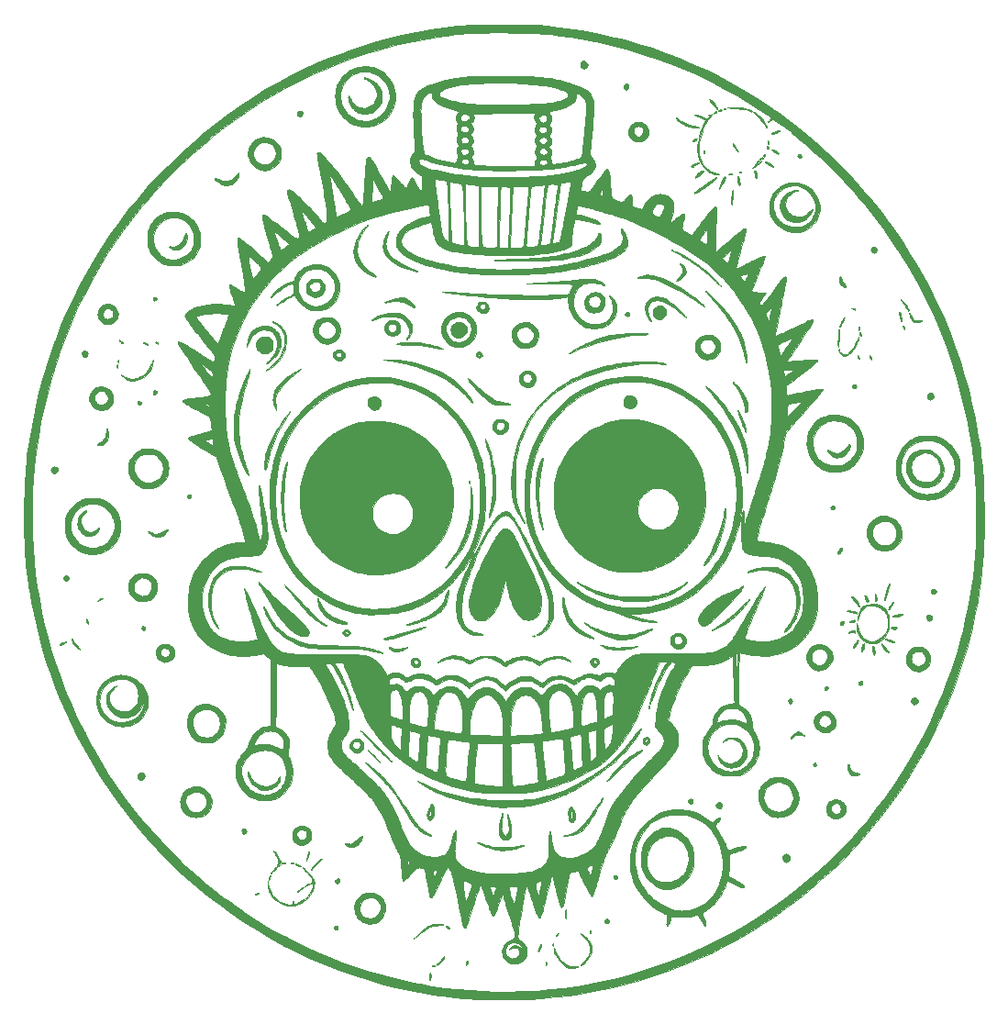
<source format=gbr>
%TF.GenerationSoftware,KiCad,Pcbnew,7.0.1*%
%TF.CreationDate,2023-09-06T22:16:55-07:00*%
%TF.ProjectId,skull_07,736b756c-6c5f-4303-972e-6b696361645f,rev?*%
%TF.SameCoordinates,Original*%
%TF.FileFunction,Copper,L2,Bot*%
%TF.FilePolarity,Positive*%
%FSLAX46Y46*%
G04 Gerber Fmt 4.6, Leading zero omitted, Abs format (unit mm)*
G04 Created by KiCad (PCBNEW 7.0.1) date 2023-09-06 22:16:55*
%MOMM*%
%LPD*%
G01*
G04 APERTURE LIST*
%TA.AperFunction,EtchedComponent*%
%ADD10C,0.010000*%
%TD*%
G04 APERTURE END LIST*
%TO.C,G\u002A\u002A\u002A*%
D10*
X25701297Y-70680415D02*
X26416042Y-70680415D01*
X26418243Y-71093461D01*
X26423577Y-71484343D01*
X26432123Y-71845432D01*
X26439151Y-72053167D01*
X26503240Y-73299823D01*
X26598972Y-74521571D01*
X26726913Y-75722248D01*
X26887626Y-76905690D01*
X27081678Y-78075733D01*
X27309631Y-79236214D01*
X27572052Y-80390970D01*
X27795990Y-81271250D01*
X28173134Y-82608874D01*
X28587562Y-83926738D01*
X29039719Y-85225937D01*
X29530048Y-86507563D01*
X30058994Y-87772711D01*
X30627000Y-89022474D01*
X31234511Y-90257947D01*
X31881969Y-91480222D01*
X32095660Y-91865167D01*
X32776547Y-93035136D01*
X33493834Y-94184065D01*
X34246595Y-95310885D01*
X35033905Y-96414528D01*
X35854838Y-97493929D01*
X36708468Y-98548018D01*
X37593871Y-99575730D01*
X38510120Y-100575995D01*
X39456291Y-101547747D01*
X40431457Y-102489919D01*
X41434694Y-103401442D01*
X42465075Y-104281250D01*
X43521675Y-105128274D01*
X43742750Y-105298778D01*
X44162249Y-105615101D01*
X44605460Y-105939826D01*
X45067103Y-106269454D01*
X45541897Y-106600482D01*
X46024559Y-106929412D01*
X46509810Y-107252742D01*
X46992367Y-107566972D01*
X47466950Y-107868602D01*
X47928278Y-108154130D01*
X48371069Y-108420058D01*
X48790043Y-108662883D01*
X48974894Y-108766737D01*
X49192599Y-108885541D01*
X49443540Y-109018712D01*
X49722216Y-109163536D01*
X50023129Y-109317298D01*
X50340778Y-109477286D01*
X50669665Y-109640784D01*
X51004291Y-109805078D01*
X51339155Y-109967454D01*
X51668759Y-110125198D01*
X51987604Y-110275596D01*
X52290189Y-110415933D01*
X52571017Y-110543496D01*
X52612014Y-110561847D01*
X53843187Y-111088697D01*
X55089837Y-111576306D01*
X56352199Y-112024746D01*
X57630508Y-112434091D01*
X58925000Y-112804415D01*
X60235911Y-113135790D01*
X61563477Y-113428289D01*
X62284750Y-113569609D01*
X63395626Y-113760322D01*
X64532568Y-113921069D01*
X65691453Y-114051557D01*
X66868158Y-114151498D01*
X68058561Y-114220600D01*
X69258536Y-114258573D01*
X70463962Y-114265127D01*
X71670716Y-114239971D01*
X71756834Y-114236954D01*
X72986544Y-114173044D01*
X74226719Y-114069784D01*
X75473913Y-113927807D01*
X76724683Y-113747746D01*
X77975586Y-113530234D01*
X79223176Y-113275906D01*
X80464011Y-112985394D01*
X81694646Y-112659331D01*
X82911637Y-112298351D01*
X83716000Y-112037835D01*
X85003603Y-111584288D01*
X86273159Y-111092650D01*
X87524026Y-110563302D01*
X88755565Y-109996624D01*
X89967136Y-109392995D01*
X91158099Y-108752795D01*
X92327813Y-108076404D01*
X93475639Y-107364202D01*
X94600936Y-106616568D01*
X95703064Y-105833883D01*
X96781382Y-105016526D01*
X97835252Y-104164877D01*
X98864032Y-103279316D01*
X99591000Y-102618937D01*
X100010072Y-102222813D01*
X100444594Y-101799280D01*
X100886809Y-101356335D01*
X101328959Y-100901976D01*
X101763287Y-100444199D01*
X102182036Y-99991001D01*
X102577447Y-99550379D01*
X102672000Y-99442834D01*
X103535012Y-98425056D01*
X104368322Y-97377931D01*
X105171100Y-96303047D01*
X105942515Y-95201994D01*
X106681737Y-94076360D01*
X107387933Y-92927735D01*
X108060274Y-91757707D01*
X108697929Y-90567866D01*
X109300065Y-89359801D01*
X109865853Y-88135100D01*
X110394461Y-86895353D01*
X110885059Y-85642149D01*
X111336815Y-84377076D01*
X111748899Y-83101725D01*
X112120479Y-81817683D01*
X112351541Y-80932584D01*
X112589951Y-79930005D01*
X112801675Y-78938209D01*
X112987251Y-77952415D01*
X113147212Y-76967845D01*
X113282094Y-75979719D01*
X113392433Y-74983260D01*
X113478762Y-73973687D01*
X113541619Y-72946223D01*
X113581537Y-71896088D01*
X113599053Y-70818503D01*
X113596091Y-69820084D01*
X113585062Y-69143723D01*
X113567763Y-68502797D01*
X113543727Y-67890805D01*
X113512488Y-67301246D01*
X113473579Y-66727622D01*
X113426532Y-66163431D01*
X113370882Y-65602175D01*
X113306160Y-65037353D01*
X113231902Y-64462465D01*
X113189450Y-64158000D01*
X112970785Y-62773510D01*
X112711992Y-61401948D01*
X112413330Y-60043879D01*
X112075057Y-58699868D01*
X111697434Y-57370482D01*
X111280719Y-56056285D01*
X110825171Y-54757844D01*
X110331048Y-53475724D01*
X109798611Y-52210490D01*
X109228118Y-50962709D01*
X108619828Y-49732944D01*
X107974000Y-48521763D01*
X107290893Y-47329731D01*
X106570766Y-46157413D01*
X105813879Y-45005375D01*
X105020489Y-43874182D01*
X104190856Y-42764400D01*
X103325240Y-41676594D01*
X102423898Y-40611331D01*
X102385840Y-40567750D01*
X101821384Y-39937795D01*
X101220840Y-39297321D01*
X100588007Y-38650000D01*
X99926682Y-37999506D01*
X99240660Y-37349510D01*
X98533739Y-36703686D01*
X97809716Y-36065707D01*
X97159103Y-35511730D01*
X96911985Y-35306385D01*
X96666317Y-35105440D01*
X96424889Y-34911010D01*
X96190492Y-34725208D01*
X95965916Y-34550150D01*
X95753952Y-34387949D01*
X95557391Y-34240719D01*
X95379022Y-34110575D01*
X95221637Y-33999630D01*
X95088026Y-33909999D01*
X94980979Y-33843796D01*
X94904574Y-33803700D01*
X94843637Y-33779180D01*
X94803209Y-33772813D01*
X94766179Y-33783347D01*
X94748049Y-33792237D01*
X94694796Y-33826426D01*
X94657625Y-33860136D01*
X94615714Y-33899092D01*
X94554903Y-33942480D01*
X94488843Y-33981973D01*
X94431188Y-34009241D01*
X94401023Y-34016667D01*
X94369010Y-34003497D01*
X94362834Y-33987813D01*
X94378324Y-33958527D01*
X94420140Y-33910040D01*
X94481297Y-33849282D01*
X94554811Y-33783179D01*
X94633699Y-33718658D01*
X94635890Y-33716963D01*
X94707863Y-33661363D01*
X94487723Y-33498090D01*
X94412441Y-33443700D01*
X94308607Y-33370771D01*
X94183060Y-33283996D01*
X94042638Y-33188068D01*
X93894181Y-33087679D01*
X93744525Y-32987521D01*
X93717250Y-32969390D01*
X92565697Y-32229572D01*
X91398577Y-31529083D01*
X90215815Y-30867894D01*
X89017338Y-30245978D01*
X87803071Y-29663307D01*
X86572941Y-29119855D01*
X85326873Y-28615592D01*
X84064793Y-28150493D01*
X82786628Y-27724528D01*
X81492302Y-27337671D01*
X80181744Y-26989894D01*
X78854877Y-26681170D01*
X77511629Y-26411470D01*
X76151925Y-26180768D01*
X75080000Y-26027890D01*
X74830380Y-25995881D01*
X74593608Y-25967104D01*
X74365707Y-25941319D01*
X74142700Y-25918289D01*
X73920612Y-25897777D01*
X73695466Y-25879545D01*
X73463284Y-25863355D01*
X73220091Y-25848970D01*
X72961910Y-25836151D01*
X72684764Y-25824661D01*
X72384677Y-25814263D01*
X72057673Y-25804719D01*
X71699774Y-25795790D01*
X71307005Y-25787239D01*
X70930869Y-25779867D01*
X70569016Y-25773546D01*
X70240315Y-25768929D01*
X69935620Y-25766016D01*
X69645785Y-25764806D01*
X69361663Y-25765299D01*
X69074107Y-25767495D01*
X68773971Y-25771391D01*
X68452110Y-25776988D01*
X68316786Y-25779671D01*
X67967967Y-25787029D01*
X67656864Y-25794208D01*
X67378864Y-25801481D01*
X67129353Y-25809123D01*
X66903717Y-25817408D01*
X66697341Y-25826608D01*
X66505611Y-25836999D01*
X66323913Y-25848854D01*
X66147634Y-25862447D01*
X65972158Y-25878051D01*
X65792873Y-25895942D01*
X65605163Y-25916391D01*
X65404415Y-25939674D01*
X65195167Y-25964943D01*
X63842206Y-26151621D01*
X62501437Y-26378755D01*
X61173379Y-26646105D01*
X59858554Y-26953434D01*
X58557483Y-27300503D01*
X57270686Y-27687075D01*
X55998685Y-28112910D01*
X54742000Y-28577772D01*
X53501153Y-29081421D01*
X52276664Y-29623620D01*
X51069055Y-30204131D01*
X49878846Y-30822715D01*
X48706558Y-31479134D01*
X47552712Y-32173150D01*
X46417830Y-32904524D01*
X45302432Y-33673020D01*
X44207039Y-34478398D01*
X43132171Y-35320420D01*
X42078351Y-36198849D01*
X41287417Y-36894642D01*
X40746312Y-37390837D01*
X40194450Y-37914250D01*
X39639427Y-38457198D01*
X39088837Y-39011998D01*
X38550275Y-39570968D01*
X38031337Y-40126424D01*
X37539618Y-40670683D01*
X37415622Y-40811167D01*
X36528806Y-41852828D01*
X35676844Y-42918125D01*
X34860088Y-44006463D01*
X34078887Y-45117245D01*
X33333594Y-46249876D01*
X32624561Y-47403760D01*
X31952137Y-48578300D01*
X31316675Y-49772901D01*
X30718525Y-50986967D01*
X30158040Y-52219901D01*
X29635569Y-53471108D01*
X29151465Y-54739992D01*
X29065278Y-54979038D01*
X28619840Y-56288639D01*
X28214873Y-57610452D01*
X27850495Y-58943899D01*
X27526820Y-60288405D01*
X27243965Y-61643393D01*
X27002046Y-63008286D01*
X26801180Y-64382508D01*
X26641482Y-65765482D01*
X26523068Y-67156631D01*
X26481925Y-67809250D01*
X26464342Y-68163861D01*
X26449354Y-68549703D01*
X26437039Y-68959150D01*
X26427473Y-69384572D01*
X26420734Y-69818343D01*
X26416898Y-70252833D01*
X26416042Y-70680415D01*
X25701297Y-70680415D01*
X25700902Y-70573587D01*
X25702838Y-70036633D01*
X25708777Y-69499151D01*
X25718817Y-68964934D01*
X25719353Y-68941667D01*
X25733229Y-68401453D01*
X25749019Y-67899723D01*
X25766959Y-67432659D01*
X25787283Y-66996445D01*
X25810227Y-66587264D01*
X25836024Y-66201298D01*
X25864912Y-65834732D01*
X25897123Y-65483748D01*
X25932894Y-65144530D01*
X25972459Y-64813261D01*
X25974528Y-64796940D01*
X26168985Y-63421877D01*
X26401473Y-62055588D01*
X26671422Y-60700391D01*
X26978263Y-59358607D01*
X27321430Y-58032556D01*
X27700353Y-56724557D01*
X28114464Y-55436932D01*
X28563194Y-54171998D01*
X28605280Y-54059289D01*
X29109706Y-52773483D01*
X29650699Y-51508982D01*
X30228162Y-50265932D01*
X30841996Y-49044477D01*
X31492103Y-47844764D01*
X32178385Y-46666937D01*
X32900744Y-45511141D01*
X33659081Y-44377523D01*
X34453299Y-43266227D01*
X35283299Y-42177398D01*
X36148982Y-41111182D01*
X37050252Y-40067725D01*
X37987010Y-39047171D01*
X38959157Y-38049666D01*
X39966595Y-37075355D01*
X40269886Y-36792966D01*
X41317864Y-35852872D01*
X42383211Y-34951363D01*
X43466048Y-34088367D01*
X44566496Y-33263809D01*
X45684676Y-32477615D01*
X46820708Y-31729711D01*
X47974712Y-31020024D01*
X49146810Y-30348479D01*
X50337122Y-29715003D01*
X51545769Y-29119521D01*
X52772872Y-28561961D01*
X54018550Y-28042247D01*
X55282926Y-27560305D01*
X55426750Y-27508301D01*
X56682768Y-27078723D01*
X57958083Y-26686263D01*
X59250861Y-26331357D01*
X60559267Y-26014440D01*
X61881466Y-25735949D01*
X63215625Y-25496319D01*
X64559909Y-25295986D01*
X64951750Y-25245256D01*
X65237937Y-25210377D01*
X65512509Y-25178974D01*
X65779119Y-25150881D01*
X66041420Y-25125929D01*
X66303063Y-25103951D01*
X66567701Y-25084779D01*
X66838986Y-25068245D01*
X67120571Y-25054182D01*
X67416107Y-25042422D01*
X67729247Y-25032796D01*
X68063643Y-25025138D01*
X68422948Y-25019280D01*
X68810814Y-25015053D01*
X69230893Y-25012290D01*
X69686837Y-25010823D01*
X70063500Y-25010472D01*
X70484602Y-25010704D01*
X70867211Y-25011606D01*
X71215165Y-25013338D01*
X71532303Y-25016061D01*
X71822462Y-25019934D01*
X72089480Y-25025119D01*
X72337194Y-25031775D01*
X72569443Y-25040062D01*
X72790064Y-25050141D01*
X73002895Y-25062171D01*
X73211774Y-25076314D01*
X73420540Y-25092728D01*
X73633028Y-25111575D01*
X73853078Y-25133015D01*
X74084528Y-25157207D01*
X74331214Y-25184313D01*
X74392084Y-25191153D01*
X75770761Y-25366281D01*
X77129629Y-25578607D01*
X78469689Y-25828476D01*
X79791945Y-26116231D01*
X81097399Y-26442219D01*
X82387054Y-26806783D01*
X83661913Y-27210269D01*
X84922979Y-27653021D01*
X86171255Y-28135383D01*
X87407743Y-28657701D01*
X88633447Y-29220318D01*
X89849368Y-29823581D01*
X91056511Y-30467833D01*
X92255877Y-31153418D01*
X92944667Y-31567881D01*
X93115257Y-31674013D01*
X93314037Y-31800395D01*
X93534657Y-31942801D01*
X93770764Y-32097007D01*
X94016008Y-32258787D01*
X94264038Y-32423915D01*
X94508503Y-32588168D01*
X94743051Y-32747320D01*
X94961331Y-32897145D01*
X95156993Y-33033419D01*
X95298171Y-33133572D01*
X96392526Y-33944177D01*
X97465512Y-34790548D01*
X98515411Y-35671004D01*
X99540508Y-36583868D01*
X100539085Y-37527459D01*
X101509426Y-38500100D01*
X102449815Y-39500109D01*
X103358534Y-40525809D01*
X104233867Y-41575521D01*
X105074098Y-42647564D01*
X105213827Y-42832584D01*
X106010948Y-43928856D01*
X106775600Y-45051450D01*
X107507128Y-46198850D01*
X108204880Y-47369538D01*
X108868201Y-48561999D01*
X109496439Y-49774714D01*
X110088940Y-51006168D01*
X110645050Y-52254843D01*
X111164117Y-53519224D01*
X111645486Y-54797793D01*
X112088504Y-56089033D01*
X112492518Y-57391427D01*
X112856874Y-58703460D01*
X113180919Y-60023613D01*
X113464000Y-61350372D01*
X113667135Y-62454084D01*
X113774709Y-63100068D01*
X113870381Y-63708876D01*
X113954578Y-64283831D01*
X114027724Y-64828257D01*
X114090246Y-65345475D01*
X114142570Y-65838808D01*
X114185122Y-66311580D01*
X114216600Y-66740334D01*
X114231695Y-67004245D01*
X114245282Y-67306029D01*
X114257347Y-67641250D01*
X114267876Y-68005472D01*
X114276856Y-68394262D01*
X114284274Y-68803183D01*
X114290116Y-69227802D01*
X114294368Y-69663682D01*
X114297017Y-70106390D01*
X114298050Y-70551490D01*
X114297452Y-70994547D01*
X114295210Y-71431125D01*
X114291312Y-71856791D01*
X114285742Y-72267109D01*
X114278489Y-72657644D01*
X114269537Y-73023962D01*
X114258875Y-73361626D01*
X114246487Y-73666203D01*
X114238224Y-73831167D01*
X114180330Y-74672381D01*
X114096825Y-75541976D01*
X113988467Y-76435216D01*
X113856012Y-77347361D01*
X113700217Y-78273675D01*
X113521837Y-79209418D01*
X113321630Y-80149854D01*
X113100352Y-81090244D01*
X113041761Y-81325047D01*
X112697647Y-82602732D01*
X112311554Y-83875599D01*
X111883595Y-85143345D01*
X111413882Y-86405669D01*
X110902530Y-87662270D01*
X110349651Y-88912846D01*
X109755357Y-90157094D01*
X109684827Y-90298834D01*
X109059666Y-91508034D01*
X108408258Y-92685345D01*
X107729013Y-93833286D01*
X107020343Y-94954377D01*
X106280659Y-96051138D01*
X105508370Y-97126091D01*
X104765550Y-98100701D01*
X103912475Y-99155219D01*
X103027842Y-100182057D01*
X102112585Y-101180513D01*
X101167639Y-102149888D01*
X100193938Y-103089479D01*
X99192416Y-103998588D01*
X98164009Y-104876512D01*
X97109649Y-105722552D01*
X96030272Y-106536006D01*
X94926811Y-107316175D01*
X93800202Y-108062356D01*
X92651379Y-108773851D01*
X91481276Y-109449958D01*
X90290827Y-110089976D01*
X89080968Y-110693205D01*
X87852631Y-111258944D01*
X86606752Y-111786493D01*
X86407016Y-111866843D01*
X85152310Y-112345624D01*
X83882936Y-112785791D01*
X82600608Y-113186971D01*
X81307039Y-113548788D01*
X80003941Y-113870869D01*
X78693029Y-114152842D01*
X77376015Y-114394330D01*
X76054612Y-114594962D01*
X74730535Y-114754363D01*
X73405495Y-114872159D01*
X72338917Y-114936523D01*
X72024642Y-114950025D01*
X71684895Y-114962001D01*
X71325270Y-114972400D01*
X70951361Y-114981171D01*
X70568763Y-114988262D01*
X70183068Y-114993624D01*
X69799873Y-114997206D01*
X69424769Y-114998956D01*
X69063352Y-114998823D01*
X68721215Y-114996757D01*
X68403953Y-114992707D01*
X68117159Y-114986623D01*
X67866428Y-114978452D01*
X67841000Y-114977412D01*
X67298660Y-114949412D01*
X66724763Y-114909818D01*
X66128216Y-114859482D01*
X65517928Y-114799254D01*
X64902803Y-114729982D01*
X64291751Y-114652519D01*
X63967500Y-114607708D01*
X62611587Y-114393478D01*
X61266790Y-114138547D01*
X59933702Y-113843117D01*
X58612912Y-113507388D01*
X57305010Y-113131564D01*
X56010588Y-112715846D01*
X54730236Y-112260435D01*
X53464543Y-111765532D01*
X52214102Y-111231341D01*
X50979501Y-110658062D01*
X49761332Y-110045896D01*
X48560185Y-109395047D01*
X48336994Y-109268769D01*
X47156557Y-108572155D01*
X46000149Y-107840988D01*
X44868453Y-107075993D01*
X43762154Y-106277895D01*
X42681936Y-105447416D01*
X41628484Y-104585281D01*
X40602481Y-103692215D01*
X39604613Y-102768942D01*
X38635564Y-101816185D01*
X37696017Y-100834670D01*
X36786658Y-99825119D01*
X35908171Y-98788258D01*
X35061240Y-97724810D01*
X34246549Y-96635499D01*
X33464783Y-95521051D01*
X32716627Y-94382188D01*
X32002764Y-93219636D01*
X31323879Y-92034117D01*
X30680656Y-90826358D01*
X30419700Y-90309417D01*
X29883806Y-89200794D01*
X29384909Y-88106482D01*
X28921772Y-87022626D01*
X28493155Y-85945374D01*
X28097818Y-84870870D01*
X27734522Y-83795261D01*
X27402027Y-82714693D01*
X27099095Y-81625311D01*
X26824485Y-80523263D01*
X26576958Y-79404693D01*
X26355274Y-78265748D01*
X26158195Y-77102575D01*
X26144760Y-77016750D01*
X26107962Y-76775215D01*
X26069544Y-76513696D01*
X26030759Y-76241338D01*
X25992857Y-75967286D01*
X25957088Y-75700687D01*
X25924704Y-75450685D01*
X25896956Y-75226425D01*
X25879868Y-75080000D01*
X25847232Y-74756849D01*
X25817607Y-74395257D01*
X25791092Y-73999014D01*
X25767786Y-73571913D01*
X25747789Y-73117744D01*
X25731200Y-72640299D01*
X25718117Y-72143369D01*
X25708641Y-71630746D01*
X25702869Y-71106222D01*
X25701297Y-70680415D01*
%TA.AperFunction,EtchedComponent*%
G36*
X25701297Y-70680415D02*
G01*
X26416042Y-70680415D01*
X26418243Y-71093461D01*
X26423577Y-71484343D01*
X26432123Y-71845432D01*
X26439151Y-72053167D01*
X26503240Y-73299823D01*
X26598972Y-74521571D01*
X26726913Y-75722248D01*
X26887626Y-76905690D01*
X27081678Y-78075733D01*
X27309631Y-79236214D01*
X27572052Y-80390970D01*
X27795990Y-81271250D01*
X28173134Y-82608874D01*
X28587562Y-83926738D01*
X29039719Y-85225937D01*
X29530048Y-86507563D01*
X30058994Y-87772711D01*
X30627000Y-89022474D01*
X31234511Y-90257947D01*
X31881969Y-91480222D01*
X32095660Y-91865167D01*
X32776547Y-93035136D01*
X33493834Y-94184065D01*
X34246595Y-95310885D01*
X35033905Y-96414528D01*
X35854838Y-97493929D01*
X36708468Y-98548018D01*
X37593871Y-99575730D01*
X38510120Y-100575995D01*
X39456291Y-101547747D01*
X40431457Y-102489919D01*
X41434694Y-103401442D01*
X42465075Y-104281250D01*
X43521675Y-105128274D01*
X43742750Y-105298778D01*
X44162249Y-105615101D01*
X44605460Y-105939826D01*
X45067103Y-106269454D01*
X45541897Y-106600482D01*
X46024559Y-106929412D01*
X46509810Y-107252742D01*
X46992367Y-107566972D01*
X47466950Y-107868602D01*
X47928278Y-108154130D01*
X48371069Y-108420058D01*
X48790043Y-108662883D01*
X48974894Y-108766737D01*
X49192599Y-108885541D01*
X49443540Y-109018712D01*
X49722216Y-109163536D01*
X50023129Y-109317298D01*
X50340778Y-109477286D01*
X50669665Y-109640784D01*
X51004291Y-109805078D01*
X51339155Y-109967454D01*
X51668759Y-110125198D01*
X51987604Y-110275596D01*
X52290189Y-110415933D01*
X52571017Y-110543496D01*
X52612014Y-110561847D01*
X53843187Y-111088697D01*
X55089837Y-111576306D01*
X56352199Y-112024746D01*
X57630508Y-112434091D01*
X58925000Y-112804415D01*
X60235911Y-113135790D01*
X61563477Y-113428289D01*
X62284750Y-113569609D01*
X63395626Y-113760322D01*
X64532568Y-113921069D01*
X65691453Y-114051557D01*
X66868158Y-114151498D01*
X68058561Y-114220600D01*
X69258536Y-114258573D01*
X70463962Y-114265127D01*
X71670716Y-114239971D01*
X71756834Y-114236954D01*
X72986544Y-114173044D01*
X74226719Y-114069784D01*
X75473913Y-113927807D01*
X76724683Y-113747746D01*
X77975586Y-113530234D01*
X79223176Y-113275906D01*
X80464011Y-112985394D01*
X81694646Y-112659331D01*
X82911637Y-112298351D01*
X83716000Y-112037835D01*
X85003603Y-111584288D01*
X86273159Y-111092650D01*
X87524026Y-110563302D01*
X88755565Y-109996624D01*
X89967136Y-109392995D01*
X91158099Y-108752795D01*
X92327813Y-108076404D01*
X93475639Y-107364202D01*
X94600936Y-106616568D01*
X95703064Y-105833883D01*
X96781382Y-105016526D01*
X97835252Y-104164877D01*
X98864032Y-103279316D01*
X99591000Y-102618937D01*
X100010072Y-102222813D01*
X100444594Y-101799280D01*
X100886809Y-101356335D01*
X101328959Y-100901976D01*
X101763287Y-100444199D01*
X102182036Y-99991001D01*
X102577447Y-99550379D01*
X102672000Y-99442834D01*
X103535012Y-98425056D01*
X104368322Y-97377931D01*
X105171100Y-96303047D01*
X105942515Y-95201994D01*
X106681737Y-94076360D01*
X107387933Y-92927735D01*
X108060274Y-91757707D01*
X108697929Y-90567866D01*
X109300065Y-89359801D01*
X109865853Y-88135100D01*
X110394461Y-86895353D01*
X110885059Y-85642149D01*
X111336815Y-84377076D01*
X111748899Y-83101725D01*
X112120479Y-81817683D01*
X112351541Y-80932584D01*
X112589951Y-79930005D01*
X112801675Y-78938209D01*
X112987251Y-77952415D01*
X113147212Y-76967845D01*
X113282094Y-75979719D01*
X113392433Y-74983260D01*
X113478762Y-73973687D01*
X113541619Y-72946223D01*
X113581537Y-71896088D01*
X113599053Y-70818503D01*
X113596091Y-69820084D01*
X113585062Y-69143723D01*
X113567763Y-68502797D01*
X113543727Y-67890805D01*
X113512488Y-67301246D01*
X113473579Y-66727622D01*
X113426532Y-66163431D01*
X113370882Y-65602175D01*
X113306160Y-65037353D01*
X113231902Y-64462465D01*
X113189450Y-64158000D01*
X112970785Y-62773510D01*
X112711992Y-61401948D01*
X112413330Y-60043879D01*
X112075057Y-58699868D01*
X111697434Y-57370482D01*
X111280719Y-56056285D01*
X110825171Y-54757844D01*
X110331048Y-53475724D01*
X109798611Y-52210490D01*
X109228118Y-50962709D01*
X108619828Y-49732944D01*
X107974000Y-48521763D01*
X107290893Y-47329731D01*
X106570766Y-46157413D01*
X105813879Y-45005375D01*
X105020489Y-43874182D01*
X104190856Y-42764400D01*
X103325240Y-41676594D01*
X102423898Y-40611331D01*
X102385840Y-40567750D01*
X101821384Y-39937795D01*
X101220840Y-39297321D01*
X100588007Y-38650000D01*
X99926682Y-37999506D01*
X99240660Y-37349510D01*
X98533739Y-36703686D01*
X97809716Y-36065707D01*
X97159103Y-35511730D01*
X96911985Y-35306385D01*
X96666317Y-35105440D01*
X96424889Y-34911010D01*
X96190492Y-34725208D01*
X95965916Y-34550150D01*
X95753952Y-34387949D01*
X95557391Y-34240719D01*
X95379022Y-34110575D01*
X95221637Y-33999630D01*
X95088026Y-33909999D01*
X94980979Y-33843796D01*
X94904574Y-33803700D01*
X94843637Y-33779180D01*
X94803209Y-33772813D01*
X94766179Y-33783347D01*
X94748049Y-33792237D01*
X94694796Y-33826426D01*
X94657625Y-33860136D01*
X94615714Y-33899092D01*
X94554903Y-33942480D01*
X94488843Y-33981973D01*
X94431188Y-34009241D01*
X94401023Y-34016667D01*
X94369010Y-34003497D01*
X94362834Y-33987813D01*
X94378324Y-33958527D01*
X94420140Y-33910040D01*
X94481297Y-33849282D01*
X94554811Y-33783179D01*
X94633699Y-33718658D01*
X94635890Y-33716963D01*
X94707863Y-33661363D01*
X94487723Y-33498090D01*
X94412441Y-33443700D01*
X94308607Y-33370771D01*
X94183060Y-33283996D01*
X94042638Y-33188068D01*
X93894181Y-33087679D01*
X93744525Y-32987521D01*
X93717250Y-32969390D01*
X92565697Y-32229572D01*
X91398577Y-31529083D01*
X90215815Y-30867894D01*
X89017338Y-30245978D01*
X87803071Y-29663307D01*
X86572941Y-29119855D01*
X85326873Y-28615592D01*
X84064793Y-28150493D01*
X82786628Y-27724528D01*
X81492302Y-27337671D01*
X80181744Y-26989894D01*
X78854877Y-26681170D01*
X77511629Y-26411470D01*
X76151925Y-26180768D01*
X75080000Y-26027890D01*
X74830380Y-25995881D01*
X74593608Y-25967104D01*
X74365707Y-25941319D01*
X74142700Y-25918289D01*
X73920612Y-25897777D01*
X73695466Y-25879545D01*
X73463284Y-25863355D01*
X73220091Y-25848970D01*
X72961910Y-25836151D01*
X72684764Y-25824661D01*
X72384677Y-25814263D01*
X72057673Y-25804719D01*
X71699774Y-25795790D01*
X71307005Y-25787239D01*
X70930869Y-25779867D01*
X70569016Y-25773546D01*
X70240315Y-25768929D01*
X69935620Y-25766016D01*
X69645785Y-25764806D01*
X69361663Y-25765299D01*
X69074107Y-25767495D01*
X68773971Y-25771391D01*
X68452110Y-25776988D01*
X68316786Y-25779671D01*
X67967967Y-25787029D01*
X67656864Y-25794208D01*
X67378864Y-25801481D01*
X67129353Y-25809123D01*
X66903717Y-25817408D01*
X66697341Y-25826608D01*
X66505611Y-25836999D01*
X66323913Y-25848854D01*
X66147634Y-25862447D01*
X65972158Y-25878051D01*
X65792873Y-25895942D01*
X65605163Y-25916391D01*
X65404415Y-25939674D01*
X65195167Y-25964943D01*
X63842206Y-26151621D01*
X62501437Y-26378755D01*
X61173379Y-26646105D01*
X59858554Y-26953434D01*
X58557483Y-27300503D01*
X57270686Y-27687075D01*
X55998685Y-28112910D01*
X54742000Y-28577772D01*
X53501153Y-29081421D01*
X52276664Y-29623620D01*
X51069055Y-30204131D01*
X49878846Y-30822715D01*
X48706558Y-31479134D01*
X47552712Y-32173150D01*
X46417830Y-32904524D01*
X45302432Y-33673020D01*
X44207039Y-34478398D01*
X43132171Y-35320420D01*
X42078351Y-36198849D01*
X41287417Y-36894642D01*
X40746312Y-37390837D01*
X40194450Y-37914250D01*
X39639427Y-38457198D01*
X39088837Y-39011998D01*
X38550275Y-39570968D01*
X38031337Y-40126424D01*
X37539618Y-40670683D01*
X37415622Y-40811167D01*
X36528806Y-41852828D01*
X35676844Y-42918125D01*
X34860088Y-44006463D01*
X34078887Y-45117245D01*
X33333594Y-46249876D01*
X32624561Y-47403760D01*
X31952137Y-48578300D01*
X31316675Y-49772901D01*
X30718525Y-50986967D01*
X30158040Y-52219901D01*
X29635569Y-53471108D01*
X29151465Y-54739992D01*
X29065278Y-54979038D01*
X28619840Y-56288639D01*
X28214873Y-57610452D01*
X27850495Y-58943899D01*
X27526820Y-60288405D01*
X27243965Y-61643393D01*
X27002046Y-63008286D01*
X26801180Y-64382508D01*
X26641482Y-65765482D01*
X26523068Y-67156631D01*
X26481925Y-67809250D01*
X26464342Y-68163861D01*
X26449354Y-68549703D01*
X26437039Y-68959150D01*
X26427473Y-69384572D01*
X26420734Y-69818343D01*
X26416898Y-70252833D01*
X26416042Y-70680415D01*
X25701297Y-70680415D01*
X25700902Y-70573587D01*
X25702838Y-70036633D01*
X25708777Y-69499151D01*
X25718817Y-68964934D01*
X25719353Y-68941667D01*
X25733229Y-68401453D01*
X25749019Y-67899723D01*
X25766959Y-67432659D01*
X25787283Y-66996445D01*
X25810227Y-66587264D01*
X25836024Y-66201298D01*
X25864912Y-65834732D01*
X25897123Y-65483748D01*
X25932894Y-65144530D01*
X25972459Y-64813261D01*
X25974528Y-64796940D01*
X26168985Y-63421877D01*
X26401473Y-62055588D01*
X26671422Y-60700391D01*
X26978263Y-59358607D01*
X27321430Y-58032556D01*
X27700353Y-56724557D01*
X28114464Y-55436932D01*
X28563194Y-54171998D01*
X28605280Y-54059289D01*
X29109706Y-52773483D01*
X29650699Y-51508982D01*
X30228162Y-50265932D01*
X30841996Y-49044477D01*
X31492103Y-47844764D01*
X32178385Y-46666937D01*
X32900744Y-45511141D01*
X33659081Y-44377523D01*
X34453299Y-43266227D01*
X35283299Y-42177398D01*
X36148982Y-41111182D01*
X37050252Y-40067725D01*
X37987010Y-39047171D01*
X38959157Y-38049666D01*
X39966595Y-37075355D01*
X40269886Y-36792966D01*
X41317864Y-35852872D01*
X42383211Y-34951363D01*
X43466048Y-34088367D01*
X44566496Y-33263809D01*
X45684676Y-32477615D01*
X46820708Y-31729711D01*
X47974712Y-31020024D01*
X49146810Y-30348479D01*
X50337122Y-29715003D01*
X51545769Y-29119521D01*
X52772872Y-28561961D01*
X54018550Y-28042247D01*
X55282926Y-27560305D01*
X55426750Y-27508301D01*
X56682768Y-27078723D01*
X57958083Y-26686263D01*
X59250861Y-26331357D01*
X60559267Y-26014440D01*
X61881466Y-25735949D01*
X63215625Y-25496319D01*
X64559909Y-25295986D01*
X64951750Y-25245256D01*
X65237937Y-25210377D01*
X65512509Y-25178974D01*
X65779119Y-25150881D01*
X66041420Y-25125929D01*
X66303063Y-25103951D01*
X66567701Y-25084779D01*
X66838986Y-25068245D01*
X67120571Y-25054182D01*
X67416107Y-25042422D01*
X67729247Y-25032796D01*
X68063643Y-25025138D01*
X68422948Y-25019280D01*
X68810814Y-25015053D01*
X69230893Y-25012290D01*
X69686837Y-25010823D01*
X70063500Y-25010472D01*
X70484602Y-25010704D01*
X70867211Y-25011606D01*
X71215165Y-25013338D01*
X71532303Y-25016061D01*
X71822462Y-25019934D01*
X72089480Y-25025119D01*
X72337194Y-25031775D01*
X72569443Y-25040062D01*
X72790064Y-25050141D01*
X73002895Y-25062171D01*
X73211774Y-25076314D01*
X73420540Y-25092728D01*
X73633028Y-25111575D01*
X73853078Y-25133015D01*
X74084528Y-25157207D01*
X74331214Y-25184313D01*
X74392084Y-25191153D01*
X75770761Y-25366281D01*
X77129629Y-25578607D01*
X78469689Y-25828476D01*
X79791945Y-26116231D01*
X81097399Y-26442219D01*
X82387054Y-26806783D01*
X83661913Y-27210269D01*
X84922979Y-27653021D01*
X86171255Y-28135383D01*
X87407743Y-28657701D01*
X88633447Y-29220318D01*
X89849368Y-29823581D01*
X91056511Y-30467833D01*
X92255877Y-31153418D01*
X92944667Y-31567881D01*
X93115257Y-31674013D01*
X93314037Y-31800395D01*
X93534657Y-31942801D01*
X93770764Y-32097007D01*
X94016008Y-32258787D01*
X94264038Y-32423915D01*
X94508503Y-32588168D01*
X94743051Y-32747320D01*
X94961331Y-32897145D01*
X95156993Y-33033419D01*
X95298171Y-33133572D01*
X96392526Y-33944177D01*
X97465512Y-34790548D01*
X98515411Y-35671004D01*
X99540508Y-36583868D01*
X100539085Y-37527459D01*
X101509426Y-38500100D01*
X102449815Y-39500109D01*
X103358534Y-40525809D01*
X104233867Y-41575521D01*
X105074098Y-42647564D01*
X105213827Y-42832584D01*
X106010948Y-43928856D01*
X106775600Y-45051450D01*
X107507128Y-46198850D01*
X108204880Y-47369538D01*
X108868201Y-48561999D01*
X109496439Y-49774714D01*
X110088940Y-51006168D01*
X110645050Y-52254843D01*
X111164117Y-53519224D01*
X111645486Y-54797793D01*
X112088504Y-56089033D01*
X112492518Y-57391427D01*
X112856874Y-58703460D01*
X113180919Y-60023613D01*
X113464000Y-61350372D01*
X113667135Y-62454084D01*
X113774709Y-63100068D01*
X113870381Y-63708876D01*
X113954578Y-64283831D01*
X114027724Y-64828257D01*
X114090246Y-65345475D01*
X114142570Y-65838808D01*
X114185122Y-66311580D01*
X114216600Y-66740334D01*
X114231695Y-67004245D01*
X114245282Y-67306029D01*
X114257347Y-67641250D01*
X114267876Y-68005472D01*
X114276856Y-68394262D01*
X114284274Y-68803183D01*
X114290116Y-69227802D01*
X114294368Y-69663682D01*
X114297017Y-70106390D01*
X114298050Y-70551490D01*
X114297452Y-70994547D01*
X114295210Y-71431125D01*
X114291312Y-71856791D01*
X114285742Y-72267109D01*
X114278489Y-72657644D01*
X114269537Y-73023962D01*
X114258875Y-73361626D01*
X114246487Y-73666203D01*
X114238224Y-73831167D01*
X114180330Y-74672381D01*
X114096825Y-75541976D01*
X113988467Y-76435216D01*
X113856012Y-77347361D01*
X113700217Y-78273675D01*
X113521837Y-79209418D01*
X113321630Y-80149854D01*
X113100352Y-81090244D01*
X113041761Y-81325047D01*
X112697647Y-82602732D01*
X112311554Y-83875599D01*
X111883595Y-85143345D01*
X111413882Y-86405669D01*
X110902530Y-87662270D01*
X110349651Y-88912846D01*
X109755357Y-90157094D01*
X109684827Y-90298834D01*
X109059666Y-91508034D01*
X108408258Y-92685345D01*
X107729013Y-93833286D01*
X107020343Y-94954377D01*
X106280659Y-96051138D01*
X105508370Y-97126091D01*
X104765550Y-98100701D01*
X103912475Y-99155219D01*
X103027842Y-100182057D01*
X102112585Y-101180513D01*
X101167639Y-102149888D01*
X100193938Y-103089479D01*
X99192416Y-103998588D01*
X98164009Y-104876512D01*
X97109649Y-105722552D01*
X96030272Y-106536006D01*
X94926811Y-107316175D01*
X93800202Y-108062356D01*
X92651379Y-108773851D01*
X91481276Y-109449958D01*
X90290827Y-110089976D01*
X89080968Y-110693205D01*
X87852631Y-111258944D01*
X86606752Y-111786493D01*
X86407016Y-111866843D01*
X85152310Y-112345624D01*
X83882936Y-112785791D01*
X82600608Y-113186971D01*
X81307039Y-113548788D01*
X80003941Y-113870869D01*
X78693029Y-114152842D01*
X77376015Y-114394330D01*
X76054612Y-114594962D01*
X74730535Y-114754363D01*
X73405495Y-114872159D01*
X72338917Y-114936523D01*
X72024642Y-114950025D01*
X71684895Y-114962001D01*
X71325270Y-114972400D01*
X70951361Y-114981171D01*
X70568763Y-114988262D01*
X70183068Y-114993624D01*
X69799873Y-114997206D01*
X69424769Y-114998956D01*
X69063352Y-114998823D01*
X68721215Y-114996757D01*
X68403953Y-114992707D01*
X68117159Y-114986623D01*
X67866428Y-114978452D01*
X67841000Y-114977412D01*
X67298660Y-114949412D01*
X66724763Y-114909818D01*
X66128216Y-114859482D01*
X65517928Y-114799254D01*
X64902803Y-114729982D01*
X64291751Y-114652519D01*
X63967500Y-114607708D01*
X62611587Y-114393478D01*
X61266790Y-114138547D01*
X59933702Y-113843117D01*
X58612912Y-113507388D01*
X57305010Y-113131564D01*
X56010588Y-112715846D01*
X54730236Y-112260435D01*
X53464543Y-111765532D01*
X52214102Y-111231341D01*
X50979501Y-110658062D01*
X49761332Y-110045896D01*
X48560185Y-109395047D01*
X48336994Y-109268769D01*
X47156557Y-108572155D01*
X46000149Y-107840988D01*
X44868453Y-107075993D01*
X43762154Y-106277895D01*
X42681936Y-105447416D01*
X41628484Y-104585281D01*
X40602481Y-103692215D01*
X39604613Y-102768942D01*
X38635564Y-101816185D01*
X37696017Y-100834670D01*
X36786658Y-99825119D01*
X35908171Y-98788258D01*
X35061240Y-97724810D01*
X34246549Y-96635499D01*
X33464783Y-95521051D01*
X32716627Y-94382188D01*
X32002764Y-93219636D01*
X31323879Y-92034117D01*
X30680656Y-90826358D01*
X30419700Y-90309417D01*
X29883806Y-89200794D01*
X29384909Y-88106482D01*
X28921772Y-87022626D01*
X28493155Y-85945374D01*
X28097818Y-84870870D01*
X27734522Y-83795261D01*
X27402027Y-82714693D01*
X27099095Y-81625311D01*
X26824485Y-80523263D01*
X26576958Y-79404693D01*
X26355274Y-78265748D01*
X26158195Y-77102575D01*
X26144760Y-77016750D01*
X26107962Y-76775215D01*
X26069544Y-76513696D01*
X26030759Y-76241338D01*
X25992857Y-75967286D01*
X25957088Y-75700687D01*
X25924704Y-75450685D01*
X25896956Y-75226425D01*
X25879868Y-75080000D01*
X25847232Y-74756849D01*
X25817607Y-74395257D01*
X25791092Y-73999014D01*
X25767786Y-73571913D01*
X25747789Y-73117744D01*
X25731200Y-72640299D01*
X25718117Y-72143369D01*
X25708641Y-71630746D01*
X25702869Y-71106222D01*
X25701297Y-70680415D01*
G37*
%TD.AperFunction*%
X63182723Y-112534626D02*
X63210022Y-112571459D01*
X63224961Y-112621959D01*
X63233953Y-112702645D01*
X63237204Y-112801818D01*
X63234919Y-112907780D01*
X63227304Y-113008833D01*
X63214563Y-113093278D01*
X63199990Y-113142959D01*
X63167387Y-113202012D01*
X63139421Y-113219035D01*
X63115945Y-113194062D01*
X63105362Y-113164125D01*
X63098905Y-113119266D01*
X63094233Y-113043720D01*
X63091882Y-112949117D01*
X63091958Y-112873084D01*
X63097513Y-112731555D01*
X63109903Y-112625579D01*
X63128591Y-112556520D01*
X63153043Y-112525747D01*
X63182723Y-112534626D01*
%TA.AperFunction,EtchedComponent*%
G36*
X63182723Y-112534626D02*
G01*
X63210022Y-112571459D01*
X63224961Y-112621959D01*
X63233953Y-112702645D01*
X63237204Y-112801818D01*
X63234919Y-112907780D01*
X63227304Y-113008833D01*
X63214563Y-113093278D01*
X63199990Y-113142959D01*
X63167387Y-113202012D01*
X63139421Y-113219035D01*
X63115945Y-113194062D01*
X63105362Y-113164125D01*
X63098905Y-113119266D01*
X63094233Y-113043720D01*
X63091882Y-112949117D01*
X63091958Y-112873084D01*
X63097513Y-112731555D01*
X63109903Y-112625579D01*
X63128591Y-112556520D01*
X63153043Y-112525747D01*
X63182723Y-112534626D01*
G37*
%TD.AperFunction*%
X74655642Y-110252684D02*
X74683527Y-110321210D01*
X74710709Y-110418155D01*
X74774373Y-110611072D01*
X74872668Y-110814759D01*
X75001392Y-111023131D01*
X75156342Y-111230103D01*
X75333317Y-111429590D01*
X75528113Y-111615505D01*
X75551547Y-111635808D01*
X75726345Y-111770459D01*
X75896278Y-111867464D01*
X76069634Y-111929413D01*
X76254703Y-111958897D01*
X76459776Y-111958506D01*
X76556275Y-111949787D01*
X76664273Y-111939101D01*
X76736938Y-111935792D01*
X76780620Y-111939848D01*
X76799930Y-111949297D01*
X76812697Y-111978867D01*
X76800629Y-111997005D01*
X76753591Y-112023065D01*
X76673024Y-112046041D01*
X76567666Y-112065212D01*
X76446255Y-112079854D01*
X76317530Y-112089245D01*
X76190227Y-112092662D01*
X76073087Y-112089381D01*
X75974846Y-112078681D01*
X75930609Y-112068972D01*
X75835791Y-112033964D01*
X75739086Y-111980188D01*
X75633430Y-111902911D01*
X75511764Y-111797397D01*
X75476234Y-111764377D01*
X75291241Y-111579596D01*
X75122188Y-111389187D01*
X74971763Y-111197406D01*
X74842655Y-111008508D01*
X74737553Y-110826747D01*
X74659146Y-110656380D01*
X74610121Y-110501660D01*
X74593167Y-110366843D01*
X74593167Y-110366766D01*
X74597942Y-110278494D01*
X74611108Y-110230565D01*
X74630922Y-110222215D01*
X74655642Y-110252684D01*
%TA.AperFunction,EtchedComponent*%
G36*
X74655642Y-110252684D02*
G01*
X74683527Y-110321210D01*
X74710709Y-110418155D01*
X74774373Y-110611072D01*
X74872668Y-110814759D01*
X75001392Y-111023131D01*
X75156342Y-111230103D01*
X75333317Y-111429590D01*
X75528113Y-111615505D01*
X75551547Y-111635808D01*
X75726345Y-111770459D01*
X75896278Y-111867464D01*
X76069634Y-111929413D01*
X76254703Y-111958897D01*
X76459776Y-111958506D01*
X76556275Y-111949787D01*
X76664273Y-111939101D01*
X76736938Y-111935792D01*
X76780620Y-111939848D01*
X76799930Y-111949297D01*
X76812697Y-111978867D01*
X76800629Y-111997005D01*
X76753591Y-112023065D01*
X76673024Y-112046041D01*
X76567666Y-112065212D01*
X76446255Y-112079854D01*
X76317530Y-112089245D01*
X76190227Y-112092662D01*
X76073087Y-112089381D01*
X75974846Y-112078681D01*
X75930609Y-112068972D01*
X75835791Y-112033964D01*
X75739086Y-111980188D01*
X75633430Y-111902911D01*
X75511764Y-111797397D01*
X75476234Y-111764377D01*
X75291241Y-111579596D01*
X75122188Y-111389187D01*
X74971763Y-111197406D01*
X74842655Y-111008508D01*
X74737553Y-110826747D01*
X74659146Y-110656380D01*
X74610121Y-110501660D01*
X74593167Y-110366843D01*
X74593167Y-110366766D01*
X74597942Y-110278494D01*
X74611108Y-110230565D01*
X74630922Y-110222215D01*
X74655642Y-110252684D01*
G37*
%TD.AperFunction*%
X63553323Y-111812501D02*
X63590052Y-111832314D01*
X63607675Y-111860393D01*
X63601309Y-111883322D01*
X63581209Y-111889123D01*
X63538721Y-111892937D01*
X63512417Y-111896956D01*
X63459142Y-111899391D01*
X63410620Y-111895140D01*
X63370616Y-111881077D01*
X63359362Y-111861165D01*
X63386804Y-111835830D01*
X63440124Y-111816786D01*
X63502924Y-111808148D01*
X63553323Y-111812501D01*
%TA.AperFunction,EtchedComponent*%
G36*
X63553323Y-111812501D02*
G01*
X63590052Y-111832314D01*
X63607675Y-111860393D01*
X63601309Y-111883322D01*
X63581209Y-111889123D01*
X63538721Y-111892937D01*
X63512417Y-111896956D01*
X63459142Y-111899391D01*
X63410620Y-111895140D01*
X63370616Y-111881077D01*
X63359362Y-111861165D01*
X63386804Y-111835830D01*
X63440124Y-111816786D01*
X63502924Y-111808148D01*
X63553323Y-111812501D01*
G37*
%TD.AperFunction*%
X73889181Y-111524194D02*
X73904567Y-111576026D01*
X73914069Y-111646847D01*
X73915834Y-111695666D01*
X73910300Y-111763595D01*
X73896245Y-111818097D01*
X73877489Y-111851526D01*
X73857850Y-111856237D01*
X73845154Y-111837155D01*
X73836108Y-111790173D01*
X73832056Y-111719872D01*
X73832712Y-111641225D01*
X73837790Y-111569208D01*
X73847002Y-111518795D01*
X73851442Y-111508551D01*
X73870582Y-111499114D01*
X73889181Y-111524194D01*
%TA.AperFunction,EtchedComponent*%
G36*
X73889181Y-111524194D02*
G01*
X73904567Y-111576026D01*
X73914069Y-111646847D01*
X73915834Y-111695666D01*
X73910300Y-111763595D01*
X73896245Y-111818097D01*
X73877489Y-111851526D01*
X73857850Y-111856237D01*
X73845154Y-111837155D01*
X73836108Y-111790173D01*
X73832056Y-111719872D01*
X73832712Y-111641225D01*
X73837790Y-111569208D01*
X73847002Y-111518795D01*
X73851442Y-111508551D01*
X73870582Y-111499114D01*
X73889181Y-111524194D01*
G37*
%TD.AperFunction*%
X77079429Y-108894540D02*
X77140129Y-108924210D01*
X77219128Y-108972685D01*
X77309706Y-109035361D01*
X77405140Y-109107637D01*
X77498711Y-109184907D01*
X77567364Y-109246901D01*
X77751117Y-109444714D01*
X77893985Y-109650941D01*
X77995763Y-109864430D01*
X78056242Y-110084028D01*
X78075215Y-110308583D01*
X78052476Y-110536944D01*
X77987818Y-110767958D01*
X77882146Y-110998444D01*
X77779448Y-111167791D01*
X77660091Y-111334330D01*
X77531068Y-111489948D01*
X77399370Y-111626533D01*
X77271987Y-111735969D01*
X77208398Y-111780327D01*
X77137744Y-111822992D01*
X77095164Y-111842602D01*
X77074532Y-111841056D01*
X77069667Y-111823309D01*
X77077789Y-111795802D01*
X77103860Y-111753788D01*
X77150435Y-111694165D01*
X77220070Y-111613829D01*
X77315322Y-111509677D01*
X77417397Y-111401094D01*
X77560855Y-111243748D01*
X77673691Y-111105659D01*
X77759656Y-110981370D01*
X77822501Y-110865427D01*
X77865977Y-110752375D01*
X77867971Y-110745834D01*
X77886941Y-110650044D01*
X77897607Y-110524085D01*
X77899983Y-110379295D01*
X77894086Y-110227011D01*
X77879929Y-110078573D01*
X77866970Y-109993217D01*
X77847723Y-109897777D01*
X77824441Y-109814979D01*
X77793280Y-109739042D01*
X77750395Y-109664184D01*
X77691943Y-109584621D01*
X77614079Y-109494572D01*
X77512960Y-109388255D01*
X77384742Y-109259887D01*
X77369387Y-109244733D01*
X77268717Y-109144034D01*
X77182262Y-109054737D01*
X77113599Y-108980757D01*
X77066307Y-108926013D01*
X77043965Y-108894420D01*
X77043749Y-108888278D01*
X77079429Y-108894540D01*
%TA.AperFunction,EtchedComponent*%
G36*
X77079429Y-108894540D02*
G01*
X77140129Y-108924210D01*
X77219128Y-108972685D01*
X77309706Y-109035361D01*
X77405140Y-109107637D01*
X77498711Y-109184907D01*
X77567364Y-109246901D01*
X77751117Y-109444714D01*
X77893985Y-109650941D01*
X77995763Y-109864430D01*
X78056242Y-110084028D01*
X78075215Y-110308583D01*
X78052476Y-110536944D01*
X77987818Y-110767958D01*
X77882146Y-110998444D01*
X77779448Y-111167791D01*
X77660091Y-111334330D01*
X77531068Y-111489948D01*
X77399370Y-111626533D01*
X77271987Y-111735969D01*
X77208398Y-111780327D01*
X77137744Y-111822992D01*
X77095164Y-111842602D01*
X77074532Y-111841056D01*
X77069667Y-111823309D01*
X77077789Y-111795802D01*
X77103860Y-111753788D01*
X77150435Y-111694165D01*
X77220070Y-111613829D01*
X77315322Y-111509677D01*
X77417397Y-111401094D01*
X77560855Y-111243748D01*
X77673691Y-111105659D01*
X77759656Y-110981370D01*
X77822501Y-110865427D01*
X77865977Y-110752375D01*
X77867971Y-110745834D01*
X77886941Y-110650044D01*
X77897607Y-110524085D01*
X77899983Y-110379295D01*
X77894086Y-110227011D01*
X77879929Y-110078573D01*
X77866970Y-109993217D01*
X77847723Y-109897777D01*
X77824441Y-109814979D01*
X77793280Y-109739042D01*
X77750395Y-109664184D01*
X77691943Y-109584621D01*
X77614079Y-109494572D01*
X77512960Y-109388255D01*
X77384742Y-109259887D01*
X77369387Y-109244733D01*
X77268717Y-109144034D01*
X77182262Y-109054737D01*
X77113599Y-108980757D01*
X77066307Y-108926013D01*
X77043965Y-108894420D01*
X77043749Y-108888278D01*
X77079429Y-108894540D01*
G37*
%TD.AperFunction*%
X64486339Y-111021414D02*
X64490705Y-111065991D01*
X64467918Y-111133306D01*
X64422225Y-111217707D01*
X64357876Y-111313543D01*
X64279121Y-111415161D01*
X64190207Y-111516910D01*
X64095385Y-111613139D01*
X63998902Y-111698194D01*
X63948449Y-111736882D01*
X63878680Y-111778995D01*
X63817938Y-111800858D01*
X63774332Y-111800899D01*
X63755971Y-111777545D01*
X63755834Y-111774239D01*
X63771458Y-111747949D01*
X63812997Y-111704442D01*
X63872451Y-111651837D01*
X63892402Y-111635641D01*
X63991669Y-111548100D01*
X64092119Y-111441209D01*
X64199128Y-111308735D01*
X64318072Y-111144443D01*
X64326614Y-111132125D01*
X64386024Y-111053071D01*
X64430798Y-111010352D01*
X64463997Y-111001847D01*
X64486339Y-111021414D01*
%TA.AperFunction,EtchedComponent*%
G36*
X64486339Y-111021414D02*
G01*
X64490705Y-111065991D01*
X64467918Y-111133306D01*
X64422225Y-111217707D01*
X64357876Y-111313543D01*
X64279121Y-111415161D01*
X64190207Y-111516910D01*
X64095385Y-111613139D01*
X63998902Y-111698194D01*
X63948449Y-111736882D01*
X63878680Y-111778995D01*
X63817938Y-111800858D01*
X63774332Y-111800899D01*
X63755971Y-111777545D01*
X63755834Y-111774239D01*
X63771458Y-111747949D01*
X63812997Y-111704442D01*
X63872451Y-111651837D01*
X63892402Y-111635641D01*
X63991669Y-111548100D01*
X64092119Y-111441209D01*
X64199128Y-111308735D01*
X64318072Y-111144443D01*
X64326614Y-111132125D01*
X64386024Y-111053071D01*
X64430798Y-111010352D01*
X64463997Y-111001847D01*
X64486339Y-111021414D01*
G37*
%TD.AperFunction*%
X66663537Y-111448159D02*
X66675409Y-111467888D01*
X66670755Y-111515899D01*
X66670186Y-111519432D01*
X66653240Y-111576618D01*
X66622382Y-111645506D01*
X66584612Y-111713605D01*
X66546933Y-111768427D01*
X66516344Y-111797481D01*
X66513700Y-111798572D01*
X66489627Y-111787795D01*
X66475837Y-111762106D01*
X66466903Y-111685431D01*
X66481572Y-111604455D01*
X66514575Y-111530161D01*
X66560645Y-111473535D01*
X66614513Y-111445563D01*
X66628223Y-111444334D01*
X66663537Y-111448159D01*
%TA.AperFunction,EtchedComponent*%
G36*
X66663537Y-111448159D02*
G01*
X66675409Y-111467888D01*
X66670755Y-111515899D01*
X66670186Y-111519432D01*
X66653240Y-111576618D01*
X66622382Y-111645506D01*
X66584612Y-111713605D01*
X66546933Y-111768427D01*
X66516344Y-111797481D01*
X66513700Y-111798572D01*
X66489627Y-111787795D01*
X66475837Y-111762106D01*
X66466903Y-111685431D01*
X66481572Y-111604455D01*
X66514575Y-111530161D01*
X66560645Y-111473535D01*
X66614513Y-111445563D01*
X66628223Y-111444334D01*
X66663537Y-111448159D01*
G37*
%TD.AperFunction*%
X61623695Y-33049011D02*
X62299044Y-33049011D01*
X62299907Y-33340429D01*
X62302825Y-33519250D01*
X62311423Y-33855760D01*
X62323355Y-34189957D01*
X62338332Y-34518829D01*
X62356066Y-34839367D01*
X62376268Y-35148557D01*
X62398651Y-35443389D01*
X62422925Y-35720852D01*
X62448803Y-35977934D01*
X62475996Y-36211624D01*
X62504216Y-36418910D01*
X62533175Y-36596782D01*
X62562584Y-36742227D01*
X62592155Y-36852234D01*
X62621599Y-36923792D01*
X62630042Y-36936881D01*
X62682650Y-36984209D01*
X62774163Y-37038719D01*
X62901939Y-37099475D01*
X63063336Y-37165540D01*
X63255712Y-37235976D01*
X63476424Y-37309847D01*
X63722832Y-37386215D01*
X63992291Y-37464143D01*
X64282161Y-37542695D01*
X64486084Y-37595108D01*
X64625301Y-37629221D01*
X64775911Y-37664551D01*
X64929909Y-37699371D01*
X65079287Y-37731953D01*
X65216039Y-37760569D01*
X65332160Y-37783491D01*
X65419643Y-37798992D01*
X65453017Y-37803772D01*
X65473724Y-37789451D01*
X65504985Y-37752211D01*
X65508511Y-37747292D01*
X65540482Y-37695353D01*
X66027276Y-37695353D01*
X66037599Y-37730577D01*
X66081617Y-37782163D01*
X66160689Y-37828904D01*
X66267556Y-37867265D01*
X66361890Y-37888465D01*
X66453167Y-37898437D01*
X66547567Y-37899051D01*
X66632271Y-37891159D01*
X66694461Y-37875617D01*
X66713346Y-37865048D01*
X66729500Y-37829703D01*
X66737615Y-37765901D01*
X66737716Y-37686746D01*
X66729831Y-37605339D01*
X66713985Y-37534781D01*
X66712680Y-37530885D01*
X66678285Y-37468095D01*
X66622382Y-37428220D01*
X66538236Y-37407957D01*
X66453087Y-37403646D01*
X66339993Y-37415461D01*
X66235725Y-37448312D01*
X66146300Y-37497463D01*
X66077738Y-37558177D01*
X66036057Y-37625719D01*
X66027276Y-37695353D01*
X65540482Y-37695353D01*
X65560154Y-37663396D01*
X65616179Y-37555271D01*
X65668650Y-37439193D01*
X65705964Y-37342287D01*
X65738849Y-37212906D01*
X65740867Y-37107275D01*
X65712015Y-37027850D01*
X65706245Y-37019896D01*
X65650389Y-36916329D01*
X65623631Y-36785549D01*
X65623496Y-36749375D01*
X66015651Y-36749375D01*
X66033224Y-36856804D01*
X66040699Y-36881535D01*
X66086205Y-36955738D01*
X66162102Y-37008321D01*
X66261068Y-37036899D01*
X66375783Y-37039084D01*
X66469801Y-37021402D01*
X66563066Y-36980261D01*
X66641863Y-36917061D01*
X66702428Y-36839445D01*
X66740994Y-36755059D01*
X66753796Y-36671548D01*
X66737067Y-36596556D01*
X66702103Y-36549797D01*
X66618990Y-36497135D01*
X66515166Y-36464443D01*
X66400825Y-36451345D01*
X66286160Y-36457470D01*
X66181364Y-36482442D01*
X66096631Y-36525889D01*
X66050147Y-36573684D01*
X66021432Y-36650443D01*
X66015651Y-36749375D01*
X65623496Y-36749375D01*
X65623140Y-36654311D01*
X65634376Y-36568723D01*
X65654957Y-36482892D01*
X65681279Y-36406884D01*
X65709741Y-36350762D01*
X65736738Y-36324590D01*
X65741438Y-36323834D01*
X65766266Y-36311365D01*
X65809612Y-36279984D01*
X65829431Y-36263935D01*
X65901179Y-36204037D01*
X65895962Y-36198377D01*
X66888500Y-36198377D01*
X66901428Y-36234359D01*
X66934649Y-36287475D01*
X66964103Y-36325652D01*
X67053738Y-36448168D01*
X67110265Y-36566925D01*
X67138857Y-36696233D01*
X67145055Y-36826068D01*
X67133120Y-36949388D01*
X67097461Y-37042136D01*
X67035166Y-37110607D01*
X67003603Y-37131746D01*
X66957532Y-37162963D01*
X66932400Y-37187838D01*
X66930834Y-37192420D01*
X66942064Y-37217009D01*
X66971934Y-37266816D01*
X67014715Y-37332443D01*
X67029593Y-37354371D01*
X67107215Y-37474024D01*
X67159570Y-37572023D01*
X67190298Y-37657639D01*
X67203040Y-37740143D01*
X67203386Y-37796878D01*
X67204781Y-37877416D01*
X67217795Y-37922928D01*
X67228765Y-37934266D01*
X67258885Y-37950437D01*
X67298079Y-37965214D01*
X67348336Y-37978680D01*
X67411642Y-37990920D01*
X67489986Y-38002019D01*
X67585355Y-38012061D01*
X67699736Y-38021130D01*
X67835117Y-38029310D01*
X67993485Y-38036686D01*
X68176827Y-38043343D01*
X68387132Y-38049364D01*
X68626386Y-38054834D01*
X68896577Y-38059838D01*
X69199692Y-38064459D01*
X69537720Y-38068783D01*
X69912646Y-38072893D01*
X70326460Y-38076874D01*
X70656167Y-38079763D01*
X70930924Y-38082110D01*
X71198220Y-38084432D01*
X71454342Y-38086693D01*
X71695579Y-38088860D01*
X71918217Y-38090897D01*
X72118543Y-38092771D01*
X72292845Y-38094447D01*
X72437410Y-38095890D01*
X72548526Y-38097066D01*
X72622480Y-38097941D01*
X72640542Y-38098194D01*
X72735210Y-38099202D01*
X72811996Y-38099185D01*
X72862465Y-38098201D01*
X72878416Y-38096542D01*
X72873260Y-38074974D01*
X72860192Y-38024706D01*
X72846917Y-37974834D01*
X72821077Y-37836621D01*
X72826159Y-37716460D01*
X72834134Y-37692989D01*
X73280834Y-37692989D01*
X73297308Y-37809261D01*
X73345969Y-37898378D01*
X73425667Y-37959283D01*
X73535258Y-37990918D01*
X73608917Y-37995456D01*
X73724532Y-37984637D01*
X73822701Y-37955662D01*
X73824225Y-37954976D01*
X73913493Y-37896180D01*
X73968962Y-37821262D01*
X73990225Y-37737993D01*
X73976877Y-37654149D01*
X73928511Y-37577502D01*
X73847079Y-37517033D01*
X73736299Y-37476998D01*
X73610502Y-37458198D01*
X73490881Y-37463342D01*
X73465889Y-37468335D01*
X73370764Y-37505459D01*
X73310777Y-37564905D01*
X73283306Y-37649855D01*
X73280834Y-37692989D01*
X72834134Y-37692989D01*
X72864568Y-37603420D01*
X72938711Y-37486572D01*
X72960570Y-37458631D01*
X73001640Y-37398909D01*
X73021089Y-37341889D01*
X73018596Y-37277909D01*
X72993843Y-37197308D01*
X72948517Y-37094648D01*
X72908882Y-37006905D01*
X72885445Y-36938679D01*
X72874118Y-36872327D01*
X72870815Y-36790208D01*
X72870780Y-36759076D01*
X72870878Y-36756484D01*
X73281670Y-36756484D01*
X73281811Y-36847933D01*
X73308873Y-36923717D01*
X73317875Y-36936117D01*
X73381687Y-36985438D01*
X73474700Y-37020537D01*
X73585599Y-37039470D01*
X73703072Y-37040297D01*
X73814635Y-37021402D01*
X73886125Y-36991658D01*
X73953373Y-36948950D01*
X73957510Y-36945555D01*
X74007891Y-36878912D01*
X74024066Y-36798641D01*
X74008990Y-36711397D01*
X73965617Y-36623828D01*
X73896901Y-36542589D01*
X73805796Y-36474330D01*
X73732359Y-36438642D01*
X73632833Y-36419074D01*
X73531275Y-36439067D01*
X73423945Y-36499409D01*
X73416104Y-36505175D01*
X73351484Y-36573403D01*
X73305784Y-36661074D01*
X73281670Y-36756484D01*
X72870878Y-36756484D01*
X72874812Y-36652737D01*
X72888703Y-36567471D01*
X72916410Y-36482430D01*
X72929271Y-36450834D01*
X72971919Y-36348910D01*
X72995183Y-36290014D01*
X74127500Y-36290014D01*
X74140029Y-36318309D01*
X74173240Y-36369151D01*
X74220569Y-36432683D01*
X74232693Y-36447968D01*
X74329693Y-36592279D01*
X74384952Y-36732112D01*
X74398678Y-36868687D01*
X74371075Y-37003224D01*
X74339167Y-37075250D01*
X74305477Y-37148024D01*
X74282452Y-37214455D01*
X74275667Y-37252869D01*
X74283627Y-37321980D01*
X74307324Y-37429178D01*
X74346485Y-37573364D01*
X74396108Y-37738284D01*
X74450972Y-37914485D01*
X74559111Y-37900797D01*
X74622073Y-37892446D01*
X74714702Y-37879682D01*
X74824777Y-37864208D01*
X74940077Y-37847727D01*
X74945785Y-37846904D01*
X75201133Y-37807352D01*
X75457289Y-37762608D01*
X75709924Y-37713760D01*
X75954709Y-37661896D01*
X76187317Y-37608104D01*
X76403419Y-37553473D01*
X76598688Y-37499092D01*
X76768794Y-37446047D01*
X76909410Y-37395429D01*
X77016207Y-37348324D01*
X77078905Y-37310545D01*
X77110811Y-37283732D01*
X77133215Y-37254729D01*
X77149777Y-37214016D01*
X77164159Y-37152072D01*
X77180022Y-37059377D01*
X77183220Y-37039301D01*
X77201767Y-36912226D01*
X77223254Y-36747489D01*
X77247220Y-36549626D01*
X77273205Y-36323172D01*
X77300748Y-36072662D01*
X77329389Y-35802630D01*
X77358668Y-35517612D01*
X77388124Y-35222143D01*
X77417297Y-34920758D01*
X77445726Y-34617992D01*
X77472951Y-34318381D01*
X77498512Y-34026458D01*
X77521948Y-33746760D01*
X77538424Y-33540417D01*
X77546909Y-33408053D01*
X77554358Y-33247338D01*
X77560291Y-33072249D01*
X77564229Y-32896765D01*
X77565677Y-32746667D01*
X77564700Y-32560611D01*
X77560246Y-32409797D01*
X77551213Y-32287202D01*
X77536501Y-32185801D01*
X77515010Y-32098571D01*
X77485640Y-32018488D01*
X77447291Y-31938528D01*
X77435690Y-31916849D01*
X77361254Y-31809695D01*
X77256592Y-31698938D01*
X77132125Y-31592801D01*
X76998274Y-31499505D01*
X76865462Y-31427273D01*
X76768730Y-31390680D01*
X76713655Y-31380567D01*
X76678569Y-31391712D01*
X76660387Y-31429475D01*
X76656024Y-31499211D01*
X76660220Y-31579128D01*
X76663276Y-31714442D01*
X76646506Y-31826928D01*
X76605566Y-31933158D01*
X76537263Y-32047980D01*
X76451285Y-32158083D01*
X76343902Y-32260224D01*
X76209552Y-32358661D01*
X76042671Y-32457650D01*
X75916084Y-32523330D01*
X75787882Y-32585413D01*
X75668519Y-32639066D01*
X75550728Y-32686739D01*
X75427245Y-32730881D01*
X75290804Y-32773939D01*
X75134141Y-32818364D01*
X74949989Y-32866604D01*
X74749123Y-32916686D01*
X74569121Y-32961247D01*
X74426376Y-32997632D01*
X74316877Y-33027101D01*
X74236612Y-33050918D01*
X74181571Y-33070344D01*
X74147742Y-33086641D01*
X74131114Y-33101071D01*
X74127500Y-33112252D01*
X74140185Y-33137947D01*
X74173199Y-33184664D01*
X74212482Y-33233877D01*
X74315277Y-33386266D01*
X74377530Y-33548488D01*
X74398676Y-33718420D01*
X74382570Y-33873929D01*
X74357183Y-33960824D01*
X74315413Y-34035183D01*
X74263750Y-34098346D01*
X74215300Y-34158319D01*
X74181385Y-34211925D01*
X74169834Y-34244971D01*
X74180165Y-34282657D01*
X74207514Y-34344176D01*
X74246412Y-34417498D01*
X74255003Y-34432361D01*
X74338371Y-34593506D01*
X74386541Y-34735271D01*
X74399566Y-34861717D01*
X74377498Y-34976908D01*
X74320391Y-35084905D01*
X74264368Y-35153317D01*
X74215699Y-35209551D01*
X74181574Y-35256571D01*
X74169834Y-35282489D01*
X74180214Y-35312851D01*
X74207691Y-35368134D01*
X74246770Y-35437457D01*
X74255385Y-35451868D01*
X74340267Y-35617422D01*
X74387257Y-35769244D01*
X74396416Y-35906152D01*
X74367806Y-36026962D01*
X74301489Y-36130490D01*
X74216284Y-36203504D01*
X74165183Y-36242755D01*
X74133090Y-36276895D01*
X74127500Y-36290014D01*
X72995183Y-36290014D01*
X72999918Y-36278028D01*
X73015020Y-36230200D01*
X73018974Y-36197438D01*
X73013532Y-36171755D01*
X73000443Y-36145164D01*
X72997446Y-36139731D01*
X72925614Y-35995545D01*
X72881884Y-35869153D01*
X72863882Y-35748968D01*
X72865080Y-35720846D01*
X73175000Y-35720846D01*
X73192462Y-35765338D01*
X73239172Y-35822574D01*
X73306613Y-35886167D01*
X73386268Y-35949729D01*
X73469623Y-36006872D01*
X73548161Y-36051210D01*
X73613365Y-36076353D01*
X73651250Y-36078070D01*
X73691913Y-36060897D01*
X73753313Y-36029126D01*
X73805100Y-35999625D01*
X73905467Y-35920677D01*
X73967702Y-35829696D01*
X73991998Y-35732631D01*
X73978543Y-35635431D01*
X73927528Y-35544045D01*
X73839144Y-35464423D01*
X73787014Y-35433905D01*
X73693183Y-35399677D01*
X73602045Y-35398555D01*
X73501409Y-35430998D01*
X73470629Y-35445774D01*
X73395308Y-35491001D01*
X73319726Y-35548075D01*
X73252385Y-35609088D01*
X73201784Y-35666132D01*
X73176421Y-35711296D01*
X73175000Y-35720846D01*
X72865080Y-35720846D01*
X72869232Y-35623405D01*
X72878818Y-35561001D01*
X72898725Y-35474737D01*
X72924664Y-35392418D01*
X72943849Y-35346869D01*
X72972929Y-35277194D01*
X72981053Y-35213681D01*
X72966940Y-35144483D01*
X72929311Y-35057753D01*
X72908240Y-35017096D01*
X72869175Y-34940659D01*
X72847279Y-34883391D01*
X72838694Y-34827720D01*
X72839559Y-34756072D01*
X72841407Y-34724126D01*
X73196167Y-34724126D01*
X73215633Y-34818518D01*
X73269026Y-34900850D01*
X73348840Y-34967742D01*
X73447570Y-35015817D01*
X73557710Y-35041695D01*
X73671753Y-35041998D01*
X73782193Y-35013347D01*
X73810000Y-35000425D01*
X73897885Y-34938890D01*
X73948918Y-34860587D01*
X73967423Y-34758597D01*
X73967640Y-34748001D01*
X73950322Y-34631818D01*
X73898266Y-34537513D01*
X73814987Y-34468831D01*
X73704001Y-34429516D01*
X73663256Y-34423753D01*
X73518226Y-34428068D01*
X73389360Y-34469123D01*
X73281331Y-34545397D01*
X73277013Y-34549654D01*
X73227703Y-34604455D01*
X73203596Y-34651490D01*
X73196334Y-34708794D01*
X73196167Y-34724126D01*
X72841407Y-34724126D01*
X72841926Y-34715167D01*
X72856067Y-34596137D01*
X72885971Y-34492550D01*
X72918169Y-34418834D01*
X72963518Y-34310229D01*
X72981976Y-34218776D01*
X72973047Y-34131004D01*
X72936236Y-34033444D01*
X72901525Y-33966356D01*
X72830247Y-33813826D01*
X72799284Y-33695605D01*
X73175000Y-33695605D01*
X73192069Y-33743224D01*
X73237784Y-33804682D01*
X73303905Y-33873046D01*
X73382193Y-33941377D01*
X73464410Y-34002742D01*
X73542316Y-34050203D01*
X73607673Y-34076826D01*
X73631816Y-34080167D01*
X73672098Y-34068786D01*
X73733452Y-34038924D01*
X73802717Y-33997001D01*
X73803852Y-33996244D01*
X73870826Y-33946268D01*
X73925027Y-33896314D01*
X73954430Y-33857665D01*
X73975133Y-33776475D01*
X73976315Y-33678831D01*
X73960534Y-33577435D01*
X73930346Y-33484989D01*
X73888306Y-33414198D01*
X73860006Y-33388396D01*
X73817830Y-33369725D01*
X73758965Y-33362289D01*
X73671642Y-33364743D01*
X73660077Y-33365539D01*
X73528773Y-33387157D01*
X73409055Y-33429736D01*
X73307469Y-33488821D01*
X73230564Y-33559956D01*
X73184887Y-33638685D01*
X73175000Y-33695605D01*
X72799284Y-33695605D01*
X72792748Y-33670653D01*
X72786837Y-33523870D01*
X72804275Y-33390414D01*
X72819169Y-33311835D01*
X72830382Y-33251269D01*
X72836012Y-33219026D01*
X72836330Y-33216464D01*
X72815579Y-33215731D01*
X72754988Y-33215144D01*
X72657049Y-33214701D01*
X72524255Y-33214401D01*
X72359098Y-33214242D01*
X72164070Y-33214223D01*
X71941666Y-33214343D01*
X71694376Y-33214599D01*
X71424694Y-33214990D01*
X71135112Y-33215515D01*
X70828124Y-33216173D01*
X70506220Y-33216961D01*
X70171895Y-33217879D01*
X70100542Y-33218088D01*
X69694427Y-33219328D01*
X69328501Y-33220564D01*
X69000623Y-33221851D01*
X68708648Y-33223241D01*
X68450434Y-33224790D01*
X68223838Y-33226550D01*
X68026715Y-33228577D01*
X67856923Y-33230923D01*
X67712320Y-33233644D01*
X67590760Y-33236792D01*
X67490102Y-33240423D01*
X67408202Y-33244590D01*
X67342918Y-33249347D01*
X67292105Y-33254747D01*
X67253620Y-33260846D01*
X67225321Y-33267697D01*
X67205065Y-33275354D01*
X67190707Y-33283871D01*
X67181731Y-33291636D01*
X67175885Y-33322666D01*
X67183145Y-33383772D01*
X67195108Y-33437474D01*
X67213118Y-33588084D01*
X67193599Y-33738938D01*
X67139500Y-33880706D01*
X67053768Y-34004060D01*
X66999625Y-34056196D01*
X66949998Y-34100995D01*
X66917326Y-34136770D01*
X66909667Y-34151074D01*
X66923023Y-34176012D01*
X66957671Y-34220713D01*
X66995948Y-34264286D01*
X67069563Y-34355353D01*
X67114651Y-34443809D01*
X67136749Y-34544563D01*
X67141571Y-34656279D01*
X67133571Y-34787644D01*
X67107601Y-34895122D01*
X67058018Y-34995321D01*
X66996764Y-35082434D01*
X66952749Y-35141471D01*
X66921434Y-35187266D01*
X66909667Y-35209720D01*
X66922929Y-35231828D01*
X66957285Y-35274324D01*
X66994074Y-35315684D01*
X67074197Y-35417662D01*
X67122694Y-35521071D01*
X67144941Y-35640183D01*
X67147926Y-35724337D01*
X67132403Y-35870413D01*
X67086377Y-35988214D01*
X67008897Y-36079780D01*
X66967494Y-36110421D01*
X66919217Y-36149415D01*
X66891277Y-36186925D01*
X66888500Y-36198377D01*
X65895962Y-36198377D01*
X65812955Y-36108326D01*
X65712835Y-35973001D01*
X65650383Y-35822860D01*
X65624799Y-35666230D01*
X66020667Y-35666230D01*
X66031142Y-35774449D01*
X66060146Y-35864536D01*
X66104044Y-35926937D01*
X66125693Y-35942402D01*
X66231066Y-35978989D01*
X66358643Y-35992309D01*
X66494918Y-35981831D01*
X66586544Y-35960572D01*
X66668858Y-35916328D01*
X66720213Y-35843447D01*
X66740089Y-35742721D01*
X66740334Y-35728373D01*
X66735853Y-35660373D01*
X66716995Y-35608892D01*
X66675630Y-35554028D01*
X66663634Y-35540559D01*
X66571507Y-35464686D01*
X66463323Y-35416774D01*
X66348651Y-35397711D01*
X66237056Y-35408379D01*
X66138105Y-35449666D01*
X66090734Y-35487533D01*
X66047447Y-35536913D01*
X66026757Y-35584023D01*
X66020787Y-35648949D01*
X66020667Y-35666230D01*
X65624799Y-35666230D01*
X65623305Y-35657084D01*
X65625967Y-35496755D01*
X65656722Y-35367101D01*
X65714307Y-35268699D01*
X65747677Y-35220086D01*
X65762371Y-35169339D01*
X65757965Y-35107332D01*
X65734034Y-35024938D01*
X65698707Y-34933724D01*
X65666213Y-34849845D01*
X65645955Y-34780566D01*
X65635058Y-34710075D01*
X65631575Y-34640986D01*
X65980643Y-34640986D01*
X65987032Y-34704608D01*
X66023355Y-34778271D01*
X66088243Y-34848862D01*
X66169025Y-34903743D01*
X66200584Y-34917603D01*
X66282232Y-34935404D01*
X66385563Y-34940962D01*
X66494143Y-34935031D01*
X66591538Y-34918366D01*
X66652215Y-34896868D01*
X66710223Y-34844818D01*
X66743280Y-34768648D01*
X66746708Y-34681400D01*
X66740241Y-34651346D01*
X66691185Y-34549653D01*
X66611356Y-34460711D01*
X66510387Y-34390123D01*
X66397912Y-34343492D01*
X66283566Y-34326421D01*
X66199850Y-34337071D01*
X66116637Y-34380249D01*
X66047779Y-34453215D01*
X66000154Y-34544088D01*
X65980643Y-34640986D01*
X65631575Y-34640986D01*
X65630646Y-34622562D01*
X65629915Y-34555534D01*
X65630202Y-34456512D01*
X65634395Y-34387248D01*
X65646114Y-34335172D01*
X65668973Y-34287708D01*
X65706590Y-34232286D01*
X65733368Y-34195898D01*
X65734542Y-34162334D01*
X65712384Y-34095539D01*
X65666616Y-33994707D01*
X65660330Y-33981909D01*
X65616950Y-33891546D01*
X65589754Y-33824201D01*
X65575035Y-33765522D01*
X65569089Y-33701158D01*
X65568403Y-33643904D01*
X65965279Y-33643904D01*
X65991355Y-33743493D01*
X66039776Y-33838014D01*
X66104290Y-33915952D01*
X66178644Y-33965793D01*
X66196617Y-33972112D01*
X66297185Y-33983612D01*
X66410663Y-33962011D01*
X66526153Y-33914645D01*
X66607322Y-33867547D01*
X66687793Y-33808573D01*
X66759395Y-33745235D01*
X66813958Y-33685047D01*
X66843313Y-33635522D01*
X66846167Y-33620359D01*
X66830046Y-33566926D01*
X66787238Y-33499801D01*
X66726072Y-33429077D01*
X66654878Y-33364849D01*
X66608194Y-33331995D01*
X66481182Y-33274986D01*
X66352601Y-33258608D01*
X66226792Y-33283389D01*
X66222847Y-33284873D01*
X66136986Y-33332418D01*
X66057938Y-33401790D01*
X65997237Y-33480967D01*
X65967803Y-33550761D01*
X65965279Y-33643904D01*
X65568403Y-33643904D01*
X65568177Y-33625084D01*
X65582470Y-33462747D01*
X65626134Y-33325916D01*
X65701926Y-33207175D01*
X65738799Y-33166202D01*
X65776147Y-33125350D01*
X65784769Y-33112252D01*
X65798747Y-33091021D01*
X65803360Y-33061168D01*
X65786748Y-33033747D01*
X65745672Y-33006712D01*
X65676893Y-32978016D01*
X65577172Y-32945615D01*
X65443270Y-32907461D01*
X65271948Y-32861510D01*
X65245238Y-32854456D01*
X64956196Y-32774670D01*
X64703894Y-32697057D01*
X64482954Y-32619496D01*
X64288001Y-32539869D01*
X64113658Y-32456056D01*
X63954549Y-32365937D01*
X63871663Y-32312967D01*
X63690469Y-32176760D01*
X63548909Y-32034145D01*
X63444354Y-31881139D01*
X63374173Y-31713757D01*
X63335738Y-31528017D01*
X63332320Y-31495908D01*
X63324090Y-31426205D01*
X64033069Y-31426205D01*
X64040984Y-31492397D01*
X64074070Y-31556618D01*
X64139009Y-31628762D01*
X64227972Y-31701996D01*
X64333136Y-31769484D01*
X64395205Y-31801754D01*
X64536554Y-31860412D01*
X64715238Y-31920430D01*
X64926320Y-31980897D01*
X65164862Y-32040900D01*
X65425927Y-32099530D01*
X65704578Y-32155873D01*
X65995877Y-32209020D01*
X66294887Y-32258059D01*
X66596671Y-32302079D01*
X66896291Y-32340168D01*
X67188809Y-32371414D01*
X67469290Y-32394908D01*
X67675639Y-32407222D01*
X67770375Y-32410483D01*
X67903378Y-32413197D01*
X68070587Y-32415379D01*
X68267940Y-32417048D01*
X68491374Y-32418221D01*
X68736829Y-32418914D01*
X69000241Y-32419145D01*
X69277549Y-32418930D01*
X69564690Y-32418287D01*
X69857604Y-32417233D01*
X70152228Y-32415785D01*
X70444499Y-32413960D01*
X70730357Y-32411775D01*
X71005738Y-32409247D01*
X71266582Y-32406393D01*
X71508826Y-32403231D01*
X71728408Y-32399777D01*
X71921267Y-32396048D01*
X72083339Y-32392062D01*
X72201334Y-32388199D01*
X72560874Y-32373765D01*
X72881949Y-32359615D01*
X73168420Y-32345357D01*
X73424152Y-32330597D01*
X73653005Y-32314943D01*
X73858843Y-32298001D01*
X74045527Y-32279380D01*
X74216921Y-32258685D01*
X74376887Y-32235523D01*
X74529288Y-32209503D01*
X74677985Y-32180231D01*
X74826841Y-32147313D01*
X74979719Y-32110358D01*
X75011719Y-32102295D01*
X75226303Y-32042013D01*
X75416986Y-31976550D01*
X75580181Y-31907621D01*
X75712302Y-31836942D01*
X75809763Y-31766227D01*
X75868977Y-31697192D01*
X75872575Y-31690606D01*
X75902879Y-31588275D01*
X75894765Y-31479607D01*
X75850135Y-31371166D01*
X75770889Y-31269517D01*
X75743064Y-31243436D01*
X75642868Y-31172448D01*
X75503713Y-31100108D01*
X75328895Y-31027641D01*
X75121708Y-30956272D01*
X74885448Y-30887223D01*
X74623412Y-30821720D01*
X74582584Y-30812388D01*
X74221792Y-30738549D01*
X73827670Y-30671950D01*
X73403936Y-30612597D01*
X72954309Y-30560493D01*
X72482507Y-30515642D01*
X71992247Y-30478049D01*
X71487247Y-30447719D01*
X70971227Y-30424654D01*
X70447904Y-30408860D01*
X69920996Y-30400340D01*
X69394221Y-30399099D01*
X68871297Y-30405140D01*
X68355943Y-30418469D01*
X67851877Y-30439089D01*
X67362816Y-30467005D01*
X66892479Y-30502220D01*
X66444585Y-30544738D01*
X66022850Y-30594565D01*
X65630994Y-30651704D01*
X65272734Y-30716160D01*
X64951788Y-30787935D01*
X64898834Y-30801485D01*
X64684514Y-30866942D01*
X64496361Y-30943588D01*
X64336802Y-31029467D01*
X64208265Y-31122624D01*
X64113179Y-31221103D01*
X64053970Y-31322948D01*
X64033069Y-31426205D01*
X63324090Y-31426205D01*
X63321918Y-31407814D01*
X63309371Y-31335097D01*
X63296730Y-31288592D01*
X63291252Y-31278785D01*
X63263943Y-31268010D01*
X63218427Y-31276061D01*
X63150450Y-31304627D01*
X63055756Y-31355398D01*
X62967540Y-31407317D01*
X62822219Y-31504333D01*
X62690578Y-31610277D01*
X62580375Y-31718053D01*
X62499368Y-31820567D01*
X62479462Y-31853681D01*
X62431242Y-31957229D01*
X62391092Y-32077639D01*
X62358659Y-32218237D01*
X62333590Y-32382347D01*
X62315533Y-32573295D01*
X62304136Y-32794408D01*
X62299044Y-33049011D01*
X61623695Y-33049011D01*
X61623973Y-33028468D01*
X61629716Y-32763488D01*
X61638377Y-32535530D01*
X61650755Y-32339338D01*
X61667648Y-32169653D01*
X61689854Y-32021218D01*
X61718172Y-31888776D01*
X61753402Y-31767069D01*
X61796340Y-31650840D01*
X61847787Y-31534830D01*
X61852271Y-31525451D01*
X61963513Y-31339015D01*
X62107805Y-31168605D01*
X62276258Y-31024473D01*
X62302715Y-31005987D01*
X62484601Y-30895553D01*
X62705190Y-30784115D01*
X62960904Y-30672778D01*
X63248166Y-30562648D01*
X63563397Y-30454827D01*
X63903021Y-30350422D01*
X64263458Y-30250536D01*
X64641133Y-30156273D01*
X65032465Y-30068739D01*
X65433879Y-29989038D01*
X65809000Y-29923581D01*
X65968877Y-29898609D01*
X66127339Y-29876243D01*
X66287461Y-29856351D01*
X66452320Y-29838800D01*
X66624993Y-29823459D01*
X66808555Y-29810195D01*
X67006084Y-29798875D01*
X67220657Y-29789368D01*
X67455349Y-29781541D01*
X67713236Y-29775261D01*
X67997397Y-29770397D01*
X68310906Y-29766815D01*
X68656841Y-29764385D01*
X69038277Y-29762972D01*
X69458293Y-29762446D01*
X69555500Y-29762436D01*
X70093263Y-29763306D01*
X70591696Y-29766031D01*
X71053774Y-29770908D01*
X71482471Y-29778234D01*
X71880762Y-29788308D01*
X72251622Y-29801426D01*
X72598025Y-29817886D01*
X72922946Y-29837986D01*
X73229359Y-29862023D01*
X73520241Y-29890295D01*
X73798564Y-29923099D01*
X74067303Y-29960733D01*
X74329434Y-30003494D01*
X74587932Y-30051679D01*
X74845769Y-30105587D01*
X75105923Y-30165515D01*
X75371366Y-30231760D01*
X75645074Y-30304620D01*
X75930021Y-30384392D01*
X76013354Y-30408334D01*
X76362574Y-30514369D01*
X76672426Y-30619762D01*
X76945832Y-30725843D01*
X77185712Y-30833943D01*
X77394985Y-30945395D01*
X77576572Y-31061529D01*
X77733394Y-31183676D01*
X77754157Y-31201882D01*
X77885315Y-31341095D01*
X78005045Y-31511368D01*
X78107248Y-31701762D01*
X78185823Y-31901339D01*
X78224486Y-32045256D01*
X78241137Y-32159234D01*
X78251327Y-32313680D01*
X78255048Y-32508733D01*
X78252294Y-32744532D01*
X78243059Y-33021217D01*
X78227336Y-33338928D01*
X78205117Y-33697803D01*
X78176398Y-34097983D01*
X78141170Y-34539606D01*
X78099427Y-35022812D01*
X78063740Y-35413667D01*
X78037424Y-35695794D01*
X78014758Y-35938910D01*
X77995527Y-36146161D01*
X77979516Y-36320694D01*
X77966512Y-36465653D01*
X77956299Y-36584186D01*
X77948663Y-36679437D01*
X77943389Y-36754554D01*
X77940264Y-36812680D01*
X77939071Y-36856964D01*
X77939598Y-36890550D01*
X77941629Y-36916584D01*
X77944950Y-36938213D01*
X77949347Y-36958582D01*
X77954604Y-36980837D01*
X77956353Y-36988513D01*
X77977981Y-37061403D01*
X78012529Y-37133667D01*
X78066207Y-37216770D01*
X78117781Y-37286605D01*
X78212701Y-37416863D01*
X78282468Y-37527691D01*
X78332506Y-37628936D01*
X78368237Y-37730447D01*
X78374394Y-37752584D01*
X78400131Y-37927874D01*
X78388279Y-38111928D01*
X78339983Y-38296426D01*
X78281461Y-38428332D01*
X78213192Y-38531574D01*
X78115757Y-38644132D01*
X77998342Y-38757404D01*
X77870135Y-38862786D01*
X77740322Y-38951676D01*
X77693889Y-38978571D01*
X77555896Y-39056528D01*
X77450747Y-39122409D01*
X77372471Y-39181029D01*
X77315093Y-39237208D01*
X77272644Y-39295761D01*
X77250982Y-39335822D01*
X77223000Y-39408732D01*
X77195262Y-39508418D01*
X77168849Y-39627192D01*
X77144843Y-39757369D01*
X77124324Y-39891264D01*
X77108373Y-40021190D01*
X77098071Y-40139462D01*
X77094499Y-40238395D01*
X77098739Y-40310301D01*
X77109159Y-40344241D01*
X77141935Y-40363783D01*
X77205656Y-40380783D01*
X77263908Y-40389535D01*
X77352021Y-40400183D01*
X77460184Y-40414526D01*
X77566629Y-40429665D01*
X77578040Y-40431365D01*
X77667751Y-40442293D01*
X77747420Y-40447535D01*
X77803295Y-40446319D01*
X77813359Y-40444580D01*
X77868783Y-40418320D01*
X77932487Y-40363755D01*
X78007272Y-40277893D01*
X78095941Y-40157742D01*
X78134121Y-40102084D01*
X78185413Y-40027069D01*
X78255516Y-39925923D01*
X78338623Y-39806950D01*
X78428924Y-39678458D01*
X78520613Y-39548751D01*
X78548536Y-39509417D01*
X78716182Y-39274708D01*
X78862261Y-39073015D01*
X78988666Y-38902118D01*
X79097295Y-38759795D01*
X79190040Y-38643825D01*
X79268798Y-38551989D01*
X79335464Y-38482065D01*
X79391932Y-38431832D01*
X79440098Y-38399070D01*
X79481857Y-38381559D01*
X79514875Y-38377000D01*
X79557152Y-38383478D01*
X79594228Y-38404798D01*
X79626716Y-38443788D01*
X79655229Y-38503277D01*
X79680380Y-38586095D01*
X79702780Y-38695068D01*
X79723042Y-38833028D01*
X79741778Y-39002801D01*
X79759602Y-39207217D01*
X79777124Y-39449105D01*
X79789833Y-39647000D01*
X79811388Y-39967980D01*
X79833878Y-40246901D01*
X79857339Y-40484028D01*
X79881805Y-40679626D01*
X79907312Y-40833959D01*
X79933895Y-40947294D01*
X79961588Y-41019893D01*
X79974049Y-41038898D01*
X80005446Y-41063932D01*
X80061716Y-41098542D01*
X80116400Y-41127876D01*
X80176502Y-41155436D01*
X80265029Y-41192660D01*
X80372451Y-41235888D01*
X80489238Y-41281454D01*
X80605859Y-41325698D01*
X80712784Y-41364956D01*
X80800483Y-41395565D01*
X80859426Y-41413862D01*
X80862731Y-41414714D01*
X80883947Y-41416289D01*
X80908005Y-41407632D01*
X80939341Y-41384691D01*
X80982396Y-41343414D01*
X81041606Y-41279748D01*
X81121412Y-41189643D01*
X81168758Y-41135326D01*
X81300877Y-40987510D01*
X81411914Y-40873142D01*
X81504389Y-40790529D01*
X81580824Y-40737976D01*
X81643738Y-40713788D01*
X81695653Y-40716272D01*
X81739090Y-40743734D01*
X81743933Y-40748714D01*
X81772804Y-40790093D01*
X81795123Y-40847987D01*
X81811549Y-40927248D01*
X81822737Y-41032730D01*
X81829345Y-41169285D01*
X81832029Y-41341768D01*
X81832167Y-41400623D01*
X81832167Y-41797495D01*
X82168336Y-41907103D01*
X82290635Y-41945500D01*
X82408393Y-41979815D01*
X82511678Y-42007344D01*
X82590561Y-42025381D01*
X82620981Y-42030399D01*
X82737456Y-42044089D01*
X82824927Y-41877419D01*
X82908658Y-41732158D01*
X83010827Y-41577677D01*
X83125727Y-41420875D01*
X83247653Y-41268649D01*
X83370896Y-41127896D01*
X83489752Y-41005514D01*
X83598513Y-40908401D01*
X83669393Y-40856700D01*
X83833010Y-40773839D01*
X84022194Y-40714151D01*
X84225745Y-40679828D01*
X84432460Y-40673060D01*
X84555321Y-40683398D01*
X84790326Y-40729283D01*
X84995802Y-40801629D01*
X85177091Y-40902901D01*
X85339539Y-41035564D01*
X85357685Y-41053375D01*
X85460875Y-41169756D01*
X85534016Y-41287284D01*
X85585345Y-41421247D01*
X85610559Y-41522694D01*
X85640577Y-41754515D01*
X85636747Y-42007810D01*
X85598960Y-42283545D01*
X85527109Y-42582686D01*
X85472713Y-42758500D01*
X85427239Y-42896289D01*
X85394138Y-42999814D01*
X85372155Y-43074892D01*
X85360040Y-43127338D01*
X85356538Y-43162970D01*
X85360397Y-43187603D01*
X85370364Y-43207055D01*
X85374750Y-43213289D01*
X85393790Y-43234656D01*
X85416067Y-43238995D01*
X85454159Y-43225332D01*
X85498634Y-43203705D01*
X85549905Y-43172576D01*
X85624297Y-43120270D01*
X85712943Y-43053339D01*
X85806978Y-42978335D01*
X85835298Y-42954919D01*
X85979711Y-42835214D01*
X86096879Y-42740049D01*
X86191333Y-42665992D01*
X86267604Y-42609610D01*
X86330222Y-42567472D01*
X86383718Y-42536147D01*
X86398032Y-42528666D01*
X86486991Y-42491765D01*
X86555636Y-42482948D01*
X86604284Y-42503618D01*
X86633256Y-42555180D01*
X86642871Y-42639038D01*
X86633449Y-42756597D01*
X86605308Y-42909260D01*
X86558769Y-43098433D01*
X86541780Y-43160667D01*
X86507803Y-43289311D01*
X86477375Y-43416517D01*
X86452888Y-43531368D01*
X86436734Y-43622946D01*
X86432109Y-43661290D01*
X86428918Y-43754323D01*
X86438355Y-43835422D01*
X86463941Y-43908573D01*
X86509196Y-43977757D01*
X86577639Y-44046960D01*
X86672793Y-44120163D01*
X86798177Y-44201350D01*
X86957311Y-44294504D01*
X87025716Y-44332951D01*
X87118810Y-44384251D01*
X87198698Y-44427114D01*
X87258128Y-44457735D01*
X87289846Y-44472309D01*
X87292656Y-44473000D01*
X87312272Y-44458079D01*
X87353358Y-44412951D01*
X87416338Y-44337072D01*
X87501638Y-44229896D01*
X87609682Y-44090878D01*
X87740897Y-43919473D01*
X87895708Y-43715135D01*
X88074539Y-43477319D01*
X88200645Y-43308834D01*
X88399969Y-43042818D01*
X88576300Y-42809244D01*
X88731366Y-42606187D01*
X88866894Y-42431722D01*
X88984611Y-42283926D01*
X89086245Y-42160872D01*
X89173523Y-42060638D01*
X89248171Y-41981297D01*
X89311918Y-41920926D01*
X89366491Y-41877600D01*
X89413616Y-41849394D01*
X89455022Y-41834384D01*
X89492435Y-41830646D01*
X89523279Y-41835113D01*
X89570517Y-41862823D01*
X89593452Y-41896008D01*
X89600701Y-41941238D01*
X89604851Y-42026291D01*
X89605959Y-42148775D01*
X89604080Y-42306297D01*
X89599270Y-42496464D01*
X89591587Y-42716884D01*
X89581084Y-42965164D01*
X89567820Y-43238913D01*
X89557390Y-43435834D01*
X89535047Y-43864930D01*
X89517040Y-44255138D01*
X89503381Y-44605962D01*
X89494086Y-44916905D01*
X89489167Y-45187471D01*
X89488638Y-45417166D01*
X89492513Y-45605492D01*
X89495941Y-45681050D01*
X89502648Y-45792951D01*
X89509308Y-45888968D01*
X89515329Y-45961594D01*
X89520119Y-46003321D01*
X89521915Y-46010304D01*
X89539121Y-45998631D01*
X89585279Y-45962032D01*
X89657220Y-45903151D01*
X89751774Y-45824634D01*
X89865769Y-45729126D01*
X89996035Y-45619273D01*
X90139403Y-45497719D01*
X90290129Y-45369307D01*
X90608344Y-45098266D01*
X90895756Y-44854933D01*
X91153071Y-44638742D01*
X91380994Y-44449128D01*
X91580229Y-44285524D01*
X91751480Y-44147363D01*
X91895452Y-44034081D01*
X92012850Y-43945110D01*
X92104378Y-43879885D01*
X92170740Y-43837839D01*
X92212643Y-43818406D01*
X92222277Y-43816834D01*
X92271144Y-43831869D01*
X92299641Y-43879138D01*
X92309614Y-43961880D01*
X92309667Y-43970126D01*
X92307648Y-44023527D01*
X92301115Y-44086472D01*
X92289354Y-44161786D01*
X92271649Y-44252292D01*
X92247286Y-44360814D01*
X92215550Y-44490176D01*
X92175726Y-44643200D01*
X92127101Y-44822712D01*
X92068958Y-45031533D01*
X92000583Y-45272489D01*
X91921262Y-45548403D01*
X91834140Y-45848834D01*
X91764877Y-46088077D01*
X91697860Y-46321784D01*
X91634277Y-46545668D01*
X91575318Y-46755444D01*
X91522170Y-46946825D01*
X91476023Y-47115527D01*
X91438065Y-47257263D01*
X91409486Y-47367748D01*
X91391473Y-47442697D01*
X91389418Y-47452209D01*
X91382962Y-47499226D01*
X91394549Y-47518048D01*
X91419668Y-47521000D01*
X91459811Y-47515388D01*
X91519323Y-47497879D01*
X91600433Y-47467465D01*
X91705365Y-47423137D01*
X91836346Y-47363886D01*
X91995604Y-47288705D01*
X92185364Y-47196584D01*
X92407853Y-47086515D01*
X92665297Y-46957489D01*
X92680084Y-46950039D01*
X92932274Y-46823495D01*
X93150010Y-46715483D01*
X93336227Y-46624685D01*
X93493858Y-46549780D01*
X93625840Y-46489446D01*
X93735107Y-46442365D01*
X93824592Y-46407216D01*
X93897232Y-46382678D01*
X93955961Y-46367432D01*
X93987125Y-46362004D01*
X94038919Y-46357514D01*
X94061302Y-46367634D01*
X94066459Y-46399098D01*
X94066500Y-46405871D01*
X94060367Y-46462383D01*
X94041514Y-46542394D01*
X94009263Y-46647683D01*
X93962933Y-46780029D01*
X93901846Y-46941212D01*
X93825321Y-47133012D01*
X93732680Y-47357207D01*
X93623243Y-47615577D01*
X93496331Y-47909902D01*
X93462944Y-47986667D01*
X93335023Y-48282763D01*
X93220357Y-48553140D01*
X93119756Y-48795784D01*
X93034027Y-49008681D01*
X92963980Y-49189817D01*
X92910422Y-49337177D01*
X92874162Y-49448748D01*
X92869228Y-49465976D01*
X92849770Y-49538664D01*
X92842227Y-49581852D01*
X92846759Y-49606709D01*
X92863529Y-49624402D01*
X92871609Y-49630451D01*
X92926800Y-49659912D01*
X93007494Y-49685033D01*
X93116726Y-49706233D01*
X93257529Y-49723936D01*
X93432938Y-49738561D01*
X93645987Y-49750531D01*
X93775459Y-49755952D01*
X93899785Y-49761304D01*
X94008160Y-49767199D01*
X94094047Y-49773179D01*
X94150907Y-49778786D01*
X94172204Y-49783565D01*
X94172225Y-49783701D01*
X94158990Y-49803256D01*
X94122588Y-49848731D01*
X94067849Y-49914294D01*
X93999605Y-49994113D01*
X93961159Y-50038430D01*
X93827071Y-50203754D01*
X93720590Y-50359437D01*
X93642949Y-50502622D01*
X93595382Y-50630448D01*
X93579124Y-50740058D01*
X93595409Y-50828592D01*
X93609035Y-50854086D01*
X93647046Y-50896675D01*
X93690162Y-50910717D01*
X93742753Y-50894636D01*
X93809187Y-50846855D01*
X93893833Y-50765798D01*
X93915001Y-50743695D01*
X94027888Y-50619139D01*
X94160509Y-50463574D01*
X94309437Y-50281426D01*
X94471243Y-50077121D01*
X94642500Y-49855083D01*
X94819778Y-49619739D01*
X94999651Y-49375515D01*
X95178690Y-49126836D01*
X95294664Y-48962517D01*
X95379871Y-48843909D01*
X95468064Y-48726594D01*
X95552468Y-48619211D01*
X95626307Y-48530396D01*
X95679116Y-48472477D01*
X95784327Y-48375895D01*
X95872742Y-48315045D01*
X95943338Y-48290002D01*
X95995091Y-48300846D01*
X96026976Y-48347654D01*
X96037969Y-48430503D01*
X96037773Y-48445310D01*
X96033067Y-48485560D01*
X96020613Y-48562948D01*
X96001220Y-48673154D01*
X95975701Y-48811856D01*
X95944866Y-48974736D01*
X95909526Y-49157471D01*
X95870494Y-49355742D01*
X95828579Y-49565227D01*
X95813931Y-49637667D01*
X95761638Y-49895555D01*
X95703715Y-50181133D01*
X95642329Y-50483726D01*
X95579647Y-50792655D01*
X95517834Y-51097243D01*
X95459058Y-51386813D01*
X95405486Y-51650687D01*
X95382289Y-51764917D01*
X95332036Y-52013968D01*
X95283119Y-52259471D01*
X95236241Y-52497690D01*
X95192105Y-52724889D01*
X95151413Y-52937332D01*
X95114869Y-53131284D01*
X95083175Y-53303009D01*
X95057034Y-53448772D01*
X95037150Y-53564837D01*
X95024224Y-53647469D01*
X95018961Y-53692931D01*
X95018876Y-53696375D01*
X95033826Y-53718674D01*
X95079246Y-53722010D01*
X95156435Y-53706031D01*
X95266692Y-53670379D01*
X95411317Y-53614701D01*
X95583755Y-53542054D01*
X95647186Y-53513531D01*
X95744125Y-53468611D01*
X95870030Y-53409454D01*
X96020360Y-53338221D01*
X96190573Y-53257073D01*
X96376129Y-53168172D01*
X96572487Y-53073679D01*
X96775104Y-52975755D01*
X96849917Y-52939490D01*
X97170077Y-52784472D01*
X97452733Y-52648259D01*
X97698231Y-52530689D01*
X97906914Y-52431599D01*
X98079124Y-52350828D01*
X98215207Y-52288213D01*
X98315506Y-52243593D01*
X98380364Y-52216806D01*
X98389792Y-52213332D01*
X98446497Y-52209488D01*
X98490557Y-52244533D01*
X98512424Y-52285731D01*
X98524266Y-52322994D01*
X98523154Y-52359060D01*
X98506351Y-52406418D01*
X98471119Y-52477557D01*
X98469846Y-52480001D01*
X98413946Y-52581218D01*
X98335342Y-52714294D01*
X98235799Y-52876542D01*
X98117081Y-53065273D01*
X97980950Y-53277799D01*
X97829171Y-53511433D01*
X97663506Y-53763486D01*
X97485719Y-54031271D01*
X97297575Y-54312100D01*
X97100835Y-54603284D01*
X96897265Y-54902136D01*
X96688627Y-55205968D01*
X96546957Y-55410875D01*
X96425883Y-55585657D01*
X96327103Y-55728848D01*
X96248713Y-55843590D01*
X96188806Y-55933028D01*
X96145478Y-56000305D01*
X96116824Y-56048563D01*
X96100937Y-56080947D01*
X96095913Y-56100599D01*
X96099847Y-56110663D01*
X96110833Y-56114281D01*
X96120363Y-56114667D01*
X96153722Y-56113036D01*
X96224725Y-56108368D01*
X96328813Y-56101000D01*
X96461431Y-56091271D01*
X96618024Y-56079518D01*
X96794034Y-56066077D01*
X96984906Y-56051288D01*
X97140233Y-56039107D01*
X97494683Y-56012253D01*
X97807707Y-55990861D01*
X98079858Y-55974916D01*
X98311689Y-55964404D01*
X98503751Y-55959308D01*
X98656597Y-55959616D01*
X98770780Y-55965313D01*
X98846852Y-55976383D01*
X98885365Y-55992813D01*
X98885698Y-55993139D01*
X98908100Y-56019574D01*
X98910577Y-56045448D01*
X98892616Y-56086735D01*
X98882046Y-56106592D01*
X98843001Y-56163867D01*
X98780008Y-56233729D01*
X98690868Y-56318123D01*
X98573380Y-56418994D01*
X98425346Y-56538286D01*
X98244567Y-56677944D01*
X98183417Y-56724255D01*
X98062971Y-56815211D01*
X97949331Y-56901259D01*
X97838250Y-56985656D01*
X97725480Y-57071665D01*
X97606773Y-57162546D01*
X97477881Y-57261558D01*
X97334557Y-57371963D01*
X97172552Y-57497020D01*
X96987619Y-57639991D01*
X96775510Y-57804134D01*
X96664709Y-57889922D01*
X96056167Y-58361137D01*
X96056167Y-58752710D01*
X96057353Y-58891616D01*
X96060706Y-59010684D01*
X96065918Y-59103821D01*
X96072678Y-59164931D01*
X96078078Y-59185225D01*
X96093572Y-59206332D01*
X96117060Y-59218975D01*
X96154556Y-59222807D01*
X96212069Y-59217481D01*
X96295612Y-59202650D01*
X96411196Y-59177969D01*
X96482523Y-59161908D01*
X96772315Y-59097290D01*
X97064964Y-59034393D01*
X97356552Y-58973921D01*
X97643159Y-58916578D01*
X97920865Y-58863068D01*
X98185751Y-58814095D01*
X98433897Y-58770362D01*
X98661384Y-58732575D01*
X98864292Y-58701437D01*
X99038702Y-58677652D01*
X99180695Y-58661924D01*
X99286350Y-58654957D01*
X99306334Y-58654667D01*
X99362929Y-58659259D01*
X99393289Y-58676104D01*
X99397232Y-58709810D01*
X99374573Y-58764983D01*
X99325130Y-58846228D01*
X99297033Y-58888204D01*
X99245856Y-58961009D01*
X99184856Y-59043050D01*
X99112651Y-59135916D01*
X99027853Y-59241199D01*
X98929079Y-59360489D01*
X98814944Y-59495378D01*
X98684062Y-59647456D01*
X98535048Y-59818314D01*
X98366518Y-60009544D01*
X98177086Y-60222735D01*
X97965368Y-60459479D01*
X97729978Y-60721366D01*
X97469532Y-61009989D01*
X97182644Y-61326936D01*
X96965263Y-61566599D01*
X96003250Y-62626448D01*
X95814511Y-63577433D01*
X95743374Y-63930422D01*
X95673666Y-64264250D01*
X95604143Y-64583540D01*
X95533561Y-64892918D01*
X95460679Y-65197010D01*
X95384253Y-65500441D01*
X95303040Y-65807837D01*
X95215798Y-66123823D01*
X95121282Y-66453024D01*
X95018251Y-66800066D01*
X94905461Y-67169574D01*
X94781669Y-67566174D01*
X94645633Y-67994491D01*
X94535116Y-68338417D01*
X94415421Y-68711825D01*
X94298125Y-69082537D01*
X94183937Y-69448087D01*
X94073566Y-69806008D01*
X93967720Y-70153836D01*
X93867109Y-70489104D01*
X93772441Y-70809346D01*
X93684424Y-71112096D01*
X93603769Y-71394889D01*
X93531182Y-71655260D01*
X93467375Y-71890741D01*
X93413054Y-72098867D01*
X93368929Y-72277173D01*
X93335709Y-72423192D01*
X93314103Y-72534459D01*
X93304819Y-72608508D01*
X93304500Y-72619568D01*
X93304775Y-72633865D01*
X93308490Y-72645652D01*
X93319980Y-72655800D01*
X93343583Y-72665184D01*
X93383634Y-72674674D01*
X93444469Y-72685144D01*
X93530424Y-72697466D01*
X93645836Y-72712513D01*
X93795040Y-72731156D01*
X93960667Y-72751592D01*
X94120646Y-72771951D01*
X94281601Y-72793572D01*
X94433919Y-72815078D01*
X94567984Y-72835097D01*
X94674181Y-72852253D01*
X94712084Y-72859002D01*
X95178009Y-72962359D01*
X95612886Y-73093112D01*
X96018793Y-73252298D01*
X96397806Y-73440954D01*
X96752003Y-73660115D01*
X97083461Y-73910819D01*
X97394257Y-74194102D01*
X97401030Y-74200860D01*
X97699692Y-74529344D01*
X97969115Y-74888255D01*
X98209032Y-75277150D01*
X98419174Y-75695590D01*
X98599276Y-76143134D01*
X98627130Y-76222790D01*
X98689985Y-76412176D01*
X98739914Y-76577900D01*
X98780778Y-76735162D01*
X98816437Y-76899161D01*
X98850752Y-77085100D01*
X98860221Y-77140646D01*
X98918162Y-77580897D01*
X98947328Y-78034073D01*
X98947329Y-78486450D01*
X98917775Y-78924303D01*
X98912286Y-78974667D01*
X98841820Y-79412672D01*
X98732204Y-79839551D01*
X98585189Y-80252755D01*
X98402524Y-80649736D01*
X98185960Y-81027944D01*
X97937245Y-81384830D01*
X97658131Y-81717845D01*
X97350367Y-82024440D01*
X97015703Y-82302066D01*
X96655889Y-82548174D01*
X96334978Y-82728945D01*
X95942420Y-82909102D01*
X95538436Y-83053024D01*
X95117189Y-83162501D01*
X94672840Y-83239322D01*
X94668914Y-83239845D01*
X94423159Y-83263349D01*
X94146068Y-83273889D01*
X93846430Y-83271993D01*
X93533036Y-83258190D01*
X93214675Y-83233010D01*
X92900136Y-83196980D01*
X92598209Y-83150629D01*
X92341417Y-83099836D01*
X92189564Y-83066131D01*
X92072986Y-83040658D01*
X91985677Y-83022275D01*
X91921629Y-83009841D01*
X91874835Y-83002214D01*
X91839289Y-82998254D01*
X91808982Y-82996818D01*
X91798640Y-82996701D01*
X91737018Y-83004953D01*
X91707590Y-83032305D01*
X91707162Y-83033375D01*
X91702960Y-83064639D01*
X91698643Y-83134968D01*
X91694261Y-83241097D01*
X91689866Y-83379758D01*
X91685506Y-83547685D01*
X91681234Y-83741610D01*
X91677099Y-83958266D01*
X91673151Y-84194388D01*
X91669442Y-84446706D01*
X91666022Y-84711956D01*
X91662941Y-84986870D01*
X91660251Y-85268180D01*
X91658000Y-85552621D01*
X91656240Y-85836925D01*
X91655022Y-86117825D01*
X91654395Y-86392055D01*
X91654342Y-86450683D01*
X91653500Y-87756616D01*
X91838709Y-87856782D01*
X92088146Y-88011232D01*
X92302126Y-88186589D01*
X92483581Y-88385924D01*
X92635446Y-88612303D01*
X92722427Y-88781344D01*
X92773052Y-88898750D01*
X92811081Y-89007954D01*
X92838758Y-89119580D01*
X92858330Y-89244254D01*
X92872041Y-89392598D01*
X92879852Y-89526250D01*
X92889556Y-89686812D01*
X92903236Y-89816098D01*
X92924212Y-89925158D01*
X92955804Y-90025044D01*
X93001335Y-90126808D01*
X93064126Y-90241500D01*
X93125822Y-90344751D01*
X93254696Y-90571875D01*
X93354600Y-90784919D01*
X93430474Y-90995144D01*
X93464376Y-91116098D01*
X93527234Y-91447327D01*
X93548224Y-91778092D01*
X93527605Y-92105974D01*
X93465635Y-92428555D01*
X93362575Y-92743418D01*
X93267470Y-92955250D01*
X93198469Y-93087648D01*
X93133374Y-93198724D01*
X93062897Y-93302512D01*
X92977750Y-93413046D01*
X92910271Y-93495000D01*
X92701966Y-93713736D01*
X92466042Y-93907996D01*
X92209472Y-94073261D01*
X91939227Y-94205012D01*
X91675732Y-94295138D01*
X91606749Y-94313109D01*
X91545255Y-94326688D01*
X91483593Y-94336505D01*
X91414110Y-94343192D01*
X91329150Y-94347379D01*
X91221059Y-94349697D01*
X91082181Y-94350778D01*
X90997334Y-94351055D01*
X90804378Y-94350236D01*
X90645000Y-94345962D01*
X90510511Y-94337106D01*
X90392218Y-94322541D01*
X90281432Y-94301140D01*
X90169462Y-94271777D01*
X90047616Y-94233325D01*
X90021639Y-94224560D01*
X89737234Y-94105834D01*
X89469099Y-93950094D01*
X89220547Y-93760630D01*
X88994894Y-93540730D01*
X88795455Y-93293684D01*
X88625543Y-93022781D01*
X88488474Y-92731309D01*
X88470871Y-92685805D01*
X88415074Y-92525400D01*
X88374225Y-92376172D01*
X88346403Y-92226360D01*
X88329685Y-92064201D01*
X88322151Y-91877935D01*
X88321225Y-91769917D01*
X88321372Y-91727584D01*
X88790212Y-91727584D01*
X88805873Y-92022876D01*
X88855815Y-92298800D01*
X88941815Y-92563108D01*
X89022478Y-92741512D01*
X89179572Y-93010244D01*
X89363941Y-93246635D01*
X89575135Y-93450335D01*
X89812702Y-93620993D01*
X90076191Y-93758258D01*
X90365150Y-93861777D01*
X90510500Y-93898870D01*
X90659183Y-93922077D01*
X90834482Y-93933187D01*
X91022548Y-93932537D01*
X91209530Y-93920462D01*
X91381579Y-93897300D01*
X91483611Y-93875222D01*
X91777639Y-93777914D01*
X92046019Y-93647594D01*
X92287240Y-93486028D01*
X92499795Y-93294979D01*
X92682173Y-93076214D01*
X92832866Y-92831495D01*
X92950365Y-92562589D01*
X93033160Y-92271259D01*
X93074287Y-92015135D01*
X93085686Y-91720216D01*
X93057398Y-91427069D01*
X92991444Y-91140250D01*
X92889850Y-90864316D01*
X92754638Y-90603823D01*
X92587832Y-90363327D01*
X92391456Y-90147386D01*
X92167534Y-89960556D01*
X92159171Y-89954563D01*
X91903615Y-89795761D01*
X91636510Y-89674046D01*
X91361665Y-89590098D01*
X91082889Y-89544600D01*
X90803990Y-89538232D01*
X90528778Y-89571676D01*
X90320000Y-89625555D01*
X90061575Y-89729871D01*
X89813293Y-89871325D01*
X89580903Y-90044949D01*
X89370158Y-90245777D01*
X89186808Y-90468841D01*
X89036606Y-90709174D01*
X89013518Y-90753917D01*
X88902038Y-91020948D01*
X88829167Y-91299887D01*
X88793984Y-91594747D01*
X88790212Y-91727584D01*
X88321372Y-91727584D01*
X88321725Y-91626704D01*
X88324035Y-91515807D01*
X88329079Y-91427216D01*
X88337783Y-91350922D01*
X88351072Y-91276917D01*
X88369870Y-91195191D01*
X88376975Y-91166667D01*
X88446435Y-90928803D01*
X88531770Y-90710797D01*
X88638259Y-90502229D01*
X88771180Y-90292684D01*
X88924572Y-90085983D01*
X89036901Y-89936400D01*
X89121576Y-89805953D01*
X89182684Y-89685772D01*
X89224314Y-89566984D01*
X89250555Y-89440718D01*
X89259251Y-89368708D01*
X89624020Y-89368708D01*
X89633256Y-89411415D01*
X89661600Y-89429847D01*
X89714336Y-89425688D01*
X89796749Y-89400624D01*
X89864917Y-89375381D01*
X90202333Y-89263206D01*
X90526914Y-89190034D01*
X90841218Y-89155433D01*
X91145500Y-89158801D01*
X91313698Y-89176408D01*
X91473174Y-89205482D01*
X91635910Y-89249082D01*
X91813887Y-89310270D01*
X91954946Y-89365609D01*
X92061459Y-89406650D01*
X92159794Y-89440224D01*
X92239924Y-89463166D01*
X92291823Y-89472316D01*
X92293389Y-89472354D01*
X92347580Y-89468561D01*
X92374503Y-89449757D01*
X92386088Y-89418639D01*
X92392777Y-89348540D01*
X92387748Y-89252770D01*
X92372852Y-89145760D01*
X92349940Y-89041939D01*
X92329438Y-88977046D01*
X92244703Y-88802180D01*
X92120425Y-88623041D01*
X91958753Y-88442680D01*
X91939236Y-88423344D01*
X91839426Y-88330278D01*
X91747860Y-88258046D01*
X91656909Y-88204099D01*
X91558947Y-88165890D01*
X91446346Y-88140870D01*
X91311479Y-88126490D01*
X91146717Y-88120202D01*
X91029084Y-88119252D01*
X90838530Y-88122332D01*
X90682114Y-88133730D01*
X90552021Y-88156078D01*
X90440438Y-88192007D01*
X90339554Y-88244148D01*
X90241554Y-88315132D01*
X90138626Y-88407589D01*
X90120498Y-88425218D01*
X90004718Y-88552958D01*
X89895664Y-88699726D01*
X89798463Y-88856398D01*
X89718246Y-89013851D01*
X89660142Y-89162965D01*
X89629280Y-89294615D01*
X89628607Y-89300040D01*
X89624020Y-89368708D01*
X89259251Y-89368708D01*
X89260726Y-89356500D01*
X89291378Y-89144608D01*
X89343613Y-88949574D01*
X89422562Y-88754153D01*
X89466501Y-88664734D01*
X89592841Y-88446056D01*
X89732029Y-88259791D01*
X89888054Y-88103346D01*
X90064905Y-87974127D01*
X90266570Y-87869543D01*
X90497038Y-87786999D01*
X90760298Y-87723904D01*
X90966078Y-87689941D01*
X91284073Y-87645419D01*
X91247418Y-87210001D01*
X91226674Y-86930280D01*
X91209111Y-86620860D01*
X91194671Y-86279768D01*
X91183300Y-85905028D01*
X91174940Y-85494668D01*
X91169536Y-85046713D01*
X91167032Y-84559189D01*
X91166830Y-84377459D01*
X91166630Y-84161408D01*
X91166114Y-83958612D01*
X91165314Y-83772918D01*
X91164263Y-83608174D01*
X91162993Y-83468227D01*
X91162374Y-83420885D01*
X91388217Y-83420885D01*
X91389578Y-83587306D01*
X91394551Y-83765870D01*
X91402912Y-83950593D01*
X91414437Y-84135489D01*
X91428902Y-84314573D01*
X91446085Y-84481860D01*
X91465761Y-84631366D01*
X91487707Y-84757104D01*
X91489427Y-84765356D01*
X91515917Y-84890750D01*
X91529551Y-84700250D01*
X91533790Y-84620379D01*
X91537715Y-84507953D01*
X91541091Y-84372749D01*
X91543680Y-84224546D01*
X91545248Y-84073122D01*
X91545426Y-84041866D01*
X91544711Y-83839401D01*
X91540823Y-83645480D01*
X91534089Y-83465489D01*
X91524834Y-83304815D01*
X91513386Y-83168843D01*
X91500073Y-83062961D01*
X91485221Y-82992555D01*
X91480983Y-82980312D01*
X91457793Y-82922250D01*
X91423355Y-82996334D01*
X91408036Y-83054331D01*
X91397222Y-83148412D01*
X91390690Y-83272592D01*
X91388217Y-83420885D01*
X91162374Y-83420885D01*
X91161536Y-83356925D01*
X91159925Y-83278115D01*
X91158192Y-83235644D01*
X91157184Y-83229167D01*
X91137234Y-83240224D01*
X91088064Y-83270820D01*
X91015729Y-83317091D01*
X90926285Y-83375175D01*
X90855559Y-83421570D01*
X90555333Y-83606212D01*
X90265845Y-83756431D01*
X89979059Y-83875746D01*
X89686942Y-83967679D01*
X89513842Y-84009423D01*
X89388448Y-84034784D01*
X89258461Y-84057227D01*
X89119493Y-84077137D01*
X88967155Y-84094902D01*
X88797059Y-84110910D01*
X88604816Y-84125548D01*
X88386037Y-84139204D01*
X88136333Y-84152263D01*
X87851316Y-84165115D01*
X87661830Y-84172876D01*
X87300242Y-84187235D01*
X86981084Y-84718909D01*
X86790866Y-85039976D01*
X86621599Y-85335250D01*
X86469016Y-85612941D01*
X86328850Y-85881260D01*
X86196835Y-86148416D01*
X86068703Y-86422619D01*
X85940186Y-86712078D01*
X85915781Y-86768528D01*
X85752485Y-87160820D01*
X85611215Y-87529925D01*
X85488505Y-87886456D01*
X85380892Y-88241026D01*
X85284912Y-88604247D01*
X85207659Y-88937917D01*
X85151324Y-89196250D01*
X85416335Y-89491341D01*
X85554877Y-89647778D01*
X85667032Y-89779720D01*
X85756668Y-89892285D01*
X85827649Y-89990593D01*
X85883842Y-90079762D01*
X85929112Y-90164911D01*
X85936101Y-90179570D01*
X85975630Y-90269240D01*
X86005445Y-90352772D01*
X86026802Y-90438385D01*
X86040957Y-90534302D01*
X86049163Y-90648743D01*
X86052677Y-90789929D01*
X86052876Y-90944417D01*
X86051407Y-91095715D01*
X86048271Y-91213168D01*
X86042774Y-91305252D01*
X86034218Y-91380444D01*
X86021907Y-91447219D01*
X86006521Y-91509047D01*
X85950699Y-91688007D01*
X85882183Y-91856245D01*
X85795375Y-92025461D01*
X85684679Y-92207357D01*
X85640273Y-92274665D01*
X85564590Y-92385282D01*
X85486834Y-92493978D01*
X85404463Y-92603677D01*
X85314935Y-92717307D01*
X85215706Y-92837791D01*
X85104236Y-92968056D01*
X84977983Y-93111026D01*
X84834403Y-93269629D01*
X84670955Y-93446787D01*
X84485097Y-93645429D01*
X84274287Y-93868478D01*
X84055645Y-94098250D01*
X83756962Y-94412254D01*
X83486179Y-94698954D01*
X83241146Y-94960860D01*
X83019714Y-95200484D01*
X82819733Y-95420340D01*
X82639051Y-95622937D01*
X82475518Y-95810789D01*
X82326985Y-95986406D01*
X82191301Y-96152302D01*
X82066316Y-96310987D01*
X81949880Y-96464973D01*
X81839841Y-96616772D01*
X81734051Y-96768897D01*
X81630359Y-96923858D01*
X81609462Y-96955750D01*
X81482583Y-97154799D01*
X81362997Y-97353025D01*
X81248512Y-97554988D01*
X81136938Y-97765248D01*
X81026082Y-97988363D01*
X80913752Y-98228895D01*
X80797758Y-98491402D01*
X80675908Y-98780443D01*
X80546009Y-99100579D01*
X80405871Y-99456368D01*
X80398787Y-99474584D01*
X80258125Y-99828491D01*
X80124819Y-100146881D01*
X79996244Y-100435375D01*
X79869777Y-100699595D01*
X79742793Y-100945164D01*
X79612670Y-101177703D01*
X79570901Y-101248667D01*
X79509461Y-101355431D01*
X79450364Y-101466234D01*
X79392641Y-101583882D01*
X79335325Y-101711181D01*
X79277447Y-101850938D01*
X79218039Y-102005960D01*
X79156134Y-102179052D01*
X79090764Y-102373021D01*
X79020961Y-102590675D01*
X78945757Y-102834818D01*
X78864184Y-103108258D01*
X78775274Y-103413801D01*
X78678059Y-103754253D01*
X78571571Y-104132421D01*
X78551170Y-104205334D01*
X78483015Y-104447551D01*
X78424269Y-104652396D01*
X78373698Y-104823467D01*
X78330068Y-104964364D01*
X78292142Y-105078687D01*
X78258685Y-105170036D01*
X78228463Y-105242010D01*
X78200240Y-105298209D01*
X78172781Y-105342233D01*
X78151575Y-105369868D01*
X78089762Y-105443584D01*
X78032919Y-105390667D01*
X77978151Y-105328739D01*
X77910635Y-105232819D01*
X77829976Y-105102183D01*
X77735783Y-104936107D01*
X77627662Y-104733869D01*
X77505220Y-104494745D01*
X77368064Y-104218012D01*
X77215801Y-103902946D01*
X77153137Y-103771417D01*
X77080899Y-103619433D01*
X77014450Y-103479989D01*
X76955962Y-103357611D01*
X76907603Y-103256821D01*
X76871541Y-103182146D01*
X76849948Y-103138109D01*
X76844627Y-103127963D01*
X76819673Y-103126774D01*
X76755398Y-103133988D01*
X76653906Y-103149279D01*
X76517302Y-103172325D01*
X76347688Y-103202800D01*
X76292173Y-103213065D01*
X76054429Y-103257279D01*
X76032595Y-103334431D01*
X76021995Y-103379366D01*
X76004675Y-103462156D01*
X75981355Y-103578982D01*
X75952755Y-103726024D01*
X75919596Y-103899464D01*
X75882598Y-104095483D01*
X75842482Y-104310261D01*
X75799968Y-104539978D01*
X75755777Y-104780817D01*
X75710630Y-105028957D01*
X75665245Y-105280579D01*
X75660683Y-105306000D01*
X75612503Y-105570084D01*
X75569754Y-105794476D01*
X75531932Y-105981399D01*
X75498533Y-106133079D01*
X75469052Y-106251736D01*
X75442986Y-106339597D01*
X75419830Y-106398883D01*
X75408047Y-106420276D01*
X75362986Y-106459094D01*
X75307606Y-106469154D01*
X75258460Y-106448295D01*
X75251264Y-106440743D01*
X75223445Y-106397076D01*
X75191876Y-106327788D01*
X75156029Y-106231027D01*
X75115373Y-106104942D01*
X75069380Y-105947679D01*
X75017520Y-105757387D01*
X74959264Y-105532215D01*
X74894082Y-105270308D01*
X74821444Y-104969817D01*
X74775621Y-104776834D01*
X74710199Y-104501713D01*
X74652997Y-104265547D01*
X74603364Y-104065898D01*
X74560651Y-103900326D01*
X74524206Y-103766392D01*
X74493380Y-103661659D01*
X74467522Y-103583688D01*
X74445981Y-103530039D01*
X74439649Y-103517142D01*
X74432340Y-103501521D01*
X74426063Y-103486783D01*
X74420200Y-103475125D01*
X74414134Y-103468746D01*
X74407247Y-103469845D01*
X74398920Y-103480622D01*
X74388536Y-103503274D01*
X74375477Y-103540001D01*
X74359125Y-103593001D01*
X74338861Y-103664473D01*
X74314069Y-103756617D01*
X74284129Y-103871630D01*
X74248425Y-104011712D01*
X74206338Y-104179061D01*
X74157250Y-104375876D01*
X74100544Y-104604357D01*
X74035601Y-104866701D01*
X73961804Y-105165108D01*
X73878534Y-105501776D01*
X73853651Y-105602334D01*
X73770255Y-105937205D01*
X73695392Y-106232757D01*
X73628337Y-106490976D01*
X73568363Y-106713852D01*
X73514744Y-106903371D01*
X73466755Y-107061523D01*
X73423670Y-107190296D01*
X73384762Y-107291677D01*
X73349305Y-107367654D01*
X73316574Y-107420217D01*
X73285842Y-107451352D01*
X73256384Y-107463048D01*
X73227473Y-107457294D01*
X73198383Y-107436076D01*
X73187952Y-107425284D01*
X73156610Y-107380091D01*
X73117510Y-107304669D01*
X73070123Y-107197630D01*
X73013920Y-107057587D01*
X72948374Y-106883151D01*
X72872956Y-106672937D01*
X72787138Y-106425555D01*
X72690391Y-106139619D01*
X72634763Y-105972750D01*
X72538830Y-105685326D01*
X72454357Y-105436041D01*
X72380401Y-105222559D01*
X72316018Y-105042542D01*
X72260263Y-104893655D01*
X72212192Y-104773562D01*
X72170861Y-104679926D01*
X72135325Y-104610411D01*
X72104641Y-104562680D01*
X72077865Y-104534398D01*
X72054051Y-104523228D01*
X72048806Y-104522834D01*
X72034409Y-104530278D01*
X72018919Y-104554144D01*
X72001858Y-104596726D01*
X71982750Y-104660319D01*
X71961116Y-104747221D01*
X71936481Y-104859726D01*
X71908366Y-105000131D01*
X71876294Y-105170731D01*
X71839789Y-105373822D01*
X71798373Y-105611700D01*
X71751568Y-105886660D01*
X71698898Y-106200999D01*
X71694611Y-106226750D01*
X71622474Y-106663291D01*
X71556508Y-107068828D01*
X71496872Y-107442290D01*
X71443721Y-107782608D01*
X71397214Y-108088713D01*
X71357506Y-108359536D01*
X71324755Y-108594006D01*
X71299119Y-108791053D01*
X71280753Y-108949609D01*
X71269816Y-109068604D01*
X71266449Y-109142597D01*
X71271710Y-109241843D01*
X71291659Y-109320275D01*
X71332108Y-109387061D01*
X71398868Y-109451369D01*
X71497753Y-109522368D01*
X71513962Y-109533018D01*
X71685881Y-109661966D01*
X71823344Y-109804335D01*
X71933923Y-109968494D01*
X71969695Y-110036750D01*
X72052205Y-110228977D01*
X72100492Y-110404576D01*
X72114716Y-110571613D01*
X72095040Y-110738152D01*
X72041625Y-110912261D01*
X71989618Y-111031786D01*
X71874475Y-111227024D01*
X71730735Y-111391431D01*
X71560002Y-111523670D01*
X71363882Y-111622403D01*
X71227667Y-111666891D01*
X71109125Y-111687485D01*
X70968426Y-111695415D01*
X70823790Y-111690741D01*
X70693436Y-111673525D01*
X70656167Y-111664973D01*
X70445871Y-111589849D01*
X70263000Y-111483112D01*
X70109051Y-111346614D01*
X69985523Y-111182207D01*
X69893913Y-110991742D01*
X69835720Y-110777074D01*
X69816643Y-110627017D01*
X69811863Y-110522348D01*
X69816949Y-110445199D01*
X70121992Y-110445199D01*
X70126642Y-110604383D01*
X70166688Y-110757655D01*
X70242107Y-110898733D01*
X70324423Y-110995251D01*
X70438276Y-111086595D01*
X70566005Y-111157756D01*
X70663152Y-111192428D01*
X70760186Y-111204097D01*
X70875336Y-111198605D01*
X70988940Y-111177896D01*
X71062670Y-111152944D01*
X71132121Y-111112969D01*
X71207287Y-111056005D01*
X71247953Y-111018383D01*
X71345063Y-110898417D01*
X71400697Y-110777788D01*
X71415599Y-110652755D01*
X71390513Y-110519575D01*
X71361871Y-110445767D01*
X71298462Y-110339490D01*
X71215378Y-110265579D01*
X71106745Y-110220204D01*
X70986470Y-110200926D01*
X70845196Y-110202792D01*
X70724748Y-110235424D01*
X70613889Y-110301946D01*
X70608772Y-110305922D01*
X70555400Y-110341482D01*
X70511040Y-110360287D01*
X70497557Y-110361138D01*
X70480414Y-110341539D01*
X70490590Y-110301539D01*
X70523437Y-110248484D01*
X70574303Y-110189724D01*
X70638540Y-110132606D01*
X70645584Y-110127219D01*
X70774751Y-110047574D01*
X70905085Y-110000008D01*
X71027974Y-109987473D01*
X71048411Y-109989139D01*
X71138921Y-110010230D01*
X71249492Y-110052485D01*
X71367500Y-110110166D01*
X71480319Y-110177534D01*
X71514128Y-110200819D01*
X71599828Y-110256523D01*
X71659487Y-110282490D01*
X71691994Y-110278430D01*
X71697045Y-110248417D01*
X71671879Y-110184411D01*
X71619117Y-110105558D01*
X71546647Y-110020094D01*
X71462359Y-109936258D01*
X71374140Y-109862288D01*
X71289879Y-109806423D01*
X71259007Y-109790971D01*
X71087758Y-109737405D01*
X70911704Y-109723256D01*
X70737275Y-109747126D01*
X70570903Y-109807617D01*
X70419016Y-109903330D01*
X70320652Y-109994998D01*
X70218973Y-110134224D01*
X70152761Y-110286385D01*
X70121992Y-110445199D01*
X69816949Y-110445199D01*
X69817407Y-110438259D01*
X69835356Y-110353804D01*
X69848215Y-110309517D01*
X69930343Y-110107449D01*
X70045887Y-109920867D01*
X70189491Y-109755173D01*
X70355798Y-109615769D01*
X70539454Y-109508058D01*
X70704625Y-109445621D01*
X70784443Y-109418591D01*
X70845213Y-109385037D01*
X70889897Y-109338963D01*
X70921453Y-109274375D01*
X70942843Y-109185279D01*
X70957027Y-109065679D01*
X70966698Y-108914917D01*
X70979528Y-108660917D01*
X70910017Y-108512750D01*
X70870258Y-108419231D01*
X70819913Y-108285811D01*
X70759308Y-108113488D01*
X70688769Y-107903264D01*
X70608623Y-107656138D01*
X70519195Y-107373113D01*
X70420814Y-107055187D01*
X70313804Y-106703361D01*
X70243723Y-106470167D01*
X70164632Y-106205884D01*
X70096797Y-105979334D01*
X70039324Y-105787696D01*
X69991321Y-105628148D01*
X69951896Y-105497871D01*
X69920157Y-105394044D01*
X69895210Y-105313846D01*
X69876164Y-105254456D01*
X69862126Y-105213055D01*
X69852204Y-105186820D01*
X69845504Y-105172932D01*
X69841136Y-105168570D01*
X69838205Y-105170913D01*
X69835820Y-105177140D01*
X69835195Y-105179000D01*
X69766352Y-105379165D01*
X69693608Y-105587543D01*
X69618666Y-105799488D01*
X69543233Y-106010352D01*
X69469013Y-106215492D01*
X69397712Y-106410259D01*
X69331033Y-106590008D01*
X69270683Y-106750093D01*
X69218366Y-106885867D01*
X69175787Y-106992684D01*
X69144650Y-107065898D01*
X69136145Y-107084000D01*
X69080658Y-107191854D01*
X69036677Y-107260734D01*
X68999369Y-107290720D01*
X68963901Y-107281891D01*
X68925439Y-107234328D01*
X68879152Y-107148108D01*
X68850700Y-107088694D01*
X68799526Y-106976709D01*
X68747772Y-106856490D01*
X68693495Y-106722973D01*
X68634749Y-106571091D01*
X68569588Y-106395779D01*
X68496068Y-106191970D01*
X68412245Y-105954601D01*
X68381598Y-105866917D01*
X68270417Y-105551547D01*
X68170797Y-105276164D01*
X68082788Y-105040901D01*
X68006441Y-104845890D01*
X67941807Y-104691265D01*
X67905794Y-104613537D01*
X68709027Y-104613537D01*
X68715300Y-104663903D01*
X68732203Y-104745135D01*
X68757249Y-104847844D01*
X68787954Y-104962646D01*
X68821834Y-105080153D01*
X68856402Y-105190979D01*
X68881142Y-105263667D01*
X68911257Y-105348657D01*
X68936720Y-105421708D01*
X68953511Y-105471237D01*
X68956944Y-105482024D01*
X68966049Y-105502800D01*
X68977517Y-105504562D01*
X68993644Y-105483161D01*
X69016730Y-105434445D01*
X69049072Y-105354265D01*
X69092967Y-105238471D01*
X69095414Y-105231917D01*
X69152293Y-105074548D01*
X69199466Y-104933890D01*
X69235534Y-104814775D01*
X69259097Y-104722030D01*
X69268756Y-104660486D01*
X69267812Y-104649267D01*
X70438074Y-104649267D01*
X70438520Y-104712234D01*
X70457208Y-104803198D01*
X70490521Y-104927260D01*
X70517519Y-105025177D01*
X70594387Y-105300751D01*
X70663638Y-105535447D01*
X70725537Y-105729977D01*
X70780351Y-105885056D01*
X70828345Y-106001397D01*
X70869785Y-106079714D01*
X70904936Y-106120721D01*
X70927710Y-106127354D01*
X70956308Y-106102891D01*
X70987083Y-106044315D01*
X71001913Y-106004415D01*
X71017847Y-105945253D01*
X71038520Y-105851266D01*
X71062683Y-105729536D01*
X71089087Y-105587146D01*
X71116483Y-105431179D01*
X71143621Y-105268717D01*
X71169253Y-105106843D01*
X71192128Y-104952639D01*
X71208259Y-104834534D01*
X71220117Y-104733131D01*
X71224311Y-104665727D01*
X71220877Y-104624691D01*
X71209848Y-104602393D01*
X71209318Y-104601851D01*
X71181879Y-104590991D01*
X71122479Y-104583219D01*
X71028059Y-104578324D01*
X70895566Y-104576094D01*
X70835989Y-104575901D01*
X70691003Y-104575378D01*
X70582333Y-104577354D01*
X70506365Y-104586927D01*
X70459484Y-104609199D01*
X70438074Y-104649267D01*
X69267812Y-104649267D01*
X69267009Y-104639738D01*
X69238019Y-104608275D01*
X69175517Y-104582352D01*
X69076424Y-104561019D01*
X68963343Y-104546026D01*
X68852474Y-104537302D01*
X68777186Y-104540542D01*
X68732057Y-104557186D01*
X68711663Y-104588674D01*
X68709027Y-104613537D01*
X67905794Y-104613537D01*
X67888937Y-104577157D01*
X67888721Y-104576727D01*
X67814955Y-104429536D01*
X67784162Y-104488308D01*
X67755927Y-104550744D01*
X67716085Y-104652045D01*
X67665215Y-104790536D01*
X67603896Y-104964541D01*
X67532706Y-105172383D01*
X67452223Y-105412386D01*
X67363027Y-105682874D01*
X67265696Y-105982171D01*
X67226277Y-106104418D01*
X67114818Y-106450541D01*
X67015372Y-106758599D01*
X66927135Y-107030874D01*
X66849305Y-107269648D01*
X66781081Y-107477204D01*
X66721658Y-107655824D01*
X66670236Y-107807790D01*
X66626012Y-107935384D01*
X66588183Y-108040889D01*
X66555947Y-108126586D01*
X66528502Y-108194759D01*
X66505046Y-108247689D01*
X66484775Y-108287659D01*
X66466889Y-108316950D01*
X66450583Y-108337846D01*
X66436233Y-108351663D01*
X66382151Y-108375966D01*
X66328940Y-108358208D01*
X66276408Y-108298282D01*
X66248163Y-108248167D01*
X66225494Y-108198972D01*
X66203332Y-108141745D01*
X66180866Y-108072973D01*
X66157286Y-107989146D01*
X66131783Y-107886752D01*
X66103545Y-107762280D01*
X66071763Y-107612219D01*
X66035627Y-107433056D01*
X65994325Y-107221282D01*
X65947049Y-106973384D01*
X65916039Y-106808834D01*
X65819609Y-106300629D01*
X65728788Y-105833019D01*
X65643241Y-105404684D01*
X65562633Y-105014304D01*
X65486630Y-104660561D01*
X65414897Y-104342133D01*
X65411468Y-104327746D01*
X66224191Y-104327746D01*
X66227712Y-104457499D01*
X66234804Y-104593026D01*
X66245353Y-104727057D01*
X66259242Y-104852321D01*
X66261908Y-104872084D01*
X66292745Y-105082699D01*
X66324323Y-105277231D01*
X66355840Y-105451966D01*
X66386489Y-105603190D01*
X66415468Y-105727186D01*
X66441971Y-105820240D01*
X66465195Y-105878638D01*
X66484176Y-105898667D01*
X66500909Y-105880742D01*
X66527810Y-105833705D01*
X66559109Y-105767664D01*
X66559672Y-105766375D01*
X66603523Y-105660864D01*
X66654390Y-105530287D01*
X66709857Y-105381655D01*
X66767506Y-105221980D01*
X66824922Y-105058273D01*
X66879686Y-104897543D01*
X66929382Y-104746802D01*
X66971593Y-104613061D01*
X67003904Y-104503330D01*
X67023896Y-104424622D01*
X67026290Y-104412760D01*
X67030286Y-104373955D01*
X67022552Y-104341170D01*
X66997905Y-104309805D01*
X66992550Y-104305847D01*
X72901375Y-104305847D01*
X72902576Y-104370214D01*
X72906607Y-104438167D01*
X72917529Y-104539031D01*
X72937200Y-104654417D01*
X72963779Y-104778339D01*
X72995430Y-104904812D01*
X73030313Y-105027853D01*
X73066591Y-105141476D01*
X73102424Y-105239696D01*
X73135976Y-105316529D01*
X73165407Y-105365990D01*
X73188880Y-105382095D01*
X73195473Y-105378618D01*
X73208594Y-105350805D01*
X73228321Y-105291485D01*
X73251609Y-105210368D01*
X73268039Y-105147250D01*
X73301080Y-105006223D01*
X73337519Y-104835707D01*
X73374919Y-104648145D01*
X73410839Y-104455977D01*
X73442842Y-104271643D01*
X73457462Y-104180866D01*
X73486000Y-103997648D01*
X73396723Y-104024516D01*
X73278143Y-104063114D01*
X73164183Y-104105417D01*
X73064091Y-104147556D01*
X72987118Y-104185661D01*
X72945016Y-104213517D01*
X72920782Y-104238101D01*
X72906840Y-104265343D01*
X72901375Y-104305847D01*
X66992550Y-104305847D01*
X66951159Y-104275256D01*
X66877129Y-104232921D01*
X66770632Y-104178199D01*
X66750917Y-104168329D01*
X66624456Y-104109066D01*
X66506438Y-104061095D01*
X66403116Y-104026359D01*
X66320741Y-104006805D01*
X66265564Y-104004376D01*
X66248158Y-104011903D01*
X66236227Y-104045848D01*
X66228333Y-104114650D01*
X66224360Y-104211040D01*
X66224191Y-104327746D01*
X65411468Y-104327746D01*
X65347100Y-104057703D01*
X65282904Y-103805950D01*
X65221975Y-103585555D01*
X65163979Y-103395199D01*
X65108580Y-103233561D01*
X65055444Y-103099322D01*
X65004238Y-102991163D01*
X64954626Y-102907764D01*
X64914012Y-102855959D01*
X64852299Y-102814820D01*
X64785374Y-102812822D01*
X64722897Y-102849471D01*
X64707554Y-102866542D01*
X64678151Y-102912267D01*
X64633043Y-102994522D01*
X64573359Y-103110994D01*
X64500225Y-103259371D01*
X64414770Y-103437339D01*
X64318120Y-103642585D01*
X64211402Y-103872796D01*
X64122106Y-104067750D01*
X63983372Y-104368437D01*
X63854865Y-104639482D01*
X63737360Y-104879388D01*
X63631631Y-105086657D01*
X63538452Y-105259791D01*
X63458598Y-105397292D01*
X63392843Y-105497662D01*
X63362417Y-105537152D01*
X63314431Y-105580496D01*
X63267582Y-105601749D01*
X63260581Y-105602334D01*
X63204272Y-105592541D01*
X63164813Y-105559015D01*
X63137852Y-105495530D01*
X63119723Y-105400876D01*
X63104659Y-105300225D01*
X63083673Y-105171807D01*
X63057615Y-105020029D01*
X63027337Y-104849296D01*
X62993691Y-104664015D01*
X62957528Y-104468593D01*
X62919701Y-104267436D01*
X62881060Y-104064952D01*
X62842457Y-103865546D01*
X62804743Y-103673625D01*
X62768771Y-103493596D01*
X62735392Y-103329865D01*
X62723643Y-103273728D01*
X63440369Y-103273728D01*
X63441649Y-103360013D01*
X63449854Y-103445866D01*
X63463650Y-103517464D01*
X63481701Y-103560983D01*
X63482175Y-103561568D01*
X63500781Y-103575546D01*
X63524864Y-103569541D01*
X63562988Y-103539318D01*
X63601510Y-103502569D01*
X63664645Y-103430159D01*
X63723470Y-103345661D01*
X63748592Y-103300714D01*
X63784665Y-103206885D01*
X63787965Y-103136922D01*
X63758135Y-103087464D01*
X63723595Y-103065962D01*
X63630156Y-103041007D01*
X63550095Y-103054107D01*
X63488619Y-103102721D01*
X63450932Y-103184307D01*
X63447348Y-103200835D01*
X63440369Y-103273728D01*
X62723643Y-103273728D01*
X62705457Y-103186839D01*
X62679818Y-103068924D01*
X62659326Y-102980527D01*
X62644833Y-102926054D01*
X62638375Y-102910075D01*
X62607401Y-102896023D01*
X62544263Y-102878486D01*
X62458770Y-102859519D01*
X62360726Y-102841177D01*
X62259939Y-102825514D01*
X62197931Y-102817779D01*
X62118968Y-102812902D01*
X62048871Y-102819303D01*
X61981908Y-102840388D01*
X61912346Y-102879561D01*
X61834453Y-102940228D01*
X61742496Y-103025793D01*
X61630744Y-103139662D01*
X61597792Y-103174268D01*
X61422412Y-103357948D01*
X61261664Y-103523739D01*
X61117664Y-103669565D01*
X60992524Y-103793349D01*
X60888360Y-103893016D01*
X60807285Y-103966488D01*
X60751414Y-104011691D01*
X60733366Y-104023159D01*
X60687547Y-104044883D01*
X60664559Y-104044217D01*
X60649888Y-104018705D01*
X60645895Y-104008356D01*
X60631437Y-103952335D01*
X60615295Y-103857565D01*
X60597859Y-103727578D01*
X60579521Y-103565906D01*
X60560671Y-103376082D01*
X60541699Y-103161639D01*
X60522997Y-102926109D01*
X60516641Y-102840084D01*
X60497587Y-102587931D01*
X60479303Y-102373266D01*
X60479166Y-102371915D01*
X61067667Y-102371915D01*
X61077386Y-102457013D01*
X61103279Y-102513060D01*
X61140445Y-102536676D01*
X61183987Y-102524480D01*
X61224530Y-102480160D01*
X61262792Y-102398172D01*
X61272475Y-102320273D01*
X61255634Y-102254806D01*
X61214328Y-102210115D01*
X61154110Y-102194500D01*
X61111203Y-102200796D01*
X61085015Y-102224840D01*
X61071776Y-102274371D01*
X61067717Y-102357125D01*
X61067667Y-102371915D01*
X60479166Y-102371915D01*
X60460831Y-102191277D01*
X60441212Y-102037154D01*
X60419487Y-101906086D01*
X60394697Y-101793261D01*
X60365883Y-101693870D01*
X60332086Y-101603101D01*
X60292348Y-101516144D01*
X60245709Y-101428188D01*
X60229527Y-101399667D01*
X60165736Y-101287032D01*
X60105592Y-101176985D01*
X60047337Y-101065600D01*
X59989211Y-100948949D01*
X59929456Y-100823106D01*
X59866312Y-100684144D01*
X59798021Y-100528137D01*
X59722824Y-100351158D01*
X59638962Y-100149281D01*
X59544675Y-99918579D01*
X59438206Y-99655125D01*
X59352969Y-99442834D01*
X59229157Y-99135188D01*
X59118323Y-98863183D01*
X59018535Y-98622838D01*
X58927861Y-98410172D01*
X58844370Y-98221204D01*
X58766131Y-98051953D01*
X58691213Y-97898438D01*
X58617683Y-97756680D01*
X58543611Y-97622696D01*
X58467064Y-97492507D01*
X58386113Y-97362131D01*
X58298824Y-97227588D01*
X58223282Y-97114500D01*
X58069353Y-96893256D01*
X57908949Y-96677044D01*
X57739223Y-96462849D01*
X57557324Y-96247655D01*
X57360402Y-96028446D01*
X57145608Y-95802208D01*
X56910091Y-95565923D01*
X56651003Y-95316577D01*
X56365493Y-95051154D01*
X56050711Y-94766638D01*
X55768199Y-94516490D01*
X55551466Y-94323756D01*
X55338606Y-94129989D01*
X55132960Y-93938479D01*
X54937870Y-93752517D01*
X54756677Y-93575395D01*
X54592723Y-93410405D01*
X54449348Y-93260837D01*
X54329894Y-93129982D01*
X54237702Y-93021133D01*
X54199084Y-92970818D01*
X54037351Y-92731427D01*
X53910781Y-92502975D01*
X53816654Y-92277508D01*
X53752252Y-92047068D01*
X53714857Y-91803698D01*
X53701748Y-91539442D01*
X53701667Y-91515136D01*
X53720248Y-91222994D01*
X53776539Y-90927384D01*
X53871365Y-90625062D01*
X54005550Y-90312785D01*
X54008848Y-90305991D01*
X54092879Y-90147415D01*
X54175431Y-90022005D01*
X54241000Y-89943120D01*
X54336470Y-89828572D01*
X54399639Y-89721565D01*
X54435620Y-89609835D01*
X54449530Y-89481118D01*
X54450165Y-89441584D01*
X54439284Y-89291516D01*
X54406961Y-89107929D01*
X54354090Y-88893265D01*
X54281565Y-88649966D01*
X54190278Y-88380472D01*
X54081125Y-88087227D01*
X53954999Y-87772672D01*
X53812794Y-87439248D01*
X53655404Y-87089399D01*
X53483723Y-86725565D01*
X53373161Y-86499417D01*
X53226692Y-86207638D01*
X53090927Y-85946517D01*
X52960794Y-85707429D01*
X52831220Y-85481748D01*
X52697134Y-85260848D01*
X52553463Y-85036103D01*
X52395134Y-84798889D01*
X52243945Y-84579145D01*
X51997750Y-84225207D01*
X51278084Y-84238066D01*
X51018475Y-84242023D01*
X50794098Y-84243453D01*
X50597887Y-84241679D01*
X50422782Y-84236025D01*
X50261720Y-84225816D01*
X50107638Y-84210374D01*
X49953472Y-84189025D01*
X49792162Y-84161091D01*
X49616644Y-84125897D01*
X49419856Y-84082767D01*
X49250384Y-84043954D01*
X49153453Y-84022335D01*
X49072560Y-84005885D01*
X49015990Y-83996176D01*
X48992024Y-83994780D01*
X48991889Y-83994889D01*
X48989385Y-84017890D01*
X48986514Y-84080405D01*
X48983320Y-84179616D01*
X48979847Y-84312705D01*
X48976139Y-84476856D01*
X48972240Y-84669250D01*
X48968195Y-84887070D01*
X48964048Y-85127498D01*
X48959844Y-85387717D01*
X48955626Y-85664909D01*
X48951439Y-85956257D01*
X48947327Y-86258943D01*
X48943335Y-86570149D01*
X48939506Y-86887058D01*
X48935885Y-87206852D01*
X48932516Y-87526714D01*
X48929444Y-87843826D01*
X48926930Y-88129250D01*
X48912953Y-89801417D01*
X49100685Y-89893428D01*
X49366620Y-90039760D01*
X49592544Y-90199139D01*
X49779127Y-90372898D01*
X49927040Y-90562371D01*
X50036952Y-90768891D01*
X50109534Y-90993792D01*
X50145456Y-91238409D01*
X50145387Y-91504073D01*
X50109998Y-91792120D01*
X50094827Y-91872168D01*
X50067532Y-92012651D01*
X50049762Y-92127402D01*
X50042695Y-92225471D01*
X50047513Y-92315905D01*
X50065396Y-92407753D01*
X50097525Y-92510064D01*
X50145080Y-92631886D01*
X50209243Y-92782267D01*
X50215432Y-92796500D01*
X50337919Y-93128895D01*
X50422630Y-93473497D01*
X50469057Y-93824865D01*
X50476694Y-94177554D01*
X50445031Y-94526122D01*
X50399153Y-94765000D01*
X50330506Y-94982217D01*
X50226573Y-95208740D01*
X50091317Y-95438017D01*
X49928702Y-95663496D01*
X49742693Y-95878625D01*
X49696316Y-95926664D01*
X49502657Y-96109147D01*
X49311168Y-96259078D01*
X49115759Y-96378827D01*
X48910340Y-96470766D01*
X48688822Y-96537265D01*
X48445116Y-96580694D01*
X48173130Y-96603424D01*
X47945184Y-96608314D01*
X47652423Y-96599871D01*
X47392494Y-96573645D01*
X47159214Y-96528287D01*
X46946403Y-96462453D01*
X46747880Y-96374795D01*
X46663750Y-96329129D01*
X46360758Y-96133117D01*
X46089013Y-95911377D01*
X45849983Y-95665672D01*
X45645135Y-95397767D01*
X45475936Y-95109427D01*
X45343854Y-94802416D01*
X45310002Y-94701588D01*
X45233585Y-94389097D01*
X45199154Y-94073869D01*
X45203560Y-93887025D01*
X45752810Y-93887025D01*
X45760917Y-94147538D01*
X45805083Y-94406979D01*
X45883653Y-94661506D01*
X45994972Y-94907278D01*
X46137387Y-95140452D01*
X46309243Y-95357187D01*
X46508885Y-95553638D01*
X46734660Y-95725966D01*
X46907167Y-95830076D01*
X47008317Y-95879015D01*
X47139266Y-95933476D01*
X47288613Y-95989258D01*
X47444954Y-96042161D01*
X47596889Y-96087986D01*
X47637417Y-96099064D01*
X47771705Y-96127515D01*
X47901064Y-96137698D01*
X48037353Y-96129215D01*
X48192431Y-96101668D01*
X48294858Y-96077005D01*
X48538884Y-96004898D01*
X48750408Y-95921150D01*
X48938715Y-95820900D01*
X49113091Y-95699284D01*
X49263362Y-95569820D01*
X49434874Y-95387345D01*
X49583145Y-95185016D01*
X49703129Y-94971261D01*
X49789782Y-94754506D01*
X49821199Y-94638000D01*
X49835518Y-94547111D01*
X49846577Y-94425176D01*
X49854279Y-94281939D01*
X49858526Y-94127142D01*
X49859222Y-93970528D01*
X49856268Y-93821839D01*
X49849568Y-93690819D01*
X49839023Y-93587211D01*
X49832101Y-93547917D01*
X49748370Y-93251631D01*
X49633163Y-92982682D01*
X49486947Y-92741759D01*
X49310191Y-92529554D01*
X49103365Y-92346757D01*
X48943814Y-92238407D01*
X48731911Y-92132375D01*
X48494506Y-92053472D01*
X48238764Y-92001902D01*
X47971854Y-91977874D01*
X47700943Y-91981592D01*
X47433197Y-92013263D01*
X47175783Y-92073094D01*
X46935870Y-92161290D01*
X46896584Y-92179482D01*
X46706219Y-92290125D01*
X46518263Y-92435950D01*
X46338811Y-92609965D01*
X46173959Y-92805181D01*
X46029802Y-93014606D01*
X45912436Y-93231250D01*
X45851390Y-93378156D01*
X45782417Y-93629284D01*
X45752810Y-93887025D01*
X45203560Y-93887025D01*
X45206610Y-93757719D01*
X45255852Y-93442463D01*
X45346778Y-93129918D01*
X45405320Y-92981112D01*
X45503556Y-92778252D01*
X45624756Y-92578468D01*
X45774084Y-92373941D01*
X45927936Y-92189434D01*
X46050549Y-92045324D01*
X46156221Y-91912750D01*
X46242310Y-91795483D01*
X46306175Y-91697295D01*
X46345175Y-91621956D01*
X46356834Y-91576976D01*
X46367467Y-91506379D01*
X46386151Y-91443910D01*
X46953929Y-91443910D01*
X46971374Y-91495794D01*
X46978679Y-91503200D01*
X46999136Y-91513694D01*
X47031452Y-91516507D01*
X47082891Y-91510839D01*
X47160722Y-91495890D01*
X47271971Y-91470917D01*
X47386791Y-91445610D01*
X47482650Y-91428614D01*
X47573923Y-91418458D01*
X47674989Y-91413673D01*
X47800225Y-91412791D01*
X47838500Y-91413019D01*
X48083246Y-91422621D01*
X48307232Y-91449313D01*
X48521024Y-91495824D01*
X48735189Y-91564885D01*
X48960292Y-91659227D01*
X49149865Y-91751916D01*
X49279402Y-91817612D01*
X49377304Y-91864576D01*
X49449031Y-91894484D01*
X49500038Y-91909007D01*
X49535785Y-91909820D01*
X49561728Y-91898595D01*
X49578095Y-91883215D01*
X49602324Y-91840385D01*
X49626797Y-91773199D01*
X49640344Y-91721631D01*
X49660481Y-91585730D01*
X49667324Y-91433435D01*
X49661359Y-91279549D01*
X49643076Y-91138879D01*
X49617841Y-91039667D01*
X49526144Y-90836197D01*
X49401180Y-90655223D01*
X49247274Y-90499773D01*
X49068751Y-90372878D01*
X48869936Y-90277565D01*
X48655154Y-90216866D01*
X48428730Y-90193808D01*
X48410000Y-90193681D01*
X48169047Y-90213820D01*
X47941649Y-90274060D01*
X47727822Y-90374394D01*
X47527584Y-90514811D01*
X47340952Y-90695303D01*
X47264542Y-90785667D01*
X47174772Y-90907969D01*
X47097153Y-91032888D01*
X47033972Y-91154684D01*
X46987516Y-91267614D01*
X46960072Y-91365936D01*
X46953929Y-91443910D01*
X46386151Y-91443910D01*
X46397293Y-91406660D01*
X46443202Y-91284675D01*
X46502083Y-91147283D01*
X46570827Y-91001344D01*
X46646322Y-90853714D01*
X46725460Y-90711252D01*
X46805129Y-90580817D01*
X46816499Y-90563371D01*
X46946486Y-90388019D01*
X47088724Y-90242900D01*
X47253442Y-90118948D01*
X47434736Y-90015245D01*
X47635548Y-89920152D01*
X47816034Y-89851365D01*
X47986368Y-89805829D01*
X48156721Y-89780492D01*
X48235375Y-89774903D01*
X48452334Y-89764118D01*
X48452333Y-86721561D01*
X48452333Y-84100468D01*
X48688584Y-84100468D01*
X48689617Y-84276719D01*
X48696713Y-84492971D01*
X48709851Y-84749842D01*
X48729009Y-85047955D01*
X48730594Y-85070667D01*
X48780344Y-85779750D01*
X48796646Y-85525750D01*
X48800460Y-85441588D01*
X48803604Y-85322489D01*
X48805997Y-85175845D01*
X48807559Y-85009049D01*
X48808209Y-84829493D01*
X48807869Y-84644569D01*
X48807266Y-84547826D01*
X48805227Y-84339336D01*
X48802617Y-84169988D01*
X48799298Y-84036591D01*
X48796981Y-83980584D01*
X53429005Y-83980584D01*
X53545064Y-84160500D01*
X53687482Y-84384086D01*
X53825765Y-84606526D01*
X53953394Y-84817185D01*
X54063850Y-85005425D01*
X54076972Y-85028334D01*
X54294780Y-85424717D01*
X54501970Y-85831254D01*
X54697155Y-86244000D01*
X54878945Y-86659010D01*
X55045954Y-87072337D01*
X55196794Y-87480036D01*
X55330078Y-87878162D01*
X55444416Y-88262767D01*
X55538423Y-88629908D01*
X55610710Y-88975638D01*
X55659889Y-89296011D01*
X55684572Y-89587083D01*
X55685139Y-89600803D01*
X55689270Y-89733135D01*
X55689446Y-89833009D01*
X55685126Y-89910161D01*
X55675767Y-89974329D01*
X55660980Y-90034720D01*
X55603948Y-90182514D01*
X55511873Y-90348589D01*
X55384086Y-90534083D01*
X55310524Y-90629525D01*
X55165269Y-90833418D01*
X55059032Y-91032047D01*
X54989792Y-91230545D01*
X54955531Y-91434044D01*
X54950868Y-91543488D01*
X54961363Y-91688989D01*
X54990662Y-91849480D01*
X55034400Y-92004518D01*
X55067803Y-92091098D01*
X55110746Y-92163405D01*
X55186589Y-92260734D01*
X55294611Y-92382381D01*
X55434097Y-92527637D01*
X55604328Y-92695797D01*
X55804586Y-92886153D01*
X56034154Y-93097999D01*
X56292313Y-93330628D01*
X56578346Y-93583333D01*
X56622667Y-93622101D01*
X56947950Y-93910087D01*
X57258713Y-94192775D01*
X57552132Y-94467392D01*
X57825384Y-94731165D01*
X58075644Y-94981320D01*
X58300088Y-95215085D01*
X58495892Y-95429685D01*
X58660232Y-95622349D01*
X58662844Y-95625549D01*
X58831759Y-95837169D01*
X58989238Y-96044584D01*
X59137178Y-96251395D01*
X59277478Y-96461200D01*
X59412035Y-96677599D01*
X59542749Y-96904190D01*
X59671516Y-97144574D01*
X59800234Y-97402349D01*
X59930803Y-97681114D01*
X60065121Y-97984470D01*
X60205084Y-98316014D01*
X60352592Y-98679348D01*
X60509542Y-99078069D01*
X60581030Y-99262917D01*
X60691802Y-99544916D01*
X60793593Y-99790771D01*
X60888924Y-100005077D01*
X60980316Y-100192429D01*
X61070290Y-100357425D01*
X61161366Y-100504658D01*
X61256068Y-100638726D01*
X61356914Y-100764225D01*
X61466427Y-100885749D01*
X61477793Y-100897694D01*
X61729262Y-101137954D01*
X61988256Y-101339283D01*
X62259590Y-101504997D01*
X62548076Y-101638410D01*
X62559917Y-101643073D01*
X62806135Y-101724906D01*
X63061027Y-101782747D01*
X63318612Y-101816748D01*
X63572908Y-101827058D01*
X63817935Y-101813828D01*
X64047710Y-101777208D01*
X64256252Y-101717350D01*
X64437580Y-101634402D01*
X64501937Y-101594255D01*
X64616236Y-101505793D01*
X64718003Y-101403448D01*
X64809228Y-101283258D01*
X64891898Y-101141260D01*
X64968002Y-100973491D01*
X65039529Y-100775988D01*
X65108467Y-100544789D01*
X65176805Y-100275931D01*
X65188551Y-100226000D01*
X65244722Y-99996086D01*
X65297759Y-99801855D01*
X65347197Y-99644726D01*
X65392575Y-99526112D01*
X65433427Y-99447430D01*
X65450903Y-99424679D01*
X65495314Y-99386626D01*
X65527426Y-99385654D01*
X65551818Y-99416375D01*
X65576291Y-99494355D01*
X65587889Y-99610947D01*
X65586597Y-99766483D01*
X65572398Y-99961296D01*
X65545277Y-100195718D01*
X65505219Y-100470081D01*
X65501060Y-100496234D01*
X65473697Y-100691514D01*
X65452749Y-100891228D01*
X65438649Y-101086720D01*
X65431831Y-101269337D01*
X65432728Y-101430422D01*
X65441773Y-101561323D01*
X65446124Y-101593310D01*
X65501882Y-101840496D01*
X65588588Y-102061593D01*
X65708545Y-102260159D01*
X65864058Y-102439752D01*
X66057430Y-102603929D01*
X66136659Y-102659881D01*
X66357870Y-102792437D01*
X66613220Y-102916351D01*
X66894948Y-103029010D01*
X67195291Y-103127801D01*
X67506488Y-103210109D01*
X67820776Y-103273323D01*
X68059884Y-103307329D01*
X68340289Y-103333821D01*
X68659456Y-103353503D01*
X69014353Y-103366310D01*
X69401949Y-103372175D01*
X69819215Y-103371034D01*
X70263118Y-103362822D01*
X70423334Y-103358292D01*
X70799788Y-103344597D01*
X71149366Y-103327547D01*
X71468730Y-103307368D01*
X71754542Y-103284288D01*
X72003466Y-103258535D01*
X72136229Y-103241546D01*
X72480542Y-103177470D01*
X72796462Y-103085572D01*
X73082963Y-102966478D01*
X73236877Y-102878922D01*
X77666222Y-102878922D01*
X77675633Y-102938330D01*
X77700691Y-103016408D01*
X77742529Y-103118361D01*
X77802282Y-103249392D01*
X77847908Y-103345607D01*
X77968200Y-103597131D01*
X78006345Y-103472607D01*
X78027702Y-103399813D01*
X78055563Y-103300546D01*
X78085899Y-103189333D01*
X78107993Y-103106273D01*
X78145026Y-102952175D01*
X78171096Y-102815651D01*
X78185726Y-102701500D01*
X78188441Y-102614521D01*
X78178766Y-102559513D01*
X78163888Y-102542409D01*
X78129139Y-102545737D01*
X78068273Y-102566644D01*
X77991093Y-102600305D01*
X77907402Y-102641892D01*
X77827000Y-102686581D01*
X77759691Y-102729546D01*
X77720542Y-102760676D01*
X77689810Y-102795299D01*
X77671326Y-102832980D01*
X77666222Y-102878922D01*
X73236877Y-102878922D01*
X73339022Y-102820816D01*
X73563614Y-102649212D01*
X73755716Y-102452294D01*
X73914304Y-102230689D01*
X73979688Y-102112844D01*
X74008321Y-102055720D01*
X74032482Y-102004037D01*
X74052619Y-101953663D01*
X74069179Y-101900468D01*
X74082611Y-101840320D01*
X74093361Y-101769086D01*
X74101878Y-101682637D01*
X74108609Y-101576841D01*
X74114002Y-101447566D01*
X74118504Y-101290681D01*
X74122562Y-101102054D01*
X74126626Y-100877554D01*
X74129081Y-100734000D01*
X74134028Y-100462070D01*
X74139117Y-100229901D01*
X74144654Y-100034921D01*
X74150942Y-99874558D01*
X74158285Y-99746240D01*
X74166987Y-99647395D01*
X74177353Y-99575452D01*
X74189687Y-99527838D01*
X74204293Y-99501981D01*
X74221475Y-99495310D01*
X74241538Y-99505252D01*
X74264784Y-99529235D01*
X74270696Y-99536571D01*
X74293958Y-99577112D01*
X74310391Y-99635416D01*
X74322165Y-99721002D01*
X74327706Y-99786789D01*
X74352695Y-100084664D01*
X74382204Y-100344555D01*
X74417295Y-100570671D01*
X74459030Y-100767220D01*
X74508469Y-100938412D01*
X74566674Y-101088453D01*
X74634708Y-101221552D01*
X74713630Y-101341919D01*
X74723201Y-101354801D01*
X74886991Y-101539279D01*
X75074190Y-101689219D01*
X75283442Y-101804412D01*
X75513388Y-101884653D01*
X75762670Y-101929733D01*
X76029932Y-101939445D01*
X76313815Y-101913584D01*
X76612961Y-101851941D01*
X76926013Y-101754310D01*
X77045310Y-101708938D01*
X77278169Y-101610310D01*
X77491619Y-101506449D01*
X77687697Y-101394672D01*
X77868434Y-101272294D01*
X78035866Y-101136632D01*
X78192027Y-100985000D01*
X78338951Y-100814716D01*
X78478671Y-100623094D01*
X78613223Y-100407450D01*
X78744640Y-100165101D01*
X78874956Y-99893362D01*
X79006205Y-99589549D01*
X79140422Y-99250977D01*
X79279641Y-98874964D01*
X79356119Y-98659667D01*
X79459491Y-98368461D01*
X79558244Y-98096992D01*
X79650939Y-97849019D01*
X79736137Y-97628303D01*
X79812399Y-97438606D01*
X79878286Y-97283687D01*
X79907087Y-97220017D01*
X79948292Y-97129454D01*
X79981871Y-97052053D01*
X80004237Y-96996328D01*
X80011834Y-96971284D01*
X80023967Y-96944832D01*
X80056333Y-96894386D01*
X80102882Y-96829138D01*
X80122959Y-96802469D01*
X80161542Y-96751775D01*
X80221923Y-96672212D01*
X80300386Y-96568689D01*
X80393210Y-96446115D01*
X80496679Y-96309400D01*
X80607075Y-96163453D01*
X80713110Y-96023198D01*
X80954476Y-95707317D01*
X81184652Y-95413770D01*
X81409432Y-95135802D01*
X81634610Y-94866660D01*
X81865982Y-94599587D01*
X82109341Y-94327830D01*
X82370483Y-94044633D01*
X82655201Y-93743241D01*
X82786742Y-93605930D01*
X83052683Y-93329160D01*
X83290805Y-93080896D01*
X83502784Y-92859278D01*
X83690297Y-92662445D01*
X83855022Y-92488540D01*
X83998636Y-92335701D01*
X84122816Y-92202068D01*
X84229239Y-92085784D01*
X84319583Y-91984986D01*
X84395523Y-91897817D01*
X84458738Y-91822415D01*
X84510905Y-91756922D01*
X84553701Y-91699478D01*
X84588802Y-91648223D01*
X84617887Y-91601296D01*
X84642632Y-91556840D01*
X84653285Y-91536179D01*
X84731090Y-91346519D01*
X84768165Y-91165499D01*
X84764635Y-90990675D01*
X84720626Y-90819606D01*
X84693561Y-90755599D01*
X84650554Y-90671682D01*
X84598493Y-90586718D01*
X84533144Y-90495158D01*
X84450275Y-90391450D01*
X84345651Y-90270045D01*
X84215041Y-90125392D01*
X84202546Y-90111783D01*
X83970000Y-89858762D01*
X83970436Y-89554923D01*
X83977753Y-89199621D01*
X83998269Y-88863934D01*
X84031387Y-88555479D01*
X84065177Y-88340917D01*
X84162485Y-87887201D01*
X84290908Y-87412617D01*
X84448351Y-86922550D01*
X84632717Y-86422384D01*
X84841911Y-85917502D01*
X85073838Y-85413290D01*
X85326402Y-84915130D01*
X85568704Y-84478000D01*
X85669017Y-84300995D01*
X85747099Y-84155637D01*
X85802593Y-84042675D01*
X85835142Y-83962859D01*
X85844388Y-83916938D01*
X85840667Y-83907355D01*
X85805357Y-83890745D01*
X85741569Y-83873467D01*
X85662247Y-83857654D01*
X85580336Y-83845439D01*
X85508781Y-83838955D01*
X85460527Y-83840336D01*
X85451303Y-83843195D01*
X85403565Y-83880339D01*
X85338711Y-83947627D01*
X85261713Y-84039085D01*
X85177541Y-84148742D01*
X85091165Y-84270624D01*
X85072226Y-84298686D01*
X84944334Y-84498553D01*
X84810998Y-84724194D01*
X84670253Y-84979171D01*
X84520136Y-85267049D01*
X84358682Y-85591391D01*
X84352227Y-85604625D01*
X84224109Y-85871346D01*
X84112233Y-86113445D01*
X84011520Y-86342873D01*
X83916890Y-86571581D01*
X83823261Y-86811517D01*
X83725555Y-87074633D01*
X83715369Y-87102667D01*
X83646971Y-87288704D01*
X83590420Y-87436717D01*
X83544720Y-87549018D01*
X83508871Y-87627919D01*
X83481877Y-87675734D01*
X83462739Y-87694774D01*
X83459669Y-87695334D01*
X83444276Y-87676281D01*
X83444004Y-87621205D01*
X83457861Y-87533232D01*
X83484856Y-87415484D01*
X83523997Y-87271087D01*
X83574291Y-87103164D01*
X83634747Y-86914841D01*
X83704374Y-86709241D01*
X83782179Y-86489489D01*
X83867171Y-86258708D01*
X83958357Y-86020025D01*
X84054746Y-85776561D01*
X84118163Y-85621000D01*
X84264220Y-85275030D01*
X84404517Y-84959154D01*
X84538024Y-84675486D01*
X84663709Y-84426139D01*
X84780541Y-84213226D01*
X84887490Y-84038862D01*
X84897679Y-84023511D01*
X84953186Y-83940068D01*
X84999703Y-83869216D01*
X85032331Y-83818480D01*
X85046150Y-83795436D01*
X85028664Y-83790097D01*
X84975677Y-83786154D01*
X84894005Y-83783833D01*
X84790464Y-83783359D01*
X84707929Y-83784258D01*
X84362474Y-83790084D01*
X84101964Y-84403917D01*
X83979108Y-84696052D01*
X83844807Y-85020199D01*
X83702185Y-85368624D01*
X83554364Y-85733591D01*
X83404467Y-86107363D01*
X83255616Y-86482205D01*
X83110933Y-86850382D01*
X83016874Y-87092084D01*
X82773696Y-87704937D01*
X82534141Y-88277950D01*
X82296775Y-88813309D01*
X82060165Y-89313204D01*
X81822877Y-89779824D01*
X81583477Y-90215356D01*
X81340532Y-90621991D01*
X81092609Y-91001916D01*
X80838273Y-91357319D01*
X80576092Y-91690391D01*
X80304631Y-92003319D01*
X80022457Y-92298293D01*
X79728137Y-92577500D01*
X79420237Y-92843130D01*
X79097322Y-93097370D01*
X79069917Y-93117942D01*
X78640665Y-93421019D01*
X78174023Y-93716990D01*
X77674641Y-94003744D01*
X77147168Y-94279167D01*
X76596250Y-94541147D01*
X76026538Y-94787573D01*
X75442680Y-95016331D01*
X74849325Y-95225310D01*
X74251120Y-95412396D01*
X73672751Y-95570418D01*
X73432570Y-95630174D01*
X73208541Y-95683233D01*
X72996664Y-95729949D01*
X72792940Y-95770674D01*
X72593371Y-95805764D01*
X72393957Y-95835571D01*
X72190699Y-95860450D01*
X71979599Y-95880754D01*
X71756658Y-95896837D01*
X71517877Y-95909052D01*
X71259256Y-95917754D01*
X70976798Y-95923297D01*
X70666502Y-95926034D01*
X70324370Y-95926318D01*
X69946404Y-95924505D01*
X69693084Y-95922488D01*
X69337610Y-95918781D01*
X69020251Y-95914160D01*
X68736793Y-95908357D01*
X68483021Y-95901101D01*
X68254723Y-95892122D01*
X68047684Y-95881150D01*
X67857690Y-95867915D01*
X67680528Y-95852146D01*
X67511983Y-95833574D01*
X67347843Y-95811929D01*
X67183892Y-95786940D01*
X67015917Y-95758338D01*
X66952000Y-95746803D01*
X66664154Y-95688107D01*
X66344825Y-95612095D01*
X66000218Y-95520735D01*
X65636539Y-95415992D01*
X65259992Y-95299833D01*
X64876782Y-95174223D01*
X64493114Y-95041128D01*
X64449827Y-95025251D01*
X67211959Y-95025251D01*
X67213950Y-95054715D01*
X67214447Y-95055669D01*
X67239695Y-95063252D01*
X67301031Y-95075015D01*
X67392508Y-95090140D01*
X67508178Y-95107812D01*
X67642091Y-95127213D01*
X67788300Y-95147526D01*
X67940856Y-95167934D01*
X68093811Y-95187620D01*
X68241216Y-95205768D01*
X68377123Y-95221559D01*
X68495584Y-95234177D01*
X68555410Y-95239849D01*
X68719313Y-95254303D01*
X68850543Y-95265423D01*
X68958586Y-95273707D01*
X69052929Y-95279651D01*
X69143057Y-95283754D01*
X69238457Y-95286513D01*
X69348616Y-95288425D01*
X69483019Y-95289988D01*
X69518459Y-95290352D01*
X69894167Y-95294167D01*
X69894167Y-91507462D01*
X70594828Y-91507462D01*
X70595619Y-91573969D01*
X70597373Y-91663930D01*
X70600108Y-91781201D01*
X70603842Y-91929637D01*
X70608595Y-92113094D01*
X70613715Y-92309667D01*
X70625128Y-92728653D01*
X70636807Y-93118719D01*
X70648689Y-93478517D01*
X70660713Y-93806701D01*
X70672817Y-94101924D01*
X70684937Y-94362839D01*
X70697011Y-94588101D01*
X70708977Y-94776362D01*
X70720773Y-94926276D01*
X70732336Y-95036496D01*
X70743150Y-95103667D01*
X70769395Y-95196891D01*
X70802199Y-95254938D01*
X70848230Y-95284963D01*
X70914158Y-95294121D01*
X70920714Y-95294167D01*
X70968466Y-95291526D01*
X71050903Y-95284119D01*
X71160743Y-95272722D01*
X71290700Y-95258112D01*
X71433492Y-95241062D01*
X71515901Y-95230794D01*
X71735289Y-95202244D01*
X71952740Y-95172451D01*
X72164049Y-95142105D01*
X72365013Y-95111895D01*
X72551426Y-95082512D01*
X72719085Y-95054644D01*
X72863784Y-95028982D01*
X72981319Y-95006215D01*
X73067485Y-94987032D01*
X73118078Y-94972123D01*
X73129010Y-94966213D01*
X73136720Y-94935764D01*
X73139971Y-94866946D01*
X73139036Y-94763457D01*
X73134190Y-94628994D01*
X73125705Y-94467256D01*
X73113855Y-94281942D01*
X73098915Y-94076750D01*
X73081156Y-93855377D01*
X73060854Y-93621522D01*
X73038281Y-93378884D01*
X73013711Y-93131161D01*
X72987418Y-92882050D01*
X72959675Y-92635251D01*
X72951282Y-92563667D01*
X72937439Y-92453108D01*
X72919802Y-92321981D01*
X72899319Y-92176440D01*
X72876937Y-92022642D01*
X72853605Y-91866741D01*
X72830270Y-91714893D01*
X72807880Y-91573253D01*
X72787383Y-91447978D01*
X72769727Y-91345223D01*
X72755860Y-91271142D01*
X72746730Y-91231893D01*
X72745809Y-91229345D01*
X72724395Y-91227946D01*
X72665836Y-91229074D01*
X72575226Y-91232436D01*
X72457661Y-91237742D01*
X72318234Y-91244698D01*
X72162041Y-91253012D01*
X71994176Y-91262393D01*
X71819733Y-91272547D01*
X71643808Y-91283183D01*
X71471493Y-91294007D01*
X71307885Y-91304729D01*
X71158077Y-91315056D01*
X71027165Y-91324695D01*
X70920241Y-91333355D01*
X70897177Y-91335393D01*
X70783505Y-91347465D01*
X70693239Y-91360660D01*
X70632846Y-91373862D01*
X70609245Y-91385033D01*
X70604654Y-91391786D01*
X70600913Y-91398859D01*
X70598041Y-91410108D01*
X70596058Y-91429387D01*
X70594980Y-91460553D01*
X70594828Y-91507462D01*
X69894167Y-91507462D01*
X69894167Y-91314475D01*
X68725065Y-91319946D01*
X67555964Y-91325417D01*
X67540701Y-91410084D01*
X67507729Y-91608149D01*
X67473498Y-91841922D01*
X67438766Y-92104826D01*
X67404289Y-92390285D01*
X67370826Y-92691720D01*
X67339133Y-93002555D01*
X67309967Y-93316213D01*
X67284088Y-93626116D01*
X67281116Y-93664334D01*
X67270879Y-93804902D01*
X67260675Y-93959189D01*
X67250768Y-94121677D01*
X67241423Y-94286849D01*
X67232905Y-94449187D01*
X67225477Y-94603173D01*
X67219404Y-94743291D01*
X67214950Y-94864021D01*
X67212380Y-94959847D01*
X67211959Y-95025251D01*
X64449827Y-95025251D01*
X64115192Y-94902515D01*
X63749223Y-94760349D01*
X63448917Y-94636803D01*
X63291314Y-94567471D01*
X63106894Y-94481997D01*
X62903971Y-94384578D01*
X62690857Y-94279412D01*
X62475864Y-94170697D01*
X62267304Y-94062631D01*
X62073490Y-93959411D01*
X61902734Y-93865235D01*
X61776750Y-93792343D01*
X61310579Y-93497873D01*
X62766724Y-93497873D01*
X62769129Y-93559732D01*
X62773499Y-93579464D01*
X62798743Y-93594699D01*
X62855265Y-93623679D01*
X62935729Y-93662796D01*
X63032800Y-93708441D01*
X63078500Y-93729488D01*
X63274661Y-93818621D01*
X63436193Y-93890275D01*
X63566533Y-93945497D01*
X63669117Y-93985331D01*
X63747383Y-94010823D01*
X63804767Y-94023019D01*
X63844705Y-94022963D01*
X63870635Y-94011701D01*
X63885993Y-93990279D01*
X63890659Y-93976542D01*
X63897654Y-93929736D01*
X63902034Y-93864134D01*
X64582093Y-93864134D01*
X64585353Y-94002376D01*
X64593473Y-94107448D01*
X64603838Y-94170218D01*
X64619429Y-94227618D01*
X64640129Y-94278233D01*
X64669215Y-94323566D01*
X64709965Y-94365120D01*
X64765657Y-94404400D01*
X64839570Y-94442910D01*
X64934980Y-94482154D01*
X65055167Y-94523635D01*
X65203407Y-94568857D01*
X65382979Y-94619324D01*
X65597161Y-94676540D01*
X65849231Y-94742009D01*
X65851334Y-94742550D01*
X66017953Y-94783404D01*
X66149463Y-94810501D01*
X66250663Y-94824198D01*
X66326352Y-94824854D01*
X66381332Y-94812829D01*
X66420402Y-94788481D01*
X66423679Y-94785322D01*
X66453367Y-94749709D01*
X66478427Y-94704401D01*
X66499716Y-94644829D01*
X66518090Y-94566422D01*
X66534409Y-94464611D01*
X66549528Y-94334824D01*
X66564306Y-94172493D01*
X66579600Y-93973047D01*
X66581770Y-93942769D01*
X66603209Y-93655798D01*
X66626571Y-93368678D01*
X66651162Y-93088827D01*
X66676285Y-92823660D01*
X66701246Y-92580596D01*
X66725350Y-92367050D01*
X66741804Y-92235584D01*
X66768565Y-92027089D01*
X66791504Y-91836724D01*
X66810236Y-91668386D01*
X66824376Y-91525978D01*
X66833539Y-91413398D01*
X66837340Y-91334547D01*
X66835396Y-91293325D01*
X66834923Y-91291587D01*
X66807003Y-91253694D01*
X66786876Y-91242818D01*
X66725217Y-91228101D01*
X66627637Y-91209272D01*
X66592356Y-91203157D01*
X73478043Y-91203157D01*
X73478138Y-91245655D01*
X73481218Y-91307368D01*
X73487535Y-91391022D01*
X73497341Y-91499344D01*
X73510889Y-91635059D01*
X73528431Y-91800895D01*
X73550220Y-91999576D01*
X73576508Y-92233830D01*
X73607546Y-92506382D01*
X73620183Y-92616584D01*
X73644963Y-92833779D01*
X73670422Y-93059480D01*
X73695650Y-93285458D01*
X73719741Y-93503486D01*
X73741784Y-93705337D01*
X73760872Y-93882782D01*
X73776097Y-94027596D01*
X73777924Y-94045334D01*
X73799474Y-94247519D01*
X73818944Y-94411111D01*
X73837126Y-94539749D01*
X73854810Y-94637076D01*
X73872790Y-94706733D01*
X73891857Y-94752362D01*
X73912803Y-94777603D01*
X73936420Y-94786098D01*
X73939048Y-94786167D01*
X73963901Y-94780463D01*
X74023108Y-94764522D01*
X74110421Y-94740097D01*
X74219595Y-94708943D01*
X74344383Y-94672813D01*
X74386247Y-94660588D01*
X74675919Y-94573697D01*
X74924332Y-94494597D01*
X75131817Y-94423166D01*
X75298703Y-94359278D01*
X75425317Y-94302809D01*
X75511989Y-94253635D01*
X75552731Y-94219531D01*
X75582535Y-94161307D01*
X75604505Y-94064917D01*
X75618283Y-93933866D01*
X75623509Y-93771654D01*
X75619826Y-93581785D01*
X75619292Y-93569084D01*
X75611426Y-93406626D01*
X75600933Y-93219123D01*
X75588220Y-93011924D01*
X75573695Y-92790376D01*
X75557766Y-92559828D01*
X75540840Y-92325628D01*
X75523326Y-92093125D01*
X75505631Y-91867667D01*
X75488162Y-91654602D01*
X75471328Y-91459279D01*
X75455536Y-91287046D01*
X75441194Y-91143251D01*
X75428709Y-91033244D01*
X75422439Y-90986750D01*
X75406731Y-90880917D01*
X75278792Y-90884332D01*
X75210061Y-90888845D01*
X75110788Y-90899062D01*
X74986350Y-90914144D01*
X74842124Y-90933248D01*
X74683486Y-90955533D01*
X74515814Y-90980158D01*
X74344485Y-91006281D01*
X74174875Y-91033061D01*
X74012362Y-91059657D01*
X73862322Y-91085227D01*
X73730132Y-91108929D01*
X73621170Y-91129923D01*
X73540812Y-91147367D01*
X73494435Y-91160419D01*
X73485797Y-91164903D01*
X73480680Y-91177149D01*
X73478043Y-91203157D01*
X66592356Y-91203157D01*
X66500254Y-91187194D01*
X66349186Y-91162729D01*
X66180552Y-91136740D01*
X66000470Y-91110090D01*
X65815058Y-91083642D01*
X65630436Y-91058258D01*
X65452720Y-91034802D01*
X65288031Y-91014136D01*
X65142485Y-90997122D01*
X65022203Y-90984625D01*
X64933301Y-90977505D01*
X64895897Y-90976169D01*
X64835672Y-90978158D01*
X64804823Y-90989568D01*
X64790414Y-91018558D01*
X64784537Y-91046393D01*
X64773773Y-91116905D01*
X64760634Y-91224751D01*
X64745592Y-91365023D01*
X64729122Y-91532817D01*
X64711694Y-91723228D01*
X64693782Y-91931350D01*
X64675857Y-92152278D01*
X64666937Y-92267334D01*
X64640157Y-92631139D01*
X64618489Y-92954190D01*
X64601891Y-93237751D01*
X64590320Y-93483086D01*
X64583734Y-93691459D01*
X64582093Y-93864134D01*
X63902034Y-93864134D01*
X63902410Y-93858510D01*
X63903711Y-93800226D01*
X63905498Y-93748573D01*
X63910499Y-93659117D01*
X63918384Y-93536237D01*
X63928822Y-93384317D01*
X63941485Y-93207735D01*
X63956041Y-93010875D01*
X63972161Y-92798116D01*
X63989515Y-92573840D01*
X64007773Y-92342427D01*
X64026605Y-92108260D01*
X64045681Y-91875718D01*
X64064672Y-91649183D01*
X64073578Y-91544820D01*
X64085703Y-91400139D01*
X64096462Y-91265125D01*
X64105320Y-91147005D01*
X64111748Y-91053003D01*
X64115212Y-90990346D01*
X64115667Y-90973086D01*
X64112640Y-90925895D01*
X64100853Y-90886235D01*
X64076245Y-90852372D01*
X64034754Y-90822568D01*
X64002568Y-90808401D01*
X76087148Y-90808401D01*
X76135436Y-91405575D01*
X76163266Y-91744047D01*
X76190629Y-92065745D01*
X76217284Y-92368296D01*
X76242989Y-92649329D01*
X76267502Y-92906469D01*
X76290580Y-93137345D01*
X76311983Y-93339583D01*
X76331469Y-93510810D01*
X76348795Y-93648653D01*
X76363719Y-93750740D01*
X76376001Y-93814697D01*
X76383115Y-93835874D01*
X76395178Y-93847962D01*
X76414980Y-93850933D01*
X76447517Y-93842714D01*
X76497784Y-93821229D01*
X76570777Y-93784404D01*
X76671493Y-93730165D01*
X76774358Y-93673409D01*
X76884413Y-93612102D01*
X76984716Y-93555748D01*
X77068069Y-93508428D01*
X77127275Y-93474223D01*
X77152338Y-93459095D01*
X77203260Y-93426205D01*
X77189862Y-92354644D01*
X77185309Y-92031839D01*
X77180076Y-91748805D01*
X77173913Y-91502981D01*
X77166572Y-91291806D01*
X77157804Y-91112720D01*
X77147360Y-90963162D01*
X77134991Y-90840572D01*
X77120449Y-90742389D01*
X77103485Y-90666053D01*
X77083850Y-90609003D01*
X77061295Y-90568678D01*
X77035572Y-90542518D01*
X77012591Y-90530085D01*
X76972646Y-90523635D01*
X76908356Y-90527244D01*
X76814048Y-90541519D01*
X76702529Y-90563218D01*
X76516071Y-90604710D01*
X76368796Y-90644241D01*
X76257656Y-90682847D01*
X76179607Y-90721562D01*
X76136917Y-90755425D01*
X76087148Y-90808401D01*
X64002568Y-90808401D01*
X63972321Y-90795088D01*
X63884884Y-90768196D01*
X63768383Y-90740156D01*
X63618757Y-90709232D01*
X63431945Y-90673688D01*
X63402563Y-90668239D01*
X63370533Y-90662467D01*
X70592667Y-90662467D01*
X70767292Y-90649599D01*
X70833927Y-90645209D01*
X70935608Y-90639187D01*
X71065096Y-90631929D01*
X71215154Y-90623831D01*
X71378542Y-90615290D01*
X71548022Y-90606701D01*
X71576917Y-90605265D01*
X71948393Y-90585846D01*
X72278966Y-90566398D01*
X72570063Y-90546799D01*
X72823114Y-90526931D01*
X73039549Y-90506671D01*
X73220795Y-90485900D01*
X73368282Y-90464498D01*
X73466874Y-90445998D01*
X73578832Y-90421969D01*
X73567453Y-90302193D01*
X73562545Y-90241713D01*
X73556012Y-90148500D01*
X73548475Y-90032098D01*
X73540556Y-89902047D01*
X73534152Y-89790834D01*
X73507695Y-89400558D01*
X73473731Y-89049139D01*
X73431394Y-88733625D01*
X73379817Y-88451063D01*
X73318134Y-88198502D01*
X73245480Y-87972989D01*
X73161000Y-87771604D01*
X74078573Y-87771604D01*
X74079094Y-87885834D01*
X74081975Y-88035817D01*
X74088564Y-88207882D01*
X74098421Y-88397350D01*
X74111107Y-88599543D01*
X74126181Y-88809781D01*
X74143203Y-89023387D01*
X74161734Y-89235682D01*
X74181333Y-89441987D01*
X74201561Y-89637625D01*
X74221978Y-89817916D01*
X74242143Y-89978182D01*
X74261618Y-90113745D01*
X74279961Y-90219926D01*
X74296733Y-90292047D01*
X74308081Y-90321074D01*
X74311643Y-90327329D01*
X74316632Y-90331963D01*
X74327211Y-90334350D01*
X74347543Y-90333865D01*
X74369923Y-90331261D01*
X77736417Y-90331261D01*
X77738499Y-90595506D01*
X77742438Y-90714407D01*
X77751820Y-90859260D01*
X77765375Y-91014218D01*
X77781831Y-91163435D01*
X77787719Y-91209000D01*
X77817961Y-91436419D01*
X77842639Y-91630865D01*
X77862636Y-91801206D01*
X77878836Y-91956308D01*
X77892122Y-92105038D01*
X77903377Y-92256264D01*
X77913486Y-92418852D01*
X77919911Y-92535789D01*
X77944718Y-93005328D01*
X78062817Y-92920128D01*
X78139063Y-92865490D01*
X78231699Y-92799633D01*
X78322406Y-92735573D01*
X78334375Y-92727161D01*
X78487834Y-92619396D01*
X78487834Y-90351161D01*
X79177790Y-90351161D01*
X79178297Y-90468167D01*
X79181116Y-90573085D01*
X79187682Y-90709599D01*
X79197305Y-90868845D01*
X79209293Y-91041956D01*
X79222956Y-91220067D01*
X79237603Y-91394313D01*
X79252544Y-91555828D01*
X79267087Y-91695747D01*
X79280542Y-91805204D01*
X79284670Y-91833417D01*
X79297807Y-91918084D01*
X79455364Y-91748750D01*
X79536348Y-91661092D01*
X79621888Y-91567494D01*
X79698577Y-91482662D01*
X79729514Y-91448015D01*
X79810779Y-91344325D01*
X79864074Y-91249714D01*
X79875895Y-91217639D01*
X79906038Y-91099001D01*
X79934600Y-90952181D01*
X79960877Y-90784794D01*
X79984163Y-90604456D01*
X80003756Y-90418783D01*
X80018950Y-90235391D01*
X80029042Y-90061895D01*
X80033327Y-89905912D01*
X80031102Y-89775057D01*
X80021661Y-89676946D01*
X80019460Y-89664927D01*
X80006031Y-89619286D01*
X79983377Y-89605742D01*
X79951985Y-89610765D01*
X79897545Y-89629652D01*
X79816397Y-89664070D01*
X79718846Y-89709004D01*
X79615196Y-89759440D01*
X79515753Y-89810361D01*
X79430821Y-89856753D01*
X79370706Y-89893602D01*
X79370450Y-89893777D01*
X79274792Y-89983119D01*
X79225468Y-90060285D01*
X79205790Y-90103506D01*
X79192204Y-90145373D01*
X79183689Y-90194719D01*
X79179225Y-90260371D01*
X79177790Y-90351161D01*
X78487834Y-90351161D01*
X78487834Y-90092141D01*
X78228542Y-90165287D01*
X78116606Y-90197974D01*
X78007406Y-90231795D01*
X77913976Y-90262603D01*
X77852834Y-90284846D01*
X77736417Y-90331261D01*
X74369923Y-90331261D01*
X74381792Y-90329880D01*
X74434121Y-90321771D01*
X74508694Y-90308912D01*
X74609675Y-90290675D01*
X74741226Y-90266436D01*
X74907513Y-90235568D01*
X75037667Y-90211379D01*
X75343081Y-90153393D01*
X75607525Y-90100481D01*
X75832026Y-90052385D01*
X76017609Y-90008845D01*
X76165300Y-89969601D01*
X76276127Y-89934394D01*
X76351113Y-89902964D01*
X76391287Y-89875053D01*
X76396492Y-89867730D01*
X76403823Y-89831353D01*
X76408525Y-89758682D01*
X76410751Y-89655667D01*
X76410652Y-89528256D01*
X76408381Y-89382397D01*
X76404090Y-89224039D01*
X76399281Y-89095279D01*
X77083220Y-89095279D01*
X77084918Y-89246801D01*
X77089094Y-89380104D01*
X77095757Y-89488194D01*
X77104917Y-89564079D01*
X77109712Y-89585362D01*
X77145161Y-89667807D01*
X77193121Y-89724792D01*
X77246605Y-89748299D01*
X77251869Y-89748500D01*
X77277697Y-89742605D01*
X77338777Y-89725932D01*
X77429852Y-89700000D01*
X77545666Y-89666327D01*
X77680963Y-89626434D01*
X77830485Y-89581837D01*
X77876868Y-89567908D01*
X78032040Y-89521190D01*
X78176663Y-89477568D01*
X78305020Y-89438772D01*
X78411397Y-89406532D01*
X78490079Y-89382578D01*
X78535350Y-89368641D01*
X78540750Y-89366933D01*
X78604250Y-89346551D01*
X78589542Y-89013067D01*
X78574083Y-88676067D01*
X78559027Y-88378327D01*
X78544029Y-88116778D01*
X78538923Y-88040441D01*
X79172683Y-88040441D01*
X79173998Y-88276779D01*
X79180885Y-88507227D01*
X79184636Y-88584334D01*
X79193944Y-88747420D01*
X79202453Y-88872746D01*
X79210771Y-88964865D01*
X79219510Y-89028325D01*
X79229278Y-89067678D01*
X79240685Y-89087475D01*
X79252687Y-89092334D01*
X79278301Y-89083222D01*
X79332909Y-89058551D01*
X79407957Y-89022311D01*
X79477760Y-88987268D01*
X79588611Y-88929661D01*
X79710161Y-88864811D01*
X79822470Y-88803408D01*
X79863667Y-88780327D01*
X80043584Y-88678450D01*
X80059166Y-88520267D01*
X80063038Y-88461238D01*
X80066889Y-88366128D01*
X80070574Y-88241190D01*
X80073944Y-88092677D01*
X80076852Y-87926840D01*
X80079152Y-87749931D01*
X80080333Y-87621250D01*
X80081649Y-87420334D01*
X80082145Y-87256915D01*
X80081642Y-87126160D01*
X80079964Y-87023236D01*
X80076931Y-86943313D01*
X80072368Y-86881558D01*
X80066096Y-86833138D01*
X80057937Y-86793221D01*
X80048688Y-86760097D01*
X80007290Y-86659321D01*
X79953203Y-86594867D01*
X79879437Y-86561113D01*
X79790500Y-86552334D01*
X79647098Y-86566617D01*
X79526194Y-86610703D01*
X79426218Y-86686444D01*
X79345603Y-86795693D01*
X79282779Y-86940303D01*
X79236178Y-87122127D01*
X79218384Y-87228179D01*
X79199793Y-87392083D01*
X79185820Y-87588494D01*
X79176704Y-87807813D01*
X79172683Y-88040441D01*
X78538923Y-88040441D01*
X78528749Y-87888356D01*
X78512843Y-87689991D01*
X78495969Y-87518617D01*
X78477785Y-87371167D01*
X78457946Y-87244574D01*
X78436113Y-87135770D01*
X78411940Y-87041688D01*
X78385087Y-86959262D01*
X78355210Y-86885423D01*
X78350828Y-86875731D01*
X78294710Y-86768564D01*
X78235940Y-86692917D01*
X78165343Y-86638479D01*
X78117417Y-86613506D01*
X77989370Y-86574172D01*
X77866478Y-86575624D01*
X77749527Y-86616538D01*
X77639300Y-86695592D01*
X77536583Y-86811464D01*
X77442158Y-86962833D01*
X77356811Y-87148376D01*
X77281326Y-87366770D01*
X77216487Y-87616694D01*
X77163078Y-87896826D01*
X77121884Y-88205842D01*
X77111544Y-88309167D01*
X77101004Y-88446878D01*
X77092892Y-88601338D01*
X77087217Y-88765554D01*
X77083990Y-88932533D01*
X77083220Y-89095279D01*
X76399281Y-89095279D01*
X76397930Y-89059130D01*
X76390053Y-88893620D01*
X76380611Y-88733456D01*
X76369756Y-88584588D01*
X76361282Y-88489084D01*
X76326961Y-88184383D01*
X76285882Y-87917120D01*
X76236322Y-87682700D01*
X76176558Y-87476528D01*
X76104869Y-87294009D01*
X76019530Y-87130547D01*
X75918819Y-86981549D01*
X75801014Y-86842418D01*
X75709354Y-86750237D01*
X75550283Y-86616629D01*
X75396692Y-86523925D01*
X75246541Y-86471368D01*
X75097793Y-86458203D01*
X74972599Y-86476990D01*
X74821753Y-86527300D01*
X74686282Y-86599648D01*
X74554647Y-86700958D01*
X74476641Y-86774584D01*
X74367752Y-86895418D01*
X74279300Y-87023067D01*
X74204217Y-87169369D01*
X74135465Y-87346084D01*
X74114117Y-87409767D01*
X74098739Y-87464632D01*
X74088413Y-87519463D01*
X74082222Y-87583045D01*
X74079247Y-87664164D01*
X74078573Y-87771604D01*
X73161000Y-87771604D01*
X73160986Y-87771571D01*
X73063788Y-87591297D01*
X72953019Y-87429215D01*
X72827812Y-87282371D01*
X72785295Y-87238850D01*
X72608850Y-87086109D01*
X72428618Y-86974913D01*
X72242827Y-86904525D01*
X72049706Y-86874206D01*
X71915584Y-86875921D01*
X71723238Y-86911286D01*
X71536663Y-86985284D01*
X71360819Y-87094219D01*
X71200665Y-87234399D01*
X71061162Y-87402128D01*
X70947270Y-87593714D01*
X70944699Y-87598971D01*
X70860306Y-87796319D01*
X70788171Y-88017291D01*
X70727935Y-88264355D01*
X70679242Y-88539981D01*
X70641733Y-88846639D01*
X70615051Y-89186797D01*
X70598838Y-89562926D01*
X70592736Y-89977494D01*
X70592667Y-90029798D01*
X70592667Y-90662467D01*
X63370533Y-90662467D01*
X63251570Y-90641029D01*
X63137771Y-90622350D01*
X63057002Y-90611707D01*
X63005098Y-90608604D01*
X62977894Y-90612546D01*
X62972253Y-90617003D01*
X62954835Y-90666070D01*
X62937071Y-90757465D01*
X62918960Y-90891183D01*
X62900503Y-91067220D01*
X62881702Y-91285572D01*
X62862555Y-91546233D01*
X62843064Y-91849200D01*
X62836442Y-91960417D01*
X62817406Y-92293321D01*
X62801348Y-92589676D01*
X62788297Y-92848757D01*
X62778281Y-93069841D01*
X62771328Y-93252204D01*
X62767467Y-93395123D01*
X62766724Y-93497873D01*
X61310579Y-93497873D01*
X61158952Y-93402094D01*
X60577673Y-92991040D01*
X60032161Y-92558446D01*
X59899841Y-92440545D01*
X61131167Y-92440545D01*
X61132388Y-92470548D01*
X61139295Y-92496487D01*
X61156753Y-92523229D01*
X61189627Y-92555637D01*
X61242781Y-92598578D01*
X61321082Y-92656918D01*
X61417533Y-92726943D01*
X61572731Y-92837510D01*
X61708271Y-92930633D01*
X61821244Y-93004456D01*
X61908741Y-93057119D01*
X61967853Y-93086767D01*
X61990500Y-93092834D01*
X62009136Y-93073959D01*
X62029037Y-93025423D01*
X62040359Y-92982322D01*
X62054368Y-92902886D01*
X62069490Y-92792070D01*
X62085414Y-92654380D01*
X62101831Y-92494323D01*
X62118430Y-92316405D01*
X62134901Y-92125133D01*
X62150934Y-91925014D01*
X62166219Y-91720554D01*
X62180446Y-91516260D01*
X62193304Y-91316639D01*
X62204483Y-91126197D01*
X62213673Y-90949441D01*
X62220564Y-90790877D01*
X62224846Y-90655013D01*
X62226208Y-90546354D01*
X62224341Y-90469408D01*
X62218933Y-90428680D01*
X62216441Y-90424067D01*
X62188864Y-90411562D01*
X62128010Y-90391168D01*
X62041729Y-90365017D01*
X61937873Y-90335241D01*
X61824294Y-90303971D01*
X61708844Y-90273341D01*
X61599374Y-90245481D01*
X61503737Y-90222525D01*
X61429783Y-90206604D01*
X61393435Y-90200582D01*
X61283948Y-90187714D01*
X61271380Y-90269732D01*
X61264134Y-90330301D01*
X61255012Y-90427503D01*
X61244376Y-90555698D01*
X61232593Y-90709246D01*
X61220026Y-90882507D01*
X61207039Y-91069840D01*
X61193996Y-91265605D01*
X61181263Y-91464161D01*
X61169204Y-91659869D01*
X61158181Y-91847087D01*
X61148561Y-92020175D01*
X61140707Y-92173494D01*
X61134984Y-92301402D01*
X61131756Y-92398260D01*
X61131167Y-92440545D01*
X59899841Y-92440545D01*
X59521663Y-92103578D01*
X59045427Y-91625703D01*
X58602699Y-91124085D01*
X58192726Y-90597991D01*
X57918217Y-90197594D01*
X59554865Y-90197594D01*
X59556379Y-90341720D01*
X59559395Y-90481935D01*
X59563887Y-90611636D01*
X59569831Y-90724222D01*
X59577200Y-90813092D01*
X59583562Y-90859741D01*
X59629651Y-91030830D01*
X59705922Y-91186417D01*
X59815090Y-91334767D01*
X59879533Y-91408894D01*
X59955970Y-91494504D01*
X60039587Y-91586465D01*
X60125570Y-91679646D01*
X60209103Y-91768915D01*
X60285372Y-91849141D01*
X60349562Y-91915192D01*
X60396858Y-91961937D01*
X60422445Y-91984244D01*
X60425450Y-91985273D01*
X60430607Y-91961828D01*
X60437820Y-91904952D01*
X60446094Y-91823436D01*
X60453688Y-91735514D01*
X60459825Y-91653747D01*
X60468015Y-91537178D01*
X60477762Y-91393264D01*
X60488570Y-91229458D01*
X60499945Y-91053218D01*
X60511391Y-90871997D01*
X60516097Y-90796250D01*
X60526789Y-90624413D01*
X60536995Y-90462617D01*
X60546341Y-90316628D01*
X60554452Y-90192209D01*
X60560954Y-90095125D01*
X60564776Y-90041009D01*
X63544167Y-90041009D01*
X63697625Y-90066366D01*
X63772590Y-90078953D01*
X63878432Y-90097009D01*
X64009809Y-90119602D01*
X64161376Y-90145796D01*
X64327789Y-90174659D01*
X64503704Y-90205257D01*
X64683777Y-90236656D01*
X64862665Y-90267924D01*
X65035022Y-90298125D01*
X65195505Y-90326326D01*
X65338771Y-90351595D01*
X65459474Y-90372997D01*
X65552271Y-90389599D01*
X65611818Y-90400467D01*
X65629084Y-90403790D01*
X65738713Y-90419249D01*
X65846532Y-90422242D01*
X65939091Y-90413091D01*
X65997928Y-90394897D01*
X66049605Y-90350638D01*
X66073660Y-90307464D01*
X66803339Y-90307464D01*
X66805047Y-90388809D01*
X66813740Y-90449705D01*
X66834205Y-90493429D01*
X66871225Y-90523258D01*
X66929586Y-90542470D01*
X67014072Y-90554341D01*
X67129469Y-90562149D01*
X67280559Y-90569171D01*
X67343584Y-90572088D01*
X67497837Y-90579053D01*
X67685972Y-90586944D01*
X67899553Y-90595452D01*
X68130145Y-90604269D01*
X68369315Y-90613087D01*
X68608627Y-90621598D01*
X68839648Y-90629493D01*
X69053941Y-90636464D01*
X69243074Y-90642202D01*
X69322667Y-90644434D01*
X69431485Y-90647421D01*
X69543538Y-90650560D01*
X69639006Y-90653295D01*
X69661334Y-90653950D01*
X69736595Y-90653599D01*
X69796439Y-90648651D01*
X69825454Y-90641170D01*
X69845798Y-90606217D01*
X69862648Y-90529996D01*
X69875925Y-90413432D01*
X69885550Y-90257452D01*
X69891443Y-90062983D01*
X69891756Y-90029798D01*
X69893513Y-89843620D01*
X69889334Y-89538437D01*
X69875298Y-89265170D01*
X69850524Y-89014364D01*
X69814128Y-88776566D01*
X69776747Y-88592436D01*
X69695816Y-88284144D01*
X69597843Y-88001605D01*
X69484342Y-87746535D01*
X69356831Y-87520651D01*
X69216824Y-87325668D01*
X69065838Y-87163302D01*
X68905388Y-87035271D01*
X68736991Y-86943289D01*
X68562162Y-86889073D01*
X68382418Y-86874340D01*
X68269253Y-86885772D01*
X68098970Y-86933180D01*
X67924626Y-87014832D01*
X67755396Y-87124763D01*
X67600454Y-87257006D01*
X67468975Y-87405594D01*
X67468063Y-87406805D01*
X67343875Y-87597866D01*
X67229560Y-87826324D01*
X67126805Y-88088041D01*
X67037295Y-88378880D01*
X66984076Y-88594651D01*
X66921734Y-88912575D01*
X66870808Y-89252397D01*
X66833050Y-89598496D01*
X66810210Y-89935249D01*
X66803834Y-90202391D01*
X66803339Y-90307464D01*
X66073660Y-90307464D01*
X66092226Y-90274144D01*
X66127390Y-90161818D01*
X66149393Y-90054426D01*
X66156595Y-89986843D01*
X66161726Y-89883414D01*
X66164896Y-89750569D01*
X66166213Y-89594738D01*
X66165786Y-89422353D01*
X66163726Y-89239843D01*
X66160142Y-89053640D01*
X66155142Y-88870173D01*
X66148837Y-88695874D01*
X66141336Y-88537173D01*
X66132747Y-88400501D01*
X66123181Y-88292288D01*
X66118813Y-88256250D01*
X66065008Y-87928039D01*
X65997773Y-87638880D01*
X65916296Y-87387417D01*
X65819763Y-87172292D01*
X65707361Y-86992149D01*
X65578276Y-86845630D01*
X65431697Y-86731378D01*
X65266808Y-86648037D01*
X65129125Y-86604627D01*
X64956694Y-86578040D01*
X64796803Y-86587524D01*
X64645114Y-86634505D01*
X64497287Y-86720411D01*
X64348984Y-86846667D01*
X64327334Y-86868256D01*
X64220244Y-86986408D01*
X64127640Y-87110955D01*
X64046733Y-87247900D01*
X63974733Y-87403244D01*
X63908853Y-87582988D01*
X63846303Y-87793134D01*
X63785632Y-88034000D01*
X63702280Y-88415044D01*
X63635816Y-88777523D01*
X63586895Y-89116827D01*
X63556170Y-89428344D01*
X63544294Y-89707465D01*
X63544167Y-89737088D01*
X63544167Y-90041009D01*
X60564776Y-90041009D01*
X60565473Y-90031140D01*
X60567054Y-90011286D01*
X60574846Y-89924822D01*
X60170381Y-89784787D01*
X60005960Y-89727934D01*
X59876937Y-89683695D01*
X59778719Y-89650792D01*
X59706715Y-89627950D01*
X59656331Y-89613892D01*
X59622976Y-89607343D01*
X59602057Y-89607026D01*
X59588982Y-89611664D01*
X59579159Y-89619983D01*
X59578760Y-89620383D01*
X59570724Y-89649345D01*
X59564343Y-89714005D01*
X59559593Y-89807761D01*
X59556446Y-89924013D01*
X59554879Y-90056158D01*
X59554865Y-90197594D01*
X57918217Y-90197594D01*
X57814756Y-90046687D01*
X57629829Y-89748500D01*
X57469828Y-89468033D01*
X61258167Y-89468033D01*
X61655042Y-89579855D01*
X61893242Y-89646723D01*
X62094325Y-89702384D01*
X62261822Y-89747444D01*
X62399268Y-89782512D01*
X62510194Y-89808195D01*
X62598134Y-89825101D01*
X62666621Y-89833836D01*
X62719188Y-89835008D01*
X62759368Y-89829226D01*
X62790694Y-89817096D01*
X62816699Y-89799226D01*
X62834575Y-89782683D01*
X62860330Y-89751769D01*
X62868520Y-89737088D01*
X62882558Y-89711927D01*
X62901782Y-89659427D01*
X62918528Y-89590539D01*
X62933320Y-89501532D01*
X62946682Y-89388675D01*
X62959140Y-89248239D01*
X62971218Y-89076493D01*
X62983441Y-88869706D01*
X62995673Y-88637250D01*
X63006948Y-88334758D01*
X63007822Y-88068654D01*
X62997718Y-87834146D01*
X62976060Y-87626444D01*
X62942270Y-87440759D01*
X62895774Y-87272300D01*
X62835994Y-87116277D01*
X62804490Y-87048612D01*
X62712760Y-86886361D01*
X62613374Y-86760592D01*
X62501159Y-86665523D01*
X62418337Y-86617178D01*
X62334530Y-86579576D01*
X62261435Y-86559867D01*
X62176801Y-86552911D01*
X62138494Y-86552540D01*
X61975382Y-86572092D01*
X61827629Y-86630477D01*
X61694826Y-86727998D01*
X61576565Y-86864957D01*
X61472437Y-87041656D01*
X61469690Y-87047241D01*
X61421925Y-87151749D01*
X61381616Y-87257086D01*
X61348187Y-87367800D01*
X61321057Y-87488437D01*
X61299648Y-87623544D01*
X61283383Y-87777668D01*
X61271682Y-87955355D01*
X61263967Y-88161153D01*
X61259660Y-88399608D01*
X61258182Y-88675267D01*
X61258167Y-88709768D01*
X61258167Y-89468033D01*
X57469828Y-89468033D01*
X57459971Y-89450755D01*
X57282621Y-89112475D01*
X57125937Y-88791410D01*
X59433854Y-88791410D01*
X59822135Y-88945074D01*
X60007856Y-89018096D01*
X60158707Y-89075825D01*
X60278944Y-89119138D01*
X60372819Y-89148914D01*
X60444589Y-89166030D01*
X60498505Y-89171365D01*
X60538823Y-89165796D01*
X60569797Y-89150202D01*
X60595680Y-89125460D01*
X60609773Y-89107618D01*
X60626231Y-89082435D01*
X60637830Y-89053524D01*
X60645297Y-89013637D01*
X60649361Y-88955523D01*
X60650747Y-88871935D01*
X60650184Y-88755623D01*
X60649705Y-88709768D01*
X60649704Y-88709701D01*
X60639432Y-88330534D01*
X60617581Y-87978414D01*
X60584510Y-87655715D01*
X60540578Y-87364814D01*
X60486141Y-87108085D01*
X60421558Y-86887902D01*
X60348134Y-86708574D01*
X60276772Y-86583430D01*
X60198138Y-86481312D01*
X60117764Y-86408320D01*
X60041478Y-86370624D01*
X59945223Y-86366860D01*
X59841327Y-86396878D01*
X59737305Y-86454933D01*
X59640670Y-86535280D01*
X59558936Y-86632174D01*
X59499618Y-86739869D01*
X59479625Y-86800206D01*
X59472015Y-86852183D01*
X59465181Y-86944693D01*
X59459111Y-87078068D01*
X59453796Y-87252639D01*
X59449222Y-87468738D01*
X59445379Y-87726694D01*
X59443993Y-87846497D01*
X59433854Y-88791410D01*
X57125937Y-88791410D01*
X57098260Y-88734698D01*
X56907369Y-88318466D01*
X56710430Y-87864818D01*
X56507924Y-87374794D01*
X56361832Y-87007417D01*
X56309758Y-86874441D01*
X56245613Y-86710591D01*
X56172745Y-86524419D01*
X56094499Y-86324477D01*
X56014224Y-86119318D01*
X55935265Y-85917493D01*
X55882609Y-85782879D01*
X55872786Y-85757889D01*
X59341861Y-85757889D01*
X59349943Y-85839589D01*
X59375807Y-85898980D01*
X59399272Y-85919352D01*
X59432744Y-85927043D01*
X59494807Y-85928062D01*
X59589433Y-85922245D01*
X59720591Y-85909429D01*
X59768377Y-85904113D01*
X59921400Y-85888438D01*
X60040895Y-85881308D01*
X60134992Y-85883738D01*
X60211822Y-85896742D01*
X60279515Y-85921338D01*
X60346202Y-85958540D01*
X60379109Y-85980392D01*
X60453701Y-86040423D01*
X60542745Y-86125381D01*
X60636894Y-86225181D01*
X60726804Y-86329739D01*
X60803129Y-86428969D01*
X60826918Y-86463625D01*
X60870075Y-86526728D01*
X60906382Y-86575320D01*
X60927548Y-86598482D01*
X60949968Y-86604156D01*
X60982062Y-86593066D01*
X61028850Y-86561866D01*
X61095349Y-86507210D01*
X61186233Y-86426072D01*
X61371711Y-86278065D01*
X61561636Y-86170100D01*
X61761719Y-86099902D01*
X61977670Y-86065199D01*
X62104834Y-86060418D01*
X62354179Y-86078421D01*
X62583692Y-86132734D01*
X62795238Y-86224321D01*
X62990687Y-86354144D01*
X63171905Y-86523168D01*
X63300412Y-86677309D01*
X63360082Y-86755224D01*
X63410563Y-86819196D01*
X63446441Y-86862498D01*
X63462192Y-86878393D01*
X63481426Y-86866079D01*
X63526617Y-86830853D01*
X63591769Y-86777567D01*
X63670882Y-86711073D01*
X63704638Y-86682255D01*
X63845028Y-86564283D01*
X63964629Y-86469907D01*
X64072556Y-86392765D01*
X64177927Y-86326490D01*
X64289858Y-86264720D01*
X64337917Y-86240145D01*
X64550493Y-86145291D01*
X64744595Y-86084615D01*
X64925291Y-86057115D01*
X65097653Y-86061786D01*
X65175571Y-86074470D01*
X65342305Y-86123398D01*
X65522315Y-86201781D01*
X65705825Y-86303570D01*
X65883060Y-86422713D01*
X66044243Y-86553160D01*
X66179600Y-86688859D01*
X66192622Y-86704000D01*
X66243858Y-86767641D01*
X66309995Y-86854137D01*
X66381967Y-86951449D01*
X66441972Y-87035111D01*
X66595828Y-87253305D01*
X66939327Y-86918694D01*
X67103273Y-86762957D01*
X67247307Y-86635801D01*
X67377955Y-86532744D01*
X67501744Y-86449304D01*
X67625200Y-86381001D01*
X67754849Y-86323353D01*
X67865999Y-86282379D01*
X68118414Y-86216939D01*
X68369147Y-86193429D01*
X68616710Y-86211450D01*
X68859611Y-86270597D01*
X69096360Y-86370471D01*
X69325469Y-86510669D01*
X69545447Y-86690790D01*
X69609321Y-86752435D01*
X69796120Y-86957862D01*
X69945499Y-87164007D01*
X70044688Y-87340792D01*
X70078712Y-87409077D01*
X70104757Y-87459594D01*
X70118004Y-87483040D01*
X70118663Y-87483667D01*
X70130757Y-87466914D01*
X70161097Y-87421156D01*
X70205266Y-87353145D01*
X70258846Y-87269633D01*
X70265641Y-87258981D01*
X70383992Y-87090502D01*
X70523295Y-86920274D01*
X70673201Y-86759685D01*
X70823361Y-86620124D01*
X70907664Y-86552423D01*
X71058334Y-86452415D01*
X71233333Y-86356953D01*
X71415313Y-86274624D01*
X71586923Y-86214012D01*
X71598084Y-86210808D01*
X71777202Y-86174399D01*
X71969775Y-86159636D01*
X72160947Y-86166527D01*
X72335865Y-86195080D01*
X72391088Y-86210378D01*
X72549231Y-86267279D01*
X72696825Y-86337080D01*
X72842548Y-86425057D01*
X72995074Y-86536488D01*
X73163082Y-86676649D01*
X73175000Y-86687104D01*
X73259578Y-86758578D01*
X73343362Y-86824321D01*
X73418840Y-86878929D01*
X73478502Y-86917000D01*
X73514836Y-86933129D01*
X73517296Y-86933334D01*
X73533326Y-86916379D01*
X73534834Y-86904865D01*
X73549619Y-86857693D01*
X73590757Y-86787530D01*
X73653425Y-86700023D01*
X73732797Y-86600818D01*
X73824047Y-86495560D01*
X73922352Y-86389896D01*
X74022887Y-86289470D01*
X74120826Y-86199930D01*
X74177471Y-86152878D01*
X74325457Y-86047557D01*
X74472227Y-85970299D01*
X74627470Y-85918020D01*
X74800877Y-85887637D01*
X75002138Y-85876064D01*
X75048250Y-85875735D01*
X75265599Y-85884210D01*
X75453505Y-85912143D01*
X75621311Y-85963295D01*
X75778359Y-86041427D01*
X75933994Y-86150303D01*
X76097558Y-86293682D01*
X76105759Y-86301487D01*
X76208436Y-86403993D01*
X76320329Y-86522992D01*
X76427589Y-86643375D01*
X76512708Y-86745421D01*
X76579951Y-86828716D01*
X76638246Y-86898588D01*
X76682433Y-86949027D01*
X76707351Y-86974023D01*
X76710396Y-86975667D01*
X76726131Y-86958525D01*
X76758553Y-86911733D01*
X76803075Y-86842245D01*
X76855115Y-86757012D01*
X76860266Y-86748377D01*
X76998475Y-86544614D01*
X77153223Y-86367267D01*
X77320555Y-86219138D01*
X77496515Y-86103026D01*
X77677146Y-86021731D01*
X77858491Y-85978052D01*
X77958667Y-85971067D01*
X78039317Y-85972513D01*
X78103276Y-85980375D01*
X78165610Y-85998489D01*
X78241387Y-86030690D01*
X78297334Y-86057286D01*
X78424015Y-86124056D01*
X78540669Y-86195811D01*
X78640560Y-86267584D01*
X78716954Y-86334408D01*
X78763116Y-86391317D01*
X78770164Y-86405981D01*
X78791078Y-86449015D01*
X78809388Y-86467646D01*
X78809820Y-86467667D01*
X78831092Y-86454141D01*
X78876237Y-86417468D01*
X78938294Y-86363504D01*
X78999258Y-86308305D01*
X79179866Y-86162002D01*
X79359524Y-86057272D01*
X79540070Y-85993443D01*
X79723345Y-85969846D01*
X79893819Y-85982734D01*
X79999786Y-85999683D01*
X80072128Y-86007919D01*
X80118779Y-86006789D01*
X80147674Y-85995641D01*
X80166746Y-85973824D01*
X80174590Y-85959667D01*
X80192546Y-85896519D01*
X80200514Y-85805985D01*
X80198656Y-85701776D01*
X80187132Y-85597606D01*
X80169417Y-85517842D01*
X80111467Y-85396231D01*
X80015336Y-85289889D01*
X79883118Y-85201055D01*
X79863285Y-85190857D01*
X79764942Y-85151026D01*
X79670532Y-85134403D01*
X79574633Y-85142632D01*
X79471824Y-85177356D01*
X79356684Y-85240219D01*
X79223789Y-85332865D01*
X79115906Y-85417445D01*
X79032491Y-85484027D01*
X78960326Y-85539719D01*
X78905945Y-85579621D01*
X78875883Y-85598830D01*
X78872746Y-85599834D01*
X78848178Y-85591332D01*
X78792394Y-85567895D01*
X78712478Y-85532621D01*
X78615514Y-85488610D01*
X78560115Y-85463026D01*
X78395863Y-85389370D01*
X78259623Y-85334970D01*
X78143046Y-85297409D01*
X78037780Y-85274267D01*
X77935476Y-85263124D01*
X77863417Y-85261167D01*
X77740212Y-85267720D01*
X77616154Y-85288770D01*
X77486060Y-85326409D01*
X77344743Y-85382724D01*
X77187019Y-85459805D01*
X77007703Y-85559742D01*
X76801610Y-85684624D01*
X76781846Y-85696985D01*
X76462276Y-85897310D01*
X76168013Y-85738070D01*
X75965089Y-85633711D01*
X75784893Y-85554174D01*
X75617976Y-85496774D01*
X75454887Y-85458826D01*
X75286178Y-85437643D01*
X75102399Y-85430541D01*
X75085804Y-85430500D01*
X74805073Y-85448277D01*
X74545457Y-85502223D01*
X74304620Y-85593262D01*
X74080228Y-85722318D01*
X73869945Y-85890315D01*
X73831167Y-85926933D01*
X73738107Y-86015331D01*
X73667414Y-86077310D01*
X73612463Y-86117301D01*
X73566630Y-86139734D01*
X73523289Y-86149039D01*
X73497323Y-86150167D01*
X73398646Y-86131695D01*
X73304091Y-86074717D01*
X73249084Y-86022834D01*
X73151037Y-85935307D01*
X73021710Y-85844843D01*
X72871254Y-85757195D01*
X72709821Y-85678114D01*
X72547563Y-85613356D01*
X72496755Y-85596481D01*
X72425424Y-85575951D01*
X72358021Y-85561890D01*
X72283726Y-85553144D01*
X72191714Y-85548557D01*
X72071164Y-85546978D01*
X72032000Y-85546917D01*
X71836730Y-85552169D01*
X71668520Y-85570015D01*
X71513170Y-85603590D01*
X71356476Y-85656031D01*
X71184237Y-85730471D01*
X71169806Y-85737260D01*
X70995428Y-85827572D01*
X70831975Y-85930022D01*
X70670199Y-86051301D01*
X70500846Y-86198102D01*
X70396217Y-86296889D01*
X70146259Y-86538861D01*
X69983171Y-86380435D01*
X69802563Y-86207103D01*
X69645813Y-86061672D01*
X69508474Y-85940566D01*
X69386096Y-85840209D01*
X69274230Y-85757026D01*
X69168428Y-85687441D01*
X69064240Y-85627878D01*
X69015750Y-85602921D01*
X68832220Y-85522627D01*
X68659260Y-85472497D01*
X68482007Y-85448855D01*
X68380750Y-85445806D01*
X68228998Y-85453140D01*
X68081347Y-85476592D01*
X67933033Y-85518337D01*
X67779295Y-85580550D01*
X67615369Y-85665408D01*
X67436493Y-85775084D01*
X67237904Y-85911755D01*
X67040706Y-86057871D01*
X66949588Y-86126200D01*
X66869653Y-86184336D01*
X66807193Y-86227844D01*
X66768499Y-86252288D01*
X66759672Y-86256000D01*
X66737311Y-86242995D01*
X66688708Y-86207052D01*
X66619766Y-86152781D01*
X66536390Y-86084793D01*
X66477459Y-86035604D01*
X66300952Y-85893116D01*
X66142263Y-85779189D01*
X65993301Y-85688903D01*
X65845977Y-85617340D01*
X65697223Y-85561240D01*
X65416843Y-85486962D01*
X65144659Y-85453284D01*
X64878883Y-85460500D01*
X64617725Y-85508902D01*
X64359398Y-85598785D01*
X64102112Y-85730441D01*
X63912625Y-85854018D01*
X63829873Y-85909751D01*
X63763238Y-85948589D01*
X63719374Y-85966884D01*
X63707140Y-85966739D01*
X63681485Y-85949599D01*
X63628124Y-85912804D01*
X63553928Y-85861128D01*
X63465764Y-85799343D01*
X63427750Y-85772603D01*
X63168770Y-85605450D01*
X62920342Y-85477093D01*
X62678903Y-85386417D01*
X62440889Y-85332307D01*
X62202736Y-85313650D01*
X61996478Y-85324953D01*
X61862597Y-85344442D01*
X61734488Y-85373295D01*
X61602403Y-85414667D01*
X61456594Y-85471716D01*
X61287316Y-85547601D01*
X61239755Y-85570092D01*
X61138648Y-85616635D01*
X61050186Y-85654229D01*
X60981694Y-85680000D01*
X60940498Y-85691074D01*
X60932838Y-85690509D01*
X60907611Y-85671712D01*
X60857579Y-85631898D01*
X60790393Y-85577224D01*
X60726126Y-85524175D01*
X60566832Y-85402699D01*
X60419371Y-85314979D01*
X60275432Y-85257539D01*
X60126701Y-85226903D01*
X59997300Y-85219351D01*
X59845635Y-85232987D01*
X59701610Y-85272451D01*
X59574168Y-85333728D01*
X59472251Y-85412808D01*
X59419700Y-85478510D01*
X59377201Y-85567392D01*
X59351101Y-85663838D01*
X59341861Y-85757889D01*
X55872786Y-85757889D01*
X55803476Y-85581581D01*
X55717663Y-85365072D01*
X55629104Y-85143162D01*
X55541736Y-84925661D01*
X55459492Y-84722380D01*
X55386309Y-84543129D01*
X55349826Y-84454671D01*
X55113865Y-83885334D01*
X54297114Y-83885334D01*
X54471854Y-84144625D01*
X54581240Y-84317920D01*
X54700188Y-84526165D01*
X54826133Y-84763751D01*
X54956505Y-85025068D01*
X55088739Y-85304509D01*
X55220268Y-85596464D01*
X55348523Y-85895325D01*
X55470939Y-86195482D01*
X55584948Y-86491327D01*
X55687983Y-86777251D01*
X55720853Y-86873574D01*
X55784859Y-87074783D01*
X55851209Y-87302235D01*
X55915712Y-87540346D01*
X55974172Y-87773533D01*
X56022396Y-87986214D01*
X56029530Y-88020455D01*
X56052840Y-88138818D01*
X56066460Y-88221475D01*
X56070844Y-88273823D01*
X56066444Y-88301255D01*
X56053773Y-88309167D01*
X56035694Y-88294282D01*
X56010827Y-88248303D01*
X55978421Y-88169243D01*
X55937723Y-88055116D01*
X55887980Y-87903935D01*
X55829298Y-87716500D01*
X55736959Y-87422937D01*
X55649475Y-87160110D01*
X55562801Y-86917368D01*
X55472895Y-86684060D01*
X55375714Y-86449533D01*
X55267216Y-86203136D01*
X55194615Y-86044334D01*
X55102298Y-85849799D01*
X55001666Y-85646818D01*
X54895120Y-85439573D01*
X54785059Y-85232244D01*
X54673883Y-85029016D01*
X54563992Y-84834068D01*
X54457785Y-84651585D01*
X54357661Y-84485746D01*
X54266021Y-84340735D01*
X54185264Y-84220734D01*
X54117789Y-84129925D01*
X54065997Y-84072489D01*
X54060319Y-84067505D01*
X53990813Y-84021646D01*
X53906401Y-83991910D01*
X53798907Y-83976534D01*
X53660157Y-83973755D01*
X53629011Y-83974523D01*
X53429005Y-83980584D01*
X48796981Y-83980584D01*
X48795134Y-83935956D01*
X48789989Y-83864894D01*
X48783726Y-83820215D01*
X48776207Y-83798729D01*
X48775125Y-83797467D01*
X48745517Y-83783036D01*
X48722080Y-83805500D01*
X48704794Y-83865479D01*
X48693635Y-83963595D01*
X48688584Y-84100468D01*
X48452333Y-84100468D01*
X48452333Y-83679004D01*
X48176479Y-83392000D01*
X48051823Y-83265396D01*
X47952857Y-83171745D01*
X47879165Y-83110674D01*
X47830332Y-83081811D01*
X47829082Y-83081385D01*
X47792286Y-83072734D01*
X47748911Y-83071482D01*
X47690372Y-83078672D01*
X47608086Y-83095349D01*
X47496394Y-83121838D01*
X47314909Y-83162502D01*
X47128311Y-83196059D01*
X46928607Y-83223509D01*
X46707803Y-83245850D01*
X46457903Y-83264081D01*
X46276972Y-83274155D01*
X46000609Y-83283170D01*
X45717769Y-83283394D01*
X45438341Y-83275247D01*
X45172215Y-83259152D01*
X44929279Y-83235528D01*
X44742304Y-83208807D01*
X44502441Y-83156867D01*
X44240743Y-83080768D01*
X43967113Y-82984365D01*
X43691454Y-82871513D01*
X43423670Y-82746067D01*
X43173663Y-82611881D01*
X43105664Y-82571740D01*
X42769460Y-82346417D01*
X42445782Y-82085838D01*
X42141586Y-81796714D01*
X41863829Y-81485754D01*
X41619469Y-81159668D01*
X41579457Y-81099716D01*
X41366465Y-80737042D01*
X41185364Y-80349724D01*
X41038232Y-79943169D01*
X40927145Y-79522788D01*
X40881165Y-79281584D01*
X40867180Y-79167674D01*
X40856137Y-79019257D01*
X40848032Y-78844058D01*
X40842864Y-78649800D01*
X40840633Y-78444208D01*
X40841336Y-78235005D01*
X40841716Y-78213525D01*
X42102334Y-78213525D01*
X42119831Y-78631095D01*
X42171507Y-79031698D01*
X42256134Y-79413635D01*
X42372485Y-79775210D01*
X42519333Y-80114725D01*
X42695451Y-80430482D01*
X42899611Y-80720784D01*
X43130588Y-80983933D01*
X43387153Y-81218233D01*
X43668081Y-81421986D01*
X43972144Y-81593494D01*
X44298114Y-81731061D01*
X44644766Y-81832988D01*
X44732711Y-81852331D01*
X44974844Y-81892402D01*
X45247911Y-81920417D01*
X45542150Y-81935984D01*
X45847801Y-81938709D01*
X46155104Y-81928201D01*
X46325084Y-81916322D01*
X46399807Y-81908303D01*
X46498642Y-81895152D01*
X46614139Y-81878132D01*
X46738846Y-81858505D01*
X46865312Y-81837532D01*
X46986087Y-81816477D01*
X47093721Y-81796601D01*
X47180763Y-81779165D01*
X47239761Y-81765433D01*
X47262386Y-81757550D01*
X47257826Y-81736996D01*
X47242564Y-81679419D01*
X47217626Y-81588476D01*
X47184036Y-81467819D01*
X47142822Y-81321104D01*
X47095007Y-81151985D01*
X47041618Y-80964117D01*
X46983679Y-80761155D01*
X46941132Y-80612642D01*
X46801884Y-80125351D01*
X46673307Y-79671421D01*
X46555543Y-79251407D01*
X46448737Y-78865865D01*
X46353034Y-78515350D01*
X46268577Y-78200417D01*
X46195510Y-77921622D01*
X46133977Y-77679520D01*
X46084122Y-77474665D01*
X46046090Y-77307614D01*
X46020023Y-77178921D01*
X46006067Y-77089142D01*
X46004365Y-77038831D01*
X46011291Y-77027334D01*
X46035023Y-77046582D01*
X46074229Y-77103179D01*
X46128088Y-77195399D01*
X46195782Y-77321519D01*
X46276489Y-77479814D01*
X46369390Y-77668560D01*
X46473664Y-77886034D01*
X46588492Y-78130511D01*
X46713055Y-78400266D01*
X46846531Y-78693576D01*
X46988100Y-79008716D01*
X47136944Y-79343963D01*
X47292241Y-79697592D01*
X47410575Y-79969500D01*
X47555901Y-80302910D01*
X47687236Y-80599908D01*
X47806230Y-80863420D01*
X47914533Y-81096370D01*
X48013795Y-81301685D01*
X48105667Y-81482290D01*
X48191799Y-81641110D01*
X48273841Y-81781072D01*
X48353443Y-81905100D01*
X48432256Y-82016120D01*
X48511931Y-82117057D01*
X48594117Y-82210838D01*
X48680464Y-82300387D01*
X48772623Y-82388631D01*
X48778022Y-82393623D01*
X48955993Y-82551387D01*
X49117118Y-82678848D01*
X49268850Y-82780368D01*
X49418640Y-82860310D01*
X49573943Y-82923035D01*
X49742209Y-82972906D01*
X49785834Y-82983561D01*
X49865316Y-83001715D01*
X49944088Y-83018269D01*
X50024400Y-83033312D01*
X50108507Y-83046932D01*
X50198659Y-83059220D01*
X50297109Y-83070262D01*
X50406111Y-83080150D01*
X50527915Y-83088970D01*
X50664776Y-83096812D01*
X50818944Y-83103765D01*
X50992673Y-83109918D01*
X51188214Y-83115359D01*
X51407821Y-83120177D01*
X51653746Y-83124462D01*
X51928241Y-83128302D01*
X52233559Y-83131785D01*
X52571951Y-83135001D01*
X52945671Y-83138039D01*
X53356971Y-83140987D01*
X53808103Y-83143934D01*
X53860417Y-83144263D01*
X54285638Y-83146990D01*
X54670762Y-83149621D01*
X55018023Y-83152221D01*
X55329657Y-83154854D01*
X55607899Y-83157584D01*
X55854984Y-83160475D01*
X56073148Y-83163591D01*
X56264626Y-83166997D01*
X56431653Y-83170756D01*
X56576464Y-83174933D01*
X56701295Y-83179592D01*
X56808381Y-83184797D01*
X56899956Y-83190613D01*
X56978258Y-83197102D01*
X57045520Y-83204331D01*
X57103978Y-83212361D01*
X57155867Y-83221259D01*
X57203423Y-83231088D01*
X57247084Y-83241461D01*
X57353674Y-83276159D01*
X57484316Y-83331205D01*
X57629175Y-83401570D01*
X57778417Y-83482229D01*
X57922208Y-83568152D01*
X58040834Y-83647250D01*
X58173590Y-83749443D01*
X58315948Y-83872641D01*
X58459665Y-84008585D01*
X58596500Y-84149016D01*
X58718211Y-84285675D01*
X58816556Y-84410304D01*
X58848753Y-84456834D01*
X58911136Y-84556765D01*
X58980854Y-84676064D01*
X59047050Y-84795875D01*
X59077286Y-84853709D01*
X59123041Y-84939525D01*
X59164167Y-85009310D01*
X59195939Y-85055504D01*
X59212852Y-85070667D01*
X59242539Y-85061930D01*
X59299359Y-85038700D01*
X59372594Y-85005448D01*
X59396097Y-84994219D01*
X59582947Y-84911127D01*
X59749916Y-84854736D01*
X59903754Y-84825738D01*
X60051209Y-84824825D01*
X60199030Y-84852690D01*
X60353966Y-84910023D01*
X60522765Y-84997517D01*
X60712176Y-85115865D01*
X60735731Y-85131582D01*
X60822677Y-85188583D01*
X60898342Y-85235707D01*
X60955163Y-85268416D01*
X60985571Y-85282172D01*
X60987049Y-85282334D01*
X61014958Y-85274403D01*
X61074284Y-85252543D01*
X61157599Y-85219650D01*
X61257474Y-85178620D01*
X61313263Y-85155126D01*
X61482050Y-85085063D01*
X61622355Y-85031554D01*
X61743668Y-84992440D01*
X61855481Y-84965563D01*
X61967284Y-84948765D01*
X62088569Y-84939889D01*
X62228827Y-84936777D01*
X62274167Y-84936644D01*
X62414883Y-84937780D01*
X62523709Y-84941814D01*
X62611045Y-84949689D01*
X62687288Y-84962346D01*
X62762838Y-84980725D01*
X62763640Y-84980944D01*
X62925076Y-85033505D01*
X63085081Y-85103544D01*
X63252233Y-85195477D01*
X63435109Y-85313720D01*
X63505788Y-85363113D01*
X63769611Y-85550581D01*
X63895014Y-85458128D01*
X64101085Y-85326408D01*
X64331579Y-85218512D01*
X64496667Y-85159722D01*
X64664686Y-85109627D01*
X64810758Y-85075433D01*
X64951052Y-85054628D01*
X65101739Y-85044698D01*
X65248084Y-85042921D01*
X65461849Y-85052570D01*
X65656669Y-85081512D01*
X65838948Y-85132604D01*
X66015091Y-85208705D01*
X66191502Y-85312673D01*
X66374584Y-85447366D01*
X66570742Y-85615643D01*
X66608195Y-85649962D01*
X66680167Y-85714693D01*
X66742078Y-85767064D01*
X66786739Y-85801202D01*
X66805925Y-85811500D01*
X66831019Y-85800824D01*
X66885130Y-85771381D01*
X66961506Y-85727047D01*
X67053394Y-85671700D01*
X67107396Y-85638405D01*
X67219226Y-85570610D01*
X67333349Y-85504360D01*
X67438289Y-85446134D01*
X67522568Y-85402407D01*
X67542150Y-85393065D01*
X67778719Y-85302922D01*
X68033228Y-85240510D01*
X68294266Y-85207399D01*
X68550424Y-85205158D01*
X68747755Y-85227268D01*
X68972243Y-85278311D01*
X69176749Y-85351388D01*
X69369007Y-85450702D01*
X69556752Y-85580455D01*
X69747717Y-85744851D01*
X69809500Y-85804213D01*
X69892495Y-85884968D01*
X69965125Y-85954137D01*
X70022008Y-86006712D01*
X70057761Y-86037686D01*
X70067117Y-86043863D01*
X70088308Y-86032209D01*
X70137334Y-85999774D01*
X70207928Y-85950863D01*
X70293826Y-85889782D01*
X70342284Y-85854769D01*
X70549139Y-85706234D01*
X70728221Y-85581827D01*
X70884423Y-85478752D01*
X71022639Y-85394213D01*
X71147764Y-85325413D01*
X71264690Y-85269557D01*
X71378312Y-85223848D01*
X71493525Y-85185490D01*
X71534968Y-85173330D01*
X71700032Y-85140075D01*
X71887536Y-85124843D01*
X72081612Y-85127644D01*
X72266390Y-85148487D01*
X72378164Y-85172843D01*
X72576290Y-85240359D01*
X72794628Y-85339532D01*
X73028262Y-85467951D01*
X73204337Y-85577921D01*
X73299445Y-85638439D01*
X73384811Y-85689463D01*
X73452986Y-85726785D01*
X73496525Y-85746194D01*
X73505286Y-85748000D01*
X73534327Y-85743785D01*
X73569302Y-85728466D01*
X73616190Y-85698037D01*
X73680973Y-85648487D01*
X73769632Y-85575809D01*
X73799417Y-85550881D01*
X73932699Y-85453470D01*
X74093644Y-85358582D01*
X74267850Y-85273514D01*
X74440916Y-85205563D01*
X74540250Y-85175510D01*
X74683077Y-85147093D01*
X74852274Y-85127449D01*
X75032646Y-85117337D01*
X75208996Y-85117512D01*
X75366126Y-85128733D01*
X75397054Y-85132825D01*
X75566649Y-85165416D01*
X75735519Y-85214879D01*
X75913644Y-85284756D01*
X76111002Y-85378592D01*
X76159500Y-85403590D01*
X76424084Y-85541650D01*
X76731000Y-85355852D01*
X76939020Y-85233041D01*
X77119356Y-85134087D01*
X77277720Y-85056829D01*
X77419821Y-84999104D01*
X77551370Y-84958750D01*
X77678078Y-84933606D01*
X77805654Y-84921510D01*
X77883227Y-84919619D01*
X78015700Y-84922763D01*
X78139481Y-84934145D01*
X78267836Y-84955815D01*
X78414032Y-84989825D01*
X78519435Y-85018003D01*
X78663678Y-85053055D01*
X78777176Y-85068634D01*
X78866767Y-85064747D01*
X78939290Y-85041402D01*
X78976828Y-85018515D01*
X79092422Y-84940315D01*
X79205211Y-84874149D01*
X79303755Y-84826456D01*
X79345084Y-84811245D01*
X79402753Y-84800187D01*
X79490423Y-84791640D01*
X79595790Y-84786566D01*
X79673167Y-84785595D01*
X79780555Y-84786595D01*
X79857412Y-84790308D01*
X79915534Y-84798866D01*
X79966719Y-84814396D01*
X80022764Y-84839029D01*
X80054167Y-84854370D01*
X80127111Y-84888120D01*
X80188839Y-84912486D01*
X80226577Y-84922453D01*
X80227715Y-84922483D01*
X80269101Y-84902555D01*
X80320856Y-84844160D01*
X80381364Y-84749433D01*
X80435786Y-84647334D01*
X80584460Y-84392154D01*
X80772404Y-84141042D01*
X80996560Y-83897459D01*
X81253869Y-83664868D01*
X81417047Y-83536401D01*
X81661173Y-83374476D01*
X81912757Y-83247584D01*
X82166505Y-83158059D01*
X82376613Y-83113564D01*
X82430864Y-83106057D01*
X82486736Y-83099213D01*
X82546457Y-83092984D01*
X82612259Y-83087324D01*
X82686373Y-83082185D01*
X82771028Y-83077520D01*
X82868455Y-83073282D01*
X82980884Y-83069423D01*
X83110547Y-83065898D01*
X83259674Y-83062658D01*
X83430494Y-83059657D01*
X83625239Y-83056846D01*
X83846140Y-83054180D01*
X84095426Y-83051611D01*
X84375328Y-83049092D01*
X84688076Y-83046575D01*
X85035902Y-83044014D01*
X85421036Y-83041361D01*
X85845707Y-83038570D01*
X85959667Y-83037836D01*
X86377132Y-83035125D01*
X86754540Y-83032568D01*
X87094163Y-83030094D01*
X87398277Y-83027633D01*
X87669157Y-83025114D01*
X87909075Y-83022466D01*
X88120308Y-83019617D01*
X88305130Y-83016497D01*
X88465815Y-83013036D01*
X88604637Y-83009162D01*
X88723871Y-83004804D01*
X88825791Y-82999891D01*
X88912672Y-82994353D01*
X88986789Y-82988119D01*
X89050416Y-82981117D01*
X89105827Y-82973278D01*
X89155296Y-82964529D01*
X89201099Y-82954800D01*
X89245510Y-82944020D01*
X89282834Y-82934254D01*
X89460823Y-82879427D01*
X89653866Y-82807376D01*
X89851488Y-82722952D01*
X90043215Y-82631007D01*
X90218572Y-82536392D01*
X90367086Y-82443960D01*
X90415250Y-82409713D01*
X90516465Y-82330768D01*
X90614328Y-82246373D01*
X90710641Y-82153975D01*
X90807210Y-82051023D01*
X90905838Y-81934964D01*
X91008328Y-81803246D01*
X91116486Y-81653316D01*
X91232115Y-81482621D01*
X91357018Y-81288611D01*
X91493000Y-81068731D01*
X91641864Y-80820431D01*
X91805415Y-80541157D01*
X91985457Y-80228357D01*
X92103812Y-80020591D01*
X92407175Y-79492178D01*
X92700763Y-78992538D01*
X92983264Y-78523825D01*
X93253366Y-78088192D01*
X93509755Y-77687791D01*
X93708907Y-77387167D01*
X93810166Y-77237579D01*
X93890816Y-77120203D01*
X93953362Y-77031784D01*
X94000307Y-76969064D01*
X94034155Y-76928787D01*
X94057409Y-76907699D01*
X94072572Y-76902543D01*
X94078971Y-76905882D01*
X94083952Y-76930757D01*
X94074045Y-76982532D01*
X94048527Y-77063189D01*
X94006674Y-77174707D01*
X93947766Y-77319067D01*
X93871078Y-77498249D01*
X93821519Y-77611318D01*
X93712732Y-77859608D01*
X93600119Y-78119856D01*
X93484829Y-78389210D01*
X93368010Y-78664819D01*
X93250810Y-78943830D01*
X93134377Y-79223393D01*
X93019860Y-79500655D01*
X92908405Y-79772765D01*
X92801163Y-80036871D01*
X92699280Y-80290120D01*
X92603904Y-80529662D01*
X92516185Y-80752645D01*
X92437270Y-80956217D01*
X92368308Y-81137526D01*
X92310445Y-81293720D01*
X92264832Y-81421948D01*
X92232615Y-81519359D01*
X92214943Y-81583099D01*
X92212180Y-81608541D01*
X92246348Y-81661634D01*
X92318658Y-81711166D01*
X92425037Y-81756737D01*
X92561413Y-81797945D01*
X92723713Y-81834389D01*
X92907864Y-81865668D01*
X93109792Y-81891381D01*
X93325426Y-81911128D01*
X93550692Y-81924506D01*
X93781517Y-81931114D01*
X94013829Y-81930553D01*
X94243554Y-81922420D01*
X94466620Y-81906315D01*
X94678953Y-81881836D01*
X94798196Y-81863191D01*
X95105804Y-81791183D01*
X95416232Y-81683481D01*
X95721946Y-81544265D01*
X96015411Y-81377716D01*
X96289090Y-81188013D01*
X96535448Y-80979336D01*
X96703735Y-80806153D01*
X96906968Y-80549973D01*
X97092266Y-80264242D01*
X97253471Y-79960069D01*
X97384425Y-79648564D01*
X97443143Y-79472084D01*
X97535215Y-79100629D01*
X97596462Y-78709870D01*
X97627101Y-78307122D01*
X97627346Y-77899700D01*
X97597414Y-77494916D01*
X97537519Y-77100086D01*
X97447877Y-76722523D01*
X97353717Y-76434667D01*
X97193889Y-76060147D01*
X97004713Y-75716082D01*
X96785761Y-75402013D01*
X96536601Y-75117477D01*
X96256806Y-74862014D01*
X95945946Y-74635163D01*
X95603590Y-74436463D01*
X95401440Y-74338886D01*
X95278847Y-74285733D01*
X95162567Y-74240736D01*
X95046965Y-74202835D01*
X94926411Y-74170969D01*
X94795271Y-74144079D01*
X94647915Y-74121105D01*
X94478708Y-74100987D01*
X94282020Y-74082665D01*
X94052219Y-74065079D01*
X93886584Y-74053814D01*
X93594570Y-74033581D01*
X93341391Y-74013434D01*
X93123552Y-73992625D01*
X92937564Y-73970402D01*
X92779934Y-73946016D01*
X92647170Y-73918716D01*
X92535780Y-73887753D01*
X92442274Y-73852377D01*
X92363159Y-73811838D01*
X92294943Y-73765384D01*
X92234135Y-73712268D01*
X92217085Y-73695199D01*
X92138802Y-73593737D01*
X92068123Y-73462767D01*
X92010924Y-73315080D01*
X91973249Y-73164417D01*
X91954675Y-73033653D01*
X91938152Y-72866867D01*
X91923869Y-72670329D01*
X91912018Y-72450307D01*
X91902792Y-72213073D01*
X91896380Y-71964896D01*
X91892975Y-71712047D01*
X91892768Y-71460794D01*
X91895949Y-71217408D01*
X91902712Y-70988160D01*
X91905094Y-70931334D01*
X91917134Y-70687621D01*
X91929876Y-70482810D01*
X91943770Y-70313470D01*
X91959262Y-70176169D01*
X91976801Y-70067477D01*
X91996836Y-69983963D01*
X92019814Y-69922195D01*
X92041864Y-69884406D01*
X92064624Y-69858102D01*
X92080979Y-69864970D01*
X92098359Y-69894837D01*
X92106641Y-69923286D01*
X92113773Y-69977322D01*
X92119902Y-70059897D01*
X92125175Y-70173966D01*
X92129740Y-70322482D01*
X92133742Y-70508398D01*
X92136182Y-70655360D01*
X92138893Y-70822772D01*
X92141705Y-70974886D01*
X92144506Y-71107001D01*
X92147179Y-71214417D01*
X92149612Y-71292435D01*
X92151689Y-71336355D01*
X92152947Y-71344084D01*
X92181192Y-71248039D01*
X92221283Y-71116042D01*
X92271855Y-70952357D01*
X92331544Y-70761250D01*
X92398987Y-70546989D01*
X92472820Y-70313838D01*
X92551678Y-70066065D01*
X92634198Y-69807935D01*
X92719016Y-69543715D01*
X92804768Y-69277670D01*
X92890090Y-69014067D01*
X92973618Y-68757172D01*
X93053989Y-68511251D01*
X93129837Y-68280570D01*
X93199800Y-68069395D01*
X93201846Y-68063250D01*
X93336016Y-67658844D01*
X93457085Y-67290728D01*
X93566133Y-66955306D01*
X93664239Y-66648982D01*
X93752485Y-66368158D01*
X93831949Y-66109237D01*
X93903711Y-65868624D01*
X93968852Y-65642720D01*
X94028451Y-65427929D01*
X94083587Y-65220655D01*
X94135342Y-65017301D01*
X94184794Y-64814270D01*
X94212263Y-64697750D01*
X94324682Y-64188996D01*
X94420236Y-63696855D01*
X94499909Y-63213047D01*
X94564686Y-62729291D01*
X94615551Y-62237307D01*
X94653489Y-61728815D01*
X94679485Y-61195534D01*
X94687664Y-60890452D01*
X96141859Y-60890452D01*
X96142427Y-60998074D01*
X96144260Y-61073608D01*
X96147817Y-61122176D01*
X96153559Y-61148899D01*
X96161946Y-61158900D01*
X96173439Y-61157300D01*
X96178840Y-61154649D01*
X96202381Y-61135086D01*
X96251705Y-61088919D01*
X96323043Y-61019854D01*
X96412624Y-60931598D01*
X96516679Y-60827857D01*
X96631435Y-60712336D01*
X96713298Y-60629311D01*
X96897683Y-60440997D01*
X97052960Y-60280707D01*
X97180429Y-60147012D01*
X97281390Y-60038481D01*
X97357142Y-59953685D01*
X97408984Y-59891194D01*
X97438216Y-59849578D01*
X97446136Y-59827408D01*
X97444694Y-59824472D01*
X97417096Y-59820705D01*
X97354206Y-59824576D01*
X97262192Y-59835152D01*
X97147218Y-59851497D01*
X97015450Y-59872678D01*
X96873054Y-59897760D01*
X96726195Y-59925808D01*
X96589209Y-59954125D01*
X96449650Y-59985396D01*
X96345923Y-60012931D01*
X96272158Y-60040285D01*
X96222488Y-60071014D01*
X96191042Y-60108676D01*
X96171953Y-60156827D01*
X96160147Y-60214119D01*
X96154884Y-60266966D01*
X96150165Y-60353695D01*
X96146276Y-60465859D01*
X96143506Y-60595007D01*
X96142141Y-60732691D01*
X96142095Y-60745620D01*
X96141859Y-60890452D01*
X94687664Y-60890452D01*
X94694263Y-60644334D01*
X94690440Y-59736585D01*
X94647205Y-58844058D01*
X94564570Y-57966811D01*
X94442544Y-57104897D01*
X94423254Y-57003722D01*
X95818126Y-57003722D01*
X95825642Y-57103643D01*
X95838327Y-57221237D01*
X95851222Y-57326301D01*
X95863106Y-57414435D01*
X95872876Y-57478058D01*
X95879425Y-57509592D01*
X95880652Y-57511667D01*
X95899085Y-57499450D01*
X95946628Y-57465080D01*
X96018659Y-57411983D01*
X96110552Y-57343581D01*
X96217686Y-57263299D01*
X96312462Y-57191911D01*
X96427580Y-57104222D01*
X96529872Y-57024785D01*
X96614954Y-56957130D01*
X96678441Y-56904787D01*
X96715949Y-56871288D01*
X96724241Y-56860352D01*
X96700238Y-56857828D01*
X96641710Y-56858304D01*
X96556319Y-56861294D01*
X96451729Y-56866313D01*
X96335605Y-56872878D01*
X96215610Y-56880502D01*
X96099408Y-56888702D01*
X95994662Y-56896992D01*
X95909036Y-56904887D01*
X95850194Y-56911903D01*
X95826315Y-56917157D01*
X95818374Y-56942143D01*
X95818126Y-57003722D01*
X94423254Y-57003722D01*
X94281138Y-56258373D01*
X94080364Y-55427295D01*
X93850237Y-54645699D01*
X95236155Y-54645699D01*
X95237127Y-54662868D01*
X95247797Y-54704902D01*
X95267271Y-54777296D01*
X95293334Y-54872184D01*
X95323772Y-54981702D01*
X95356371Y-55097982D01*
X95388916Y-55213160D01*
X95419193Y-55319369D01*
X95444989Y-55408744D01*
X95464088Y-55473419D01*
X95474276Y-55505528D01*
X95474507Y-55506125D01*
X95502512Y-55538978D01*
X95544903Y-55532226D01*
X95601875Y-55485836D01*
X95602725Y-55484959D01*
X95629852Y-55451549D01*
X95675148Y-55389570D01*
X95735734Y-55303380D01*
X95808733Y-55197337D01*
X95891268Y-55075799D01*
X95980462Y-54943124D01*
X96073437Y-54803670D01*
X96167315Y-54661794D01*
X96259219Y-54521856D01*
X96346272Y-54388213D01*
X96425597Y-54265222D01*
X96494315Y-54157243D01*
X96549550Y-54068633D01*
X96588424Y-54003750D01*
X96608060Y-53966953D01*
X96609466Y-53960183D01*
X96574600Y-53963318D01*
X96507711Y-53982220D01*
X96414938Y-54014322D01*
X96302416Y-54057061D01*
X96176282Y-54107869D01*
X96042672Y-54164182D01*
X95907723Y-54223435D01*
X95777572Y-54283062D01*
X95658355Y-54340497D01*
X95556209Y-54393175D01*
X95504438Y-54422149D01*
X95385783Y-54495162D01*
X95303469Y-54555001D01*
X95254569Y-54604301D01*
X95236155Y-54645699D01*
X93850237Y-54645699D01*
X93840232Y-54611719D01*
X93560753Y-53811700D01*
X93241938Y-53027295D01*
X93202409Y-52937315D01*
X92873481Y-52244987D01*
X92609354Y-51756192D01*
X94130000Y-51756192D01*
X94139096Y-51781847D01*
X94163582Y-51836575D01*
X94199258Y-51911923D01*
X94241923Y-51999436D01*
X94287376Y-52090662D01*
X94331416Y-52177146D01*
X94369842Y-52250434D01*
X94398453Y-52302072D01*
X94410887Y-52321439D01*
X94438107Y-52336601D01*
X94450036Y-52331764D01*
X94458654Y-52307397D01*
X94474590Y-52246967D01*
X94496581Y-52155864D01*
X94523367Y-52039482D01*
X94553684Y-51903210D01*
X94586272Y-51752442D01*
X94592675Y-51722325D01*
X94625746Y-51565911D01*
X94656480Y-51419715D01*
X94683612Y-51289819D01*
X94705878Y-51182303D01*
X94722013Y-51103248D01*
X94730753Y-51058736D01*
X94731274Y-51055834D01*
X94744265Y-50981750D01*
X94696424Y-51037762D01*
X94635605Y-51110201D01*
X94563921Y-51197535D01*
X94485831Y-51294109D01*
X94405795Y-51394266D01*
X94328271Y-51492352D01*
X94257718Y-51582710D01*
X94198596Y-51659686D01*
X94155362Y-51717624D01*
X94132475Y-51750868D01*
X94130000Y-51756192D01*
X92609354Y-51756192D01*
X92505339Y-51563703D01*
X92100347Y-50896538D01*
X91660866Y-50246566D01*
X91189259Y-49616860D01*
X90687888Y-49010495D01*
X90159117Y-48430545D01*
X89962792Y-48235406D01*
X91778885Y-48235406D01*
X91798772Y-48270430D01*
X91841933Y-48328151D01*
X91854585Y-48344315D01*
X91925298Y-48431234D01*
X91998385Y-48515828D01*
X92067965Y-48591862D01*
X92128160Y-48653096D01*
X92173089Y-48693293D01*
X92195833Y-48706334D01*
X92212430Y-48688252D01*
X92242877Y-48638586D01*
X92283325Y-48564208D01*
X92329920Y-48471988D01*
X92347116Y-48436459D01*
X92399445Y-48326334D01*
X92450171Y-48218208D01*
X92493955Y-48123546D01*
X92525459Y-48053815D01*
X92528794Y-48046217D01*
X92581317Y-47925850D01*
X92207367Y-48053685D01*
X92086663Y-48095321D01*
X91978028Y-48133496D01*
X91888542Y-48165665D01*
X91825286Y-48189286D01*
X91795798Y-48201563D01*
X91778988Y-48215108D01*
X91778885Y-48235406D01*
X89962792Y-48235406D01*
X89605308Y-47880083D01*
X89028822Y-47362184D01*
X88721917Y-47107608D01*
X88254843Y-46745302D01*
X87965914Y-46536750D01*
X90148045Y-46536750D01*
X90383929Y-46785459D01*
X90465178Y-46869436D01*
X90537766Y-46941301D01*
X90596188Y-46995852D01*
X90634944Y-47027885D01*
X90646959Y-47034167D01*
X90663105Y-47014164D01*
X90688202Y-46956339D01*
X90721039Y-46863963D01*
X90760409Y-46740312D01*
X90781794Y-46669042D01*
X90854909Y-46419485D01*
X90915260Y-46209880D01*
X90962947Y-46039848D01*
X90998074Y-45909009D01*
X91020742Y-45816984D01*
X91031055Y-45763395D01*
X91030633Y-45748077D01*
X91003469Y-45750331D01*
X90948899Y-45784125D01*
X90866833Y-45849533D01*
X90757181Y-45946630D01*
X90619852Y-46075492D01*
X90498510Y-46193156D01*
X90148045Y-46536750D01*
X87965914Y-46536750D01*
X87748122Y-46379546D01*
X87204151Y-46011825D01*
X86625327Y-45643620D01*
X86014048Y-45276415D01*
X85372712Y-44911692D01*
X85328666Y-44887940D01*
X88046776Y-44887940D01*
X88047450Y-44911851D01*
X88059847Y-44931882D01*
X88068254Y-44941433D01*
X88130880Y-44999109D01*
X88219935Y-45066154D01*
X88323435Y-45134147D01*
X88426468Y-45193132D01*
X88527006Y-45238382D01*
X88603302Y-45253159D01*
X88661140Y-45236833D01*
X88706303Y-45188772D01*
X88721917Y-45160917D01*
X88735280Y-45131542D01*
X88745388Y-45099942D01*
X88752603Y-45060233D01*
X88757285Y-45006531D01*
X88759796Y-44932953D01*
X88760497Y-44833615D01*
X88759750Y-44702635D01*
X88758319Y-44568250D01*
X88755990Y-44418638D01*
X88752702Y-44276792D01*
X88748715Y-44150305D01*
X88744287Y-44046770D01*
X88739680Y-43973781D01*
X88737152Y-43949331D01*
X88721917Y-43838413D01*
X88486958Y-44182165D01*
X88404627Y-44303878D01*
X88321882Y-44428436D01*
X88245111Y-44546060D01*
X88180705Y-44646976D01*
X88140591Y-44712088D01*
X88090797Y-44796142D01*
X88060375Y-44852065D01*
X88046776Y-44887940D01*
X85328666Y-44887940D01*
X84703715Y-44550935D01*
X84033500Y-44207627D01*
X83443161Y-43919946D01*
X82863599Y-43652616D01*
X82287638Y-43402870D01*
X81708104Y-43167940D01*
X81117822Y-42945057D01*
X80509617Y-42731454D01*
X79876314Y-42524362D01*
X79377926Y-42372094D01*
X83673667Y-42372094D01*
X83693264Y-42430471D01*
X83749097Y-42496565D01*
X83836734Y-42566352D01*
X83951740Y-42635803D01*
X83980584Y-42650794D01*
X84103104Y-42706700D01*
X84200373Y-42735346D01*
X84279476Y-42736789D01*
X84347501Y-42711087D01*
X84411534Y-42658298D01*
X84415326Y-42654352D01*
X84467393Y-42587162D01*
X84527151Y-42490381D01*
X84589291Y-42374708D01*
X84648502Y-42250840D01*
X84699475Y-42129473D01*
X84736900Y-42021306D01*
X84745811Y-41988567D01*
X84765826Y-41857588D01*
X84753446Y-41752804D01*
X84707330Y-41671638D01*
X84626138Y-41611517D01*
X84530917Y-41575
... [1029083 chars truncated]
</source>
